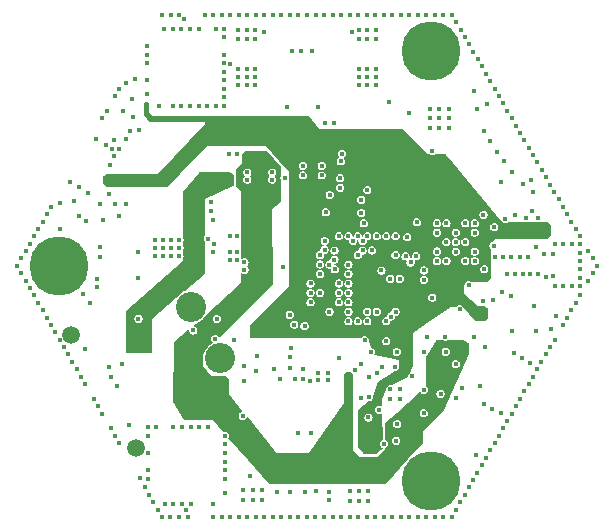
<source format=gbr>
%TF.GenerationSoftware,KiCad,Pcbnew,9.0.3*%
%TF.CreationDate,2025-09-25T19:14:03+02:00*%
%TF.ProjectId,PCB_PAPI,5043425f-5041-4504-992e-6b696361645f,rev?*%
%TF.SameCoordinates,Original*%
%TF.FileFunction,Copper,L4,Inr*%
%TF.FilePolarity,Positive*%
%FSLAX46Y46*%
G04 Gerber Fmt 4.6, Leading zero omitted, Abs format (unit mm)*
G04 Created by KiCad (PCBNEW 9.0.3) date 2025-09-25 19:14:03*
%MOMM*%
%LPD*%
G01*
G04 APERTURE LIST*
%TA.AperFunction,ComponentPad*%
%ADD10C,0.800000*%
%TD*%
%TA.AperFunction,ComponentPad*%
%ADD11C,5.000000*%
%TD*%
%TA.AperFunction,ComponentPad*%
%ADD12C,2.550000*%
%TD*%
%TA.AperFunction,ComponentPad*%
%ADD13C,1.500000*%
%TD*%
%TA.AperFunction,ViaPad*%
%ADD14C,0.400000*%
%TD*%
%TA.AperFunction,Conductor*%
%ADD15C,0.300000*%
%TD*%
G04 APERTURE END LIST*
D10*
%TO.N,GND*%
%TO.C,H3*%
X137625000Y-101186533D03*
X138174175Y-99860708D03*
X138174175Y-102512358D03*
X139500000Y-99311533D03*
D11*
X139500000Y-101186533D03*
D10*
X139500000Y-103061533D03*
X140825825Y-99860708D03*
X140825825Y-102512358D03*
X141375000Y-101186533D03*
%TD*%
%TO.N,GND*%
%TO.C,H3*%
X106125000Y-83000000D03*
X106674175Y-81674175D03*
X106674175Y-84325825D03*
X108000000Y-81125000D03*
D11*
X108000000Y-83000000D03*
D10*
X108000000Y-84875000D03*
X109325825Y-81674175D03*
X109325825Y-84325825D03*
X109875000Y-83000000D03*
%TD*%
%TO.N,GND*%
%TO.C,H3*%
X137625000Y-64813467D03*
X138174175Y-63487642D03*
X138174175Y-66139292D03*
X139500000Y-62938467D03*
D11*
X139500000Y-64813467D03*
D10*
X139500000Y-66688467D03*
X140825825Y-63487642D03*
X140825825Y-66139292D03*
X141375000Y-64813467D03*
%TD*%
D12*
%TO.N,/BAT+*%
%TO.C,J3*%
X119173647Y-86476918D03*
%TO.N,GND*%
X121673647Y-90807046D03*
D13*
X114513393Y-98405122D03*
X109013393Y-88878842D03*
%TD*%
D14*
%TO.N,GND*%
X116359000Y-103644729D03*
X115998000Y-103019459D03*
X115637000Y-102394189D03*
X115276000Y-101768918D03*
X113110000Y-98017296D03*
X112749000Y-97392026D03*
X112388000Y-96766756D03*
X111666000Y-95516215D03*
X111305000Y-94890945D03*
X110944000Y-94265674D03*
X110222000Y-93015134D03*
X109861000Y-92389863D03*
X109500000Y-91764593D03*
X109139000Y-91139323D03*
X108778000Y-90514052D03*
X108417000Y-89888782D03*
X108056000Y-89263512D03*
X107695000Y-88638241D03*
X107334000Y-88012971D03*
X106973000Y-87387701D03*
X106612000Y-86762430D03*
X106251000Y-86137160D03*
X105890000Y-85511890D03*
X105529000Y-84886619D03*
X105168000Y-84261349D03*
X104807000Y-83636079D03*
X104446000Y-83010808D03*
X113120000Y-68002704D03*
X112759000Y-68627974D03*
X112037000Y-69878515D03*
X111676000Y-70503785D03*
X107344000Y-78007029D03*
X106983000Y-78632299D03*
X106622000Y-79257570D03*
X106261000Y-79882840D03*
X105900000Y-80508110D03*
X105539000Y-81133381D03*
X105178000Y-81758651D03*
X104817000Y-82383921D03*
X116720000Y-104270000D03*
X117450000Y-61750808D03*
X118172000Y-61750808D03*
X120338000Y-61750808D03*
X121060000Y-61750808D03*
X121782000Y-61750808D03*
X122504000Y-61750808D03*
X123226000Y-61750808D03*
X123948000Y-61750808D03*
X124670000Y-61750808D03*
X125392000Y-61750808D03*
X126114000Y-61750808D03*
X126836000Y-61750808D03*
X127558000Y-61750808D03*
X128280000Y-61750808D03*
X129002000Y-61750808D03*
X129724000Y-61750808D03*
X130446000Y-61750808D03*
X131168000Y-61750808D03*
X131890000Y-61750808D03*
X132612000Y-61750808D03*
X133334000Y-61750808D03*
X134056000Y-61750808D03*
X134778000Y-61750808D03*
X135500000Y-61750808D03*
X136222000Y-61750808D03*
X136944000Y-61750808D03*
X137666000Y-61750808D03*
X138388000Y-61750808D03*
X139110000Y-61750808D03*
X139832000Y-61750808D03*
X140554000Y-61750808D03*
X141276000Y-61750808D03*
X141637000Y-62376079D03*
X141998000Y-63001349D03*
X142359000Y-63626619D03*
X142720000Y-64251890D03*
X143081000Y-64877160D03*
X143442000Y-65502430D03*
X143803000Y-66127701D03*
X144164000Y-66752971D03*
X144525000Y-67378241D03*
X144886000Y-68003512D03*
X145247000Y-68628782D03*
X145608000Y-69254052D03*
X145969000Y-69879323D03*
X146330000Y-70504593D03*
X146691000Y-71129863D03*
X147052000Y-71755134D03*
X147413000Y-72380404D03*
X147774000Y-73005674D03*
X148135000Y-73630945D03*
X148496000Y-74256215D03*
X148857000Y-74881485D03*
X149218000Y-75506756D03*
X149579000Y-76132026D03*
X149940000Y-76757296D03*
X150301000Y-77382567D03*
X150662000Y-78007837D03*
X151023000Y-78633107D03*
X151384000Y-79258378D03*
X151745000Y-79883648D03*
X152106000Y-80508918D03*
X152828000Y-81759459D03*
X153189000Y-82384729D03*
X153550000Y-83010000D03*
X153183000Y-83636079D03*
X152822000Y-84261349D03*
X152100000Y-85511890D03*
X151739000Y-86137160D03*
X151378000Y-86762430D03*
X151017000Y-87387701D03*
X150656000Y-88012971D03*
X149960000Y-89280000D03*
X149573000Y-89888782D03*
X149212000Y-90514052D03*
X148851000Y-91139323D03*
X148490000Y-91764593D03*
X148129000Y-92389863D03*
X147768000Y-93015134D03*
X147407000Y-93640404D03*
X147046000Y-94265674D03*
X146685000Y-94890945D03*
X146324000Y-95516215D03*
X145963000Y-96141485D03*
X145602000Y-96766756D03*
X145241000Y-97392026D03*
X144880000Y-98017296D03*
X144519000Y-98642567D03*
X144158000Y-99267837D03*
X143797000Y-99893107D03*
X143436000Y-100518378D03*
X143075000Y-101143648D03*
X142714000Y-101768918D03*
X142353000Y-102394189D03*
X141992000Y-103019459D03*
X141631000Y-103644729D03*
X141270000Y-104270000D03*
X116730000Y-61750000D03*
X140546000Y-104270000D03*
X139824000Y-104270000D03*
X139102000Y-104270000D03*
X138380000Y-104270000D03*
X137658000Y-104270000D03*
X136936000Y-104270000D03*
X136214000Y-104270000D03*
X135492000Y-104270000D03*
X134770000Y-104270000D03*
X134048000Y-104270000D03*
X133326000Y-104270000D03*
X132604000Y-104270000D03*
X131882000Y-104270000D03*
X131160000Y-104270000D03*
X130438000Y-104270000D03*
X129716000Y-104270000D03*
X128994000Y-104270000D03*
X128272000Y-104270000D03*
X127550000Y-104270000D03*
X126828000Y-104270000D03*
X126106000Y-104270000D03*
X125384000Y-104270000D03*
X124662000Y-104270000D03*
X123940000Y-104270000D03*
X123218000Y-104270000D03*
X122496000Y-104270000D03*
X121774000Y-104270000D03*
X121052000Y-104270000D03*
X118886000Y-104270000D03*
X118164000Y-104270000D03*
X117442000Y-104270000D03*
X112680000Y-72380000D03*
X126170000Y-91747982D03*
X127920000Y-87980000D03*
X114740000Y-71470000D03*
X148410000Y-88510000D03*
X146360000Y-88500000D03*
X140210000Y-71300000D03*
X139410000Y-71300000D03*
X141010000Y-70500000D03*
X140210000Y-70500000D03*
X139410000Y-70500000D03*
X141010000Y-69700000D03*
X140210000Y-69700000D03*
X139410000Y-69700000D03*
X141010000Y-71300000D03*
X143940000Y-78690000D03*
X112230000Y-91610000D03*
X113330000Y-91320000D03*
X135925000Y-69127276D03*
X137625000Y-70100000D03*
X130591205Y-78467982D03*
X121080000Y-81870000D03*
X121100000Y-81200000D03*
X127010000Y-83140000D03*
X121070000Y-79120000D03*
X120860000Y-78330000D03*
X120890000Y-77570000D03*
X130490000Y-81650000D03*
X111490000Y-81420000D03*
%TO.N,/BLUE*%
X114730000Y-87480000D03*
%TO.N,/GREEN*%
X114730000Y-84015000D03*
%TO.N,/RED*%
X114730000Y-81825000D03*
%TO.N,GND*%
X108130000Y-79860000D03*
X110030000Y-85400000D03*
X110630000Y-86120000D03*
X111230000Y-84820000D03*
X111250000Y-84100000D03*
X111490000Y-82260000D03*
%TO.N,/STM32/ADC_VBAT*%
X120600000Y-80700000D03*
X130103705Y-82097982D03*
%TO.N,GND*%
X111720000Y-79110000D03*
X133050000Y-91860000D03*
X117690000Y-103205000D03*
X133410000Y-67005000D03*
X133593705Y-77407982D03*
X123630000Y-92770000D03*
X128690000Y-91740000D03*
X133410000Y-63775000D03*
X123190000Y-63075000D03*
X145400000Y-75875000D03*
X151400000Y-81200000D03*
X133600000Y-91290000D03*
X140003705Y-82597982D03*
X124190000Y-100810000D03*
X150113813Y-87228304D03*
X147300000Y-83700000D03*
X140003705Y-79397982D03*
X140725000Y-89000000D03*
X125200000Y-102000000D03*
X124590000Y-67005000D03*
X132828705Y-63247982D03*
X116965000Y-103205000D03*
X152100000Y-81900000D03*
X120590000Y-96680000D03*
X120540000Y-69470000D03*
X130920000Y-77000000D03*
X124400000Y-102800000D03*
X134103705Y-87697982D03*
X118415000Y-96680000D03*
X137900000Y-92375000D03*
X130903705Y-86897982D03*
X123190000Y-67705000D03*
X117640000Y-62945000D03*
X145775000Y-79050000D03*
X140003705Y-81797982D03*
X123950000Y-75100000D03*
X133700000Y-80900000D03*
X141603705Y-80197982D03*
X140803705Y-80997982D03*
X121265000Y-62945000D03*
X134110000Y-63775000D03*
X130500000Y-70900000D03*
X117640000Y-69470000D03*
X129300000Y-97150000D03*
X148130737Y-76761826D03*
X116915000Y-62945000D03*
X127530000Y-90690000D03*
X128653705Y-75347982D03*
X149800000Y-82000000D03*
X124590000Y-63775000D03*
X143913705Y-86002982D03*
X128250000Y-97150000D03*
X145900000Y-83700000D03*
X143203705Y-80197982D03*
X121990000Y-66570000D03*
X114300000Y-70400000D03*
X133400000Y-102900000D03*
X152100000Y-84000000D03*
X140803705Y-79397982D03*
X138225000Y-82200000D03*
X136053705Y-94247982D03*
X121990000Y-68020000D03*
X148553705Y-78967982D03*
X119090000Y-69470000D03*
X123630000Y-91530000D03*
X133588705Y-78527982D03*
X140003705Y-80197982D03*
X121990000Y-63670000D03*
X115465000Y-67300000D03*
X123890000Y-63775000D03*
X134500000Y-81700000D03*
X131950000Y-73530000D03*
X133410000Y-67705000D03*
X142403705Y-79397982D03*
X126050000Y-75100000D03*
X138900000Y-90300000D03*
X150700000Y-84700000D03*
X134810000Y-63075000D03*
X143203705Y-79397982D03*
X142700000Y-84650000D03*
X133800000Y-79400000D03*
X136853705Y-93447982D03*
X131325000Y-81700000D03*
X129280000Y-92740000D03*
X135703705Y-89400000D03*
X136550000Y-97810000D03*
X119815000Y-69470000D03*
X152100000Y-82600000D03*
X123100000Y-73500000D03*
X136600000Y-90300000D03*
X144763705Y-85920000D03*
X134810000Y-67705000D03*
X137490000Y-80580000D03*
X150700000Y-81200000D03*
X133410000Y-63075000D03*
X128653705Y-74547982D03*
X123053705Y-80450000D03*
X110228769Y-90072037D03*
X113953769Y-96523927D03*
X146600000Y-83700000D03*
X115515000Y-97405000D03*
X115515000Y-98855000D03*
X121040000Y-103210000D03*
X122040000Y-98855000D03*
X109730083Y-76342228D03*
X136853705Y-94247982D03*
X143100000Y-89050000D03*
X152100000Y-84700000D03*
X133883705Y-89297982D03*
X117690000Y-96680000D03*
X115465000Y-64395000D03*
X150000000Y-81200000D03*
X118415000Y-103205000D03*
X124660000Y-91910000D03*
X124400000Y-102000000D03*
X128800000Y-88100000D03*
X145400000Y-95500000D03*
X148600000Y-83700000D03*
X112250000Y-76950000D03*
X123890000Y-67705000D03*
X136053705Y-93447982D03*
X123700000Y-83350000D03*
X144000000Y-94700000D03*
X144000000Y-83300000D03*
X112703702Y-77793589D03*
X119815000Y-62945000D03*
X123890000Y-67005000D03*
X138300000Y-79325000D03*
X147900000Y-91200000D03*
X121990000Y-65120000D03*
X123190000Y-66305000D03*
X110500000Y-76800000D03*
X127300000Y-69600000D03*
X134110000Y-63075000D03*
X124590000Y-66305000D03*
X145600000Y-82300000D03*
X143180737Y-68188174D03*
X124750000Y-90620000D03*
X123950000Y-75700000D03*
X127570000Y-91620000D03*
X122040000Y-98130000D03*
X135510000Y-98080000D03*
X124590000Y-67705000D03*
X115515000Y-96680000D03*
X143203705Y-81797982D03*
X116440000Y-69480000D03*
X132600000Y-102900000D03*
X144107965Y-89880739D03*
X144253641Y-69272037D03*
X133400000Y-102100000D03*
X144693705Y-95088895D03*
X134100000Y-76600000D03*
X130253705Y-75347982D03*
X114222373Y-68913175D03*
X124590000Y-63075000D03*
X134810000Y-67005000D03*
X144900000Y-82300000D03*
X122040000Y-101030000D03*
X123560000Y-95710000D03*
X122050000Y-102230000D03*
X143650000Y-93200000D03*
X126050000Y-75700000D03*
X150000000Y-84700000D03*
X127103705Y-75547982D03*
X134400000Y-90300000D03*
X123053705Y-81850000D03*
X147978641Y-75723927D03*
X113700000Y-77775000D03*
X134250000Y-94100000D03*
X136630000Y-96400000D03*
X149247216Y-83923608D03*
X131300000Y-70900000D03*
X122453705Y-82550000D03*
X146500000Y-90400000D03*
X123600000Y-102800000D03*
X137350000Y-82200000D03*
X148400000Y-81400000D03*
X140803705Y-82597982D03*
X132600000Y-102100000D03*
X149100000Y-82000000D03*
X132503705Y-85297982D03*
X138900000Y-83400000D03*
X132503705Y-84497982D03*
X141923705Y-86682982D03*
X123600000Y-102000000D03*
X115465000Y-65845000D03*
X147700000Y-82300000D03*
X134200000Y-102100000D03*
X143313813Y-99006250D03*
X134110000Y-67005000D03*
X123053705Y-82550000D03*
X119160000Y-103210000D03*
X139175000Y-89000000D03*
X123190000Y-67005000D03*
X121225000Y-89200000D03*
X139616205Y-73272982D03*
X141600000Y-91325000D03*
X109272373Y-77486826D03*
X118365000Y-69470000D03*
X146250000Y-85525000D03*
X134110000Y-66305000D03*
X143400000Y-69700000D03*
X123700000Y-82700000D03*
X148200000Y-86400000D03*
X151400000Y-84700000D03*
X119090000Y-62945000D03*
X108900000Y-75900000D03*
X129900000Y-69600000D03*
X144850000Y-79725000D03*
X141603705Y-80997982D03*
X125200000Y-102800000D03*
X122453705Y-80450000D03*
X132503705Y-83697982D03*
X152100000Y-83300000D03*
X134200000Y-95840000D03*
X134900000Y-92075000D03*
X142403705Y-80997982D03*
X133410000Y-66305000D03*
X146300000Y-82300000D03*
X114420000Y-67180000D03*
X134110000Y-67705000D03*
X134200000Y-102900000D03*
X116240000Y-96680000D03*
X115460000Y-68470000D03*
X121990000Y-68745000D03*
X138900000Y-93500000D03*
X147503705Y-78967982D03*
X143203705Y-82597982D03*
X149800000Y-83900000D03*
X122400000Y-73500000D03*
X139600000Y-85700000D03*
X148025000Y-78400000D03*
X147900000Y-83700000D03*
X147168705Y-90802069D03*
X152100000Y-81200000D03*
X125378705Y-63247982D03*
X138900000Y-84200000D03*
X115465000Y-65120000D03*
X121990000Y-67295000D03*
X138880000Y-95480000D03*
X121990000Y-65845000D03*
X119140000Y-96680000D03*
X135120000Y-95190000D03*
X123890000Y-66305000D03*
X111440000Y-77750000D03*
X122040000Y-100305000D03*
X134810000Y-66305000D03*
X122453705Y-81850000D03*
X113100000Y-78810000D03*
X119375000Y-88475000D03*
X121990000Y-69470000D03*
X121990000Y-62945000D03*
X140750000Y-90275000D03*
X121370000Y-87500000D03*
X127543705Y-87147982D03*
X130253705Y-74547982D03*
X146600000Y-78700000D03*
X147000000Y-82300000D03*
X121265000Y-69470000D03*
X147300000Y-76100000D03*
X119865000Y-96680000D03*
X123190000Y-63775000D03*
X122040000Y-99580000D03*
X137775000Y-82725000D03*
X131740000Y-90800000D03*
X123890000Y-63075000D03*
X135703705Y-87697982D03*
X118365000Y-62945000D03*
X134810000Y-63775000D03*
X142403705Y-82597982D03*
X141603705Y-81797982D03*
X140310000Y-93850000D03*
X113455083Y-69890338D03*
X115515000Y-101030000D03*
X115515000Y-100305000D03*
%TO.N,+3.3V*%
X130103705Y-86897982D03*
X140453705Y-86597982D03*
X133303705Y-83697982D03*
X124700000Y-88300000D03*
X130828905Y-102808905D03*
X141025000Y-85725000D03*
X134903705Y-87697982D03*
X125300000Y-88300000D03*
X128503705Y-76397982D03*
X142100000Y-75600000D03*
X134600000Y-98600000D03*
X145603705Y-79877982D03*
X129453705Y-76397982D03*
X115410000Y-69360000D03*
X134843705Y-89297982D03*
X148000000Y-79900000D03*
X112500000Y-75900000D03*
X144103705Y-80747982D03*
X143353705Y-83497982D03*
X136503705Y-87697982D03*
X136663705Y-89297982D03*
X144223705Y-83997982D03*
X128200000Y-86400000D03*
X143900000Y-86900000D03*
X112000000Y-75600000D03*
X143100000Y-86900000D03*
X133303705Y-84497982D03*
X134000000Y-98600000D03*
X128980000Y-76097984D03*
X138353705Y-80767982D03*
X128980000Y-76760000D03*
X131703705Y-86897982D03*
X141750000Y-76050000D03*
X141453705Y-84477982D03*
X142350000Y-76100000D03*
X133730000Y-84850000D03*
X133303705Y-85297982D03*
X149350000Y-79900000D03*
%TO.N,Net-(C7-Pad1)*%
X132503705Y-82897982D03*
%TO.N,Net-(C10-Pad1)*%
X133303705Y-82097982D03*
%TO.N,VBAT+*%
X116093705Y-82205982D03*
X118193705Y-81505982D03*
X117493705Y-82205982D03*
X116093705Y-81505982D03*
X116793705Y-81505982D03*
X118193705Y-80805982D03*
X117493705Y-81505982D03*
X117493705Y-80805982D03*
X118193705Y-82205982D03*
X116793705Y-80805982D03*
X116093705Y-80805982D03*
X116793705Y-82205982D03*
%TO.N,+5V*%
X121800000Y-76100000D03*
X114054955Y-89999184D03*
X121100000Y-76100000D03*
X121800000Y-75400000D03*
X115400000Y-89200000D03*
X121100000Y-75400000D03*
X122500000Y-76100000D03*
X122500000Y-75400000D03*
%TO.N,4.5V*%
X137950000Y-95800000D03*
X125400000Y-74200000D03*
X124700000Y-73500000D03*
X124000000Y-74200000D03*
X137950000Y-95250000D03*
X141500000Y-89700000D03*
X142100000Y-90000000D03*
X125400000Y-73500000D03*
X124000000Y-73500000D03*
X122075000Y-92940000D03*
X121590000Y-92580000D03*
X124700000Y-74200000D03*
X132500000Y-92300000D03*
%TO.N,/ESP32/CHIP_PU*%
X144800000Y-81300000D03*
%TO.N,Net-(S1-COM_1)*%
X131703705Y-84497982D03*
X127620000Y-90000787D03*
%TO.N,/NRST*%
X132503705Y-87697982D03*
X129400000Y-64800000D03*
X131850000Y-74150000D03*
%TO.N,/GPIO_MOT1*%
X145100000Y-73350000D03*
X136503705Y-82097982D03*
%TO.N,/TX_MOT1*%
X134903705Y-80497982D03*
X144500000Y-72450000D03*
%TO.N,/RX_MOT1*%
X134103705Y-80497982D03*
X144000000Y-71600000D03*
%TO.N,/RX_MOT2*%
X134903705Y-86897982D03*
X129800000Y-102100000D03*
%TO.N,/TX_MOT2*%
X134103705Y-86897982D03*
X128800000Y-102150000D03*
%TO.N,/GPIO_MOT2*%
X136503705Y-86897982D03*
X130850000Y-102150000D03*
%TO.N,/GPIO_MOT3*%
X113100000Y-73100000D03*
X131703705Y-80497982D03*
%TO.N,/TX_MOT3*%
X114050000Y-71550000D03*
X133303705Y-80497982D03*
%TO.N,/RX_MOT3*%
X113650000Y-72250000D03*
X132503705Y-80497982D03*
%TO.N,/ACCEL_MOSI*%
X128650000Y-92600000D03*
X132503705Y-86097982D03*
%TO.N,Net-(IC5-INT2)*%
X129943705Y-92707982D03*
%TO.N,/ACCEL_MISO*%
X131703705Y-86097982D03*
X128000000Y-92600000D03*
%TO.N,Net-(IC5-INT1)*%
X130773705Y-92707982D03*
%TO.N,/SAI_FS*%
X131350000Y-83300000D03*
X136445361Y-91554639D03*
%TO.N,/SAI_SD*%
X134250000Y-92400000D03*
X133700000Y-81700000D03*
%TO.N,/SAI_CLK*%
X131322705Y-82477295D03*
X135350000Y-91550000D03*
%TO.N,/GND_CONTROLLED*%
X149691910Y-88380706D03*
%TO.N,/BTN_A*%
X122800000Y-89300000D03*
%TO.N,/GND_CONTROl_GPIO*%
X145500000Y-85200000D03*
X135303707Y-83397980D03*
%TO.N,/ACCEL_CLK*%
X126750000Y-92626338D03*
X129303705Y-86097982D03*
%TO.N,/ACCEL_INT2*%
X129943705Y-92067982D03*
X132503705Y-86897982D03*
%TO.N,/ACCEL_INT1*%
X130773705Y-92067982D03*
X133303705Y-87697982D03*
%TO.N,/AMPLI_SD_MODE*%
X133573705Y-94237982D03*
X136100000Y-87300000D03*
%TO.N,/SWDIO*%
X127700000Y-64800000D03*
X131800000Y-75600000D03*
%TO.N,/SWCLK*%
X128500000Y-64800000D03*
X131800000Y-76400000D03*
%TO.N,/RX_LIDAR*%
X112900000Y-93200000D03*
X131703705Y-85297982D03*
%TO.N,/SDA_TOF1*%
X145700000Y-74150000D03*
X135703705Y-80497982D03*
%TO.N,/SDA_TOF3*%
X112650000Y-73750000D03*
X132900000Y-80901687D03*
%TO.N,/SCL_TOF1*%
X146350000Y-75050000D03*
X136503705Y-80497982D03*
%TO.N,/SDA_TOF2*%
X126500000Y-102150000D03*
X129303705Y-85297982D03*
%TO.N,/LIDAR_PWM*%
X112400000Y-92450000D03*
X129303705Y-84497982D03*
%TO.N,/SCL_TOF2*%
X127550000Y-102150000D03*
X130103705Y-85297982D03*
%TO.N,/SCL_TOF3*%
X112300000Y-74450000D03*
X130500000Y-80900000D03*
%TO.N,/TX_SUP*%
X142107965Y-93344841D03*
X136850000Y-84100000D03*
%TO.N,/RX_SUP*%
X136050000Y-84100000D03*
X141607965Y-94210866D03*
%TO.N,/ACCESOIRES/RED1*%
X122050000Y-97400000D03*
X110303701Y-79196299D03*
%TO.N,/RED*%
X130903705Y-82897982D03*
%TO.N,/ACCESOIRES/RED1*%
X122490000Y-65930000D03*
X112478784Y-73138784D03*
%TO.N,/ACCESOIRES/GREEN1*%
X114890000Y-100987837D03*
X109660000Y-78810000D03*
X111953840Y-72813840D03*
X118600000Y-62110000D03*
%TO.N,/GREEN*%
X130103705Y-82897982D03*
%TO.N,/ACCESOIRES/BLEU1*%
X108070000Y-77700000D03*
%TO.N,/BLUE*%
X130103705Y-83697982D03*
%TO.N,/ACCESOIRES/BLEU1*%
X111138835Y-72288835D03*
X118790000Y-103670000D03*
X113650000Y-67530000D03*
%TD*%
D15*
%TO.N,+3.3V*%
X112200000Y-75600000D02*
X112500000Y-75900000D01*
X112000000Y-75600000D02*
X112200000Y-75600000D01*
X133730000Y-84850000D02*
X133655723Y-84850000D01*
X134000000Y-98600000D02*
X134600000Y-98600000D01*
X131702018Y-86897982D02*
X131700000Y-86900000D01*
X133303705Y-85297982D02*
X133303705Y-85276295D01*
X141800000Y-76100000D02*
X141750000Y-76050000D01*
X140950000Y-77500000D02*
X140975000Y-77475000D01*
X131703705Y-86897982D02*
X131702018Y-86897982D01*
X147977982Y-79877982D02*
X148000000Y-79900000D01*
%TD*%
%TA.AperFunction,Conductor*%
%TO.N,+5V*%
G36*
X122544089Y-75113045D02*
G01*
X122784291Y-75335455D01*
X122799964Y-75369525D01*
X122800000Y-75371408D01*
X122800000Y-76243682D01*
X122785648Y-76278330D01*
X122770848Y-76288482D01*
X120345904Y-77362826D01*
X120348927Y-80435046D01*
X120334609Y-80469708D01*
X120319534Y-80484783D01*
X120319531Y-80484787D01*
X120319531Y-80484788D01*
X120309785Y-80501668D01*
X120273385Y-80564713D01*
X120249500Y-80653853D01*
X120249500Y-80746146D01*
X120273385Y-80835286D01*
X120273386Y-80835289D01*
X120284185Y-80853992D01*
X120319531Y-80915212D01*
X120319534Y-80915215D01*
X120335096Y-80930777D01*
X120349448Y-80965377D01*
X120352111Y-83670500D01*
X120337793Y-83705162D01*
X120334955Y-83707790D01*
X118658074Y-85141644D01*
X118641376Y-85151002D01*
X118626453Y-85155852D01*
X118626448Y-85155853D01*
X118626445Y-85155855D01*
X118626441Y-85155856D01*
X118626436Y-85155859D01*
X118426522Y-85257721D01*
X118244994Y-85389608D01*
X118086337Y-85548265D01*
X117954450Y-85729792D01*
X117954443Y-85729804D01*
X117946675Y-85745049D01*
X117934861Y-85760044D01*
X115900000Y-87499999D01*
X115900000Y-90351000D01*
X115885648Y-90385648D01*
X115851000Y-90400000D01*
X113749000Y-90400000D01*
X113714352Y-90385648D01*
X113700000Y-90351000D01*
X113700000Y-87433853D01*
X114379500Y-87433853D01*
X114379500Y-87526146D01*
X114403385Y-87615286D01*
X114403386Y-87615289D01*
X114414933Y-87635288D01*
X114449531Y-87695212D01*
X114514788Y-87760469D01*
X114594712Y-87806614D01*
X114616998Y-87812585D01*
X114683853Y-87830500D01*
X114683856Y-87830500D01*
X114776146Y-87830500D01*
X114820716Y-87818557D01*
X114865288Y-87806614D01*
X114945212Y-87760469D01*
X115010469Y-87695212D01*
X115056614Y-87615288D01*
X115075141Y-87546144D01*
X115080500Y-87526146D01*
X115080500Y-87433853D01*
X115056614Y-87344713D01*
X115056613Y-87344710D01*
X115010472Y-87264794D01*
X115010469Y-87264788D01*
X114945212Y-87199531D01*
X114939842Y-87196430D01*
X114865289Y-87153386D01*
X114865286Y-87153385D01*
X114776147Y-87129500D01*
X114776144Y-87129500D01*
X114683856Y-87129500D01*
X114683853Y-87129500D01*
X114594713Y-87153385D01*
X114594710Y-87153386D01*
X114514794Y-87199527D01*
X114514784Y-87199534D01*
X114449534Y-87264784D01*
X114449527Y-87264794D01*
X114403386Y-87344710D01*
X114403385Y-87344713D01*
X114379500Y-87433853D01*
X113700000Y-87433853D01*
X113700000Y-86852846D01*
X113714352Y-86818198D01*
X113716520Y-86816157D01*
X118460000Y-82620003D01*
X118460000Y-82455664D01*
X118472981Y-82424323D01*
X118472220Y-82423739D01*
X118474163Y-82421204D01*
X118474174Y-82421194D01*
X118520319Y-82341270D01*
X118532262Y-82296698D01*
X118544205Y-82252128D01*
X118544205Y-82159835D01*
X118520319Y-82070695D01*
X118520318Y-82070692D01*
X118474177Y-81990776D01*
X118474174Y-81990770D01*
X118474167Y-81990763D01*
X118472220Y-81988225D01*
X118472981Y-81987640D01*
X118460000Y-81956300D01*
X118460000Y-81755664D01*
X118472981Y-81724323D01*
X118472220Y-81723739D01*
X118474163Y-81721204D01*
X118474174Y-81721194D01*
X118520319Y-81641270D01*
X118534182Y-81589531D01*
X118544205Y-81552128D01*
X118544205Y-81459835D01*
X118520319Y-81370695D01*
X118520318Y-81370692D01*
X118474177Y-81290776D01*
X118474174Y-81290770D01*
X118474167Y-81290763D01*
X118472220Y-81288225D01*
X118472981Y-81287640D01*
X118460000Y-81256300D01*
X118460000Y-81055664D01*
X118472981Y-81024323D01*
X118472220Y-81023739D01*
X118474163Y-81021204D01*
X118474174Y-81021194D01*
X118520319Y-80941270D01*
X118532262Y-80896698D01*
X118544205Y-80852128D01*
X118544205Y-80759835D01*
X118520319Y-80670695D01*
X118520318Y-80670692D01*
X118474177Y-80590776D01*
X118474174Y-80590770D01*
X118474167Y-80590763D01*
X118472220Y-80588225D01*
X118472981Y-80587640D01*
X118460000Y-80556300D01*
X118460000Y-76791934D01*
X118471075Y-76760906D01*
X119815295Y-75117970D01*
X119848343Y-75100243D01*
X119853219Y-75100000D01*
X122510799Y-75100000D01*
X122544089Y-75113045D01*
G37*
%TD.AperFunction*%
%TD*%
%TA.AperFunction,Conductor*%
%TO.N,+3.3V*%
G36*
X115503067Y-69169800D02*
G01*
X115590705Y-69235529D01*
X115609813Y-69267800D01*
X115610301Y-69274117D01*
X115619744Y-70029581D01*
X115620000Y-70050000D01*
X115950000Y-70360000D01*
X129126713Y-70330052D01*
X129161391Y-70344325D01*
X129164746Y-70348023D01*
X130050000Y-71430000D01*
X137075241Y-71415636D01*
X137109917Y-71429917D01*
X139260000Y-73580000D01*
X139433847Y-73580000D01*
X139458346Y-73586564D01*
X139480917Y-73599596D01*
X139503203Y-73605567D01*
X139570058Y-73623482D01*
X139570061Y-73623482D01*
X139662351Y-73623482D01*
X139706921Y-73611539D01*
X139751493Y-73599596D01*
X139774063Y-73586564D01*
X139798563Y-73580000D01*
X140727131Y-73580000D01*
X140761779Y-73594352D01*
X140764687Y-73597526D01*
X140943128Y-73810472D01*
X145448587Y-79187116D01*
X145453465Y-79194087D01*
X145483028Y-79245288D01*
X145494531Y-79265212D01*
X145559788Y-79330469D01*
X145596800Y-79351838D01*
X145636050Y-79374500D01*
X145639712Y-79376614D01*
X145661998Y-79382585D01*
X145728853Y-79400500D01*
X145728856Y-79400500D01*
X145821146Y-79400500D01*
X145865716Y-79388557D01*
X145910288Y-79376614D01*
X145990212Y-79330469D01*
X146026329Y-79294352D01*
X146060977Y-79280000D01*
X147330007Y-79280000D01*
X147354506Y-79286564D01*
X147368417Y-79294596D01*
X147390703Y-79300567D01*
X147457558Y-79318482D01*
X147457561Y-79318482D01*
X147549851Y-79318482D01*
X147594421Y-79306539D01*
X147638993Y-79294596D01*
X147652903Y-79286564D01*
X147677403Y-79280000D01*
X148380007Y-79280000D01*
X148404506Y-79286564D01*
X148418417Y-79294596D01*
X148440703Y-79300567D01*
X148507558Y-79318482D01*
X148507561Y-79318482D01*
X148599851Y-79318482D01*
X148644421Y-79306539D01*
X148688993Y-79294596D01*
X148702903Y-79286564D01*
X148727403Y-79280000D01*
X149356449Y-79280000D01*
X149391097Y-79294352D01*
X149394712Y-79298390D01*
X149689263Y-79666579D01*
X149700000Y-79697188D01*
X149700000Y-80407697D01*
X149685648Y-80442345D01*
X149683182Y-80444647D01*
X149403835Y-80687950D01*
X149371653Y-80700000D01*
X144927274Y-80700000D01*
X144724505Y-80947826D01*
X144699264Y-80964127D01*
X144664713Y-80973385D01*
X144664709Y-80973386D01*
X144584794Y-81019527D01*
X144584784Y-81019534D01*
X144519534Y-81084784D01*
X144519527Y-81084794D01*
X144473386Y-81164710D01*
X144473385Y-81164713D01*
X144449500Y-81253853D01*
X144449500Y-81346146D01*
X144473385Y-81435286D01*
X144473386Y-81435289D01*
X144516430Y-81509842D01*
X144519531Y-81515212D01*
X144519534Y-81515215D01*
X144585648Y-81581329D01*
X144600000Y-81615977D01*
X144600000Y-82105486D01*
X144593435Y-82129986D01*
X144573386Y-82164709D01*
X144573385Y-82164713D01*
X144549500Y-82253853D01*
X144549500Y-82346147D01*
X144573384Y-82435284D01*
X144573385Y-82435286D01*
X144573386Y-82435288D01*
X144593435Y-82470014D01*
X144600000Y-82494513D01*
X144600000Y-83979704D01*
X144585648Y-84014352D01*
X144214352Y-84385648D01*
X144179704Y-84400000D01*
X142965977Y-84400000D01*
X142931329Y-84385648D01*
X142915215Y-84369534D01*
X142915212Y-84369531D01*
X142880518Y-84349500D01*
X142835289Y-84323386D01*
X142835286Y-84323385D01*
X142746147Y-84299500D01*
X142746144Y-84299500D01*
X142653856Y-84299500D01*
X142653853Y-84299500D01*
X142564713Y-84323385D01*
X142564710Y-84323386D01*
X142484794Y-84369527D01*
X142484784Y-84369534D01*
X142419534Y-84434784D01*
X142419527Y-84434794D01*
X142373386Y-84514710D01*
X142373385Y-84514713D01*
X142349500Y-84603853D01*
X142349500Y-84630204D01*
X142335148Y-84664852D01*
X142300000Y-84699999D01*
X142300000Y-84700000D01*
X142300000Y-85418182D01*
X143500000Y-86400000D01*
X144082811Y-86400000D01*
X144113421Y-86410737D01*
X144281610Y-86545288D01*
X144299700Y-86578140D01*
X144300000Y-86583551D01*
X144300000Y-87420264D01*
X144286321Y-87454226D01*
X144227678Y-87515215D01*
X144096313Y-87651835D01*
X144064460Y-87684962D01*
X144030100Y-87699991D01*
X144029139Y-87700000D01*
X143321556Y-87700000D01*
X143286908Y-87685648D01*
X143285435Y-87684111D01*
X143257270Y-87653386D01*
X142261147Y-86566706D01*
X142252201Y-86550394D01*
X142251550Y-86550665D01*
X142250320Y-86547696D01*
X142250196Y-86547482D01*
X142204174Y-86467770D01*
X142138917Y-86402513D01*
X142133547Y-86399412D01*
X142058994Y-86356368D01*
X142058991Y-86356367D01*
X141969852Y-86332482D01*
X141969849Y-86332482D01*
X141877561Y-86332482D01*
X141877558Y-86332482D01*
X141788418Y-86356367D01*
X141788415Y-86356368D01*
X141708499Y-86402509D01*
X141708489Y-86402516D01*
X141643237Y-86467769D01*
X141643234Y-86467772D01*
X141638772Y-86475501D01*
X141609019Y-86498331D01*
X141596338Y-86500000D01*
X141200000Y-86500000D01*
X139444446Y-87700000D01*
X139444334Y-87700077D01*
X139444326Y-87700083D01*
X138000001Y-88699999D01*
X138000000Y-88700001D01*
X138000000Y-91429540D01*
X137995380Y-91450311D01*
X137703767Y-92073386D01*
X137686800Y-92091885D01*
X137687332Y-92092579D01*
X137684784Y-92094533D01*
X137619535Y-92159783D01*
X137619527Y-92159794D01*
X137573386Y-92239710D01*
X137573385Y-92239713D01*
X137549500Y-92328853D01*
X137549500Y-92350351D01*
X137535148Y-92384999D01*
X137523622Y-92393553D01*
X136189261Y-93107718D01*
X136153456Y-93111846D01*
X136099851Y-93097482D01*
X136099849Y-93097482D01*
X136007561Y-93097482D01*
X136007558Y-93097482D01*
X135918418Y-93121367D01*
X135918415Y-93121368D01*
X135838499Y-93167509D01*
X135838489Y-93167516D01*
X135773239Y-93232766D01*
X135773232Y-93232776D01*
X135727091Y-93312692D01*
X135727090Y-93312695D01*
X135703205Y-93401835D01*
X135703205Y-93494125D01*
X135712052Y-93527147D01*
X135709171Y-93560449D01*
X135379999Y-94270002D01*
X135382713Y-94851856D01*
X135368523Y-94886571D01*
X135333943Y-94901084D01*
X135309214Y-94894520D01*
X135255290Y-94863386D01*
X135255286Y-94863385D01*
X135166147Y-94839500D01*
X135166144Y-94839500D01*
X135073856Y-94839500D01*
X135073853Y-94839500D01*
X134984713Y-94863385D01*
X134984710Y-94863386D01*
X134904794Y-94909527D01*
X134904784Y-94909534D01*
X134839534Y-94974784D01*
X134839527Y-94974794D01*
X134793386Y-95054710D01*
X134793385Y-95054713D01*
X134769500Y-95143853D01*
X134769500Y-95236146D01*
X134793385Y-95325286D01*
X134793386Y-95325289D01*
X134836430Y-95399842D01*
X134839531Y-95405212D01*
X134904788Y-95470469D01*
X134984712Y-95516614D01*
X135006998Y-95522585D01*
X135073853Y-95540500D01*
X135073856Y-95540500D01*
X135166146Y-95540500D01*
X135220744Y-95525870D01*
X135255288Y-95516614D01*
X135312358Y-95483663D01*
X135349538Y-95478768D01*
X135379292Y-95501598D01*
X135385856Y-95525870D01*
X135396054Y-97712543D01*
X135381864Y-97747258D01*
X135371556Y-97755207D01*
X135294791Y-97799529D01*
X135294784Y-97799534D01*
X135229534Y-97864784D01*
X135229527Y-97864794D01*
X135183386Y-97944710D01*
X135183385Y-97944713D01*
X135159500Y-98033853D01*
X135159500Y-98126146D01*
X135183385Y-98215286D01*
X135183386Y-98215289D01*
X135193328Y-98232508D01*
X135229531Y-98295212D01*
X135294788Y-98360469D01*
X135298029Y-98362340D01*
X135374990Y-98406775D01*
X135378951Y-98411938D01*
X135384977Y-98414401D01*
X135389968Y-98426295D01*
X135397820Y-98436528D01*
X135399489Y-98448982D01*
X135399769Y-98509144D01*
X135385579Y-98543859D01*
X135383881Y-98545492D01*
X135284233Y-98636837D01*
X135278767Y-98641173D01*
X134912502Y-98891456D01*
X134884857Y-98900000D01*
X133801228Y-98900000D01*
X133766580Y-98885648D01*
X133765481Y-98884513D01*
X133446113Y-98543859D01*
X133361946Y-98454082D01*
X133348694Y-98420704D01*
X133348670Y-98411938D01*
X133341536Y-95793853D01*
X133849500Y-95793853D01*
X133849500Y-95886146D01*
X133873385Y-95975286D01*
X133873386Y-95975289D01*
X133909843Y-96038433D01*
X133919531Y-96055212D01*
X133984788Y-96120469D01*
X134064712Y-96166614D01*
X134084466Y-96171907D01*
X134153853Y-96190500D01*
X134153856Y-96190500D01*
X134246146Y-96190500D01*
X134309861Y-96173427D01*
X134335288Y-96166614D01*
X134415212Y-96120469D01*
X134480469Y-96055212D01*
X134526614Y-95975288D01*
X134538557Y-95930716D01*
X134550500Y-95886146D01*
X134550500Y-95793853D01*
X134526614Y-95704713D01*
X134526613Y-95704710D01*
X134480472Y-95624794D01*
X134480469Y-95624788D01*
X134415212Y-95559531D01*
X134409842Y-95556430D01*
X134335289Y-95513386D01*
X134335286Y-95513385D01*
X134246147Y-95489500D01*
X134246144Y-95489500D01*
X134153856Y-95489500D01*
X134153853Y-95489500D01*
X134064713Y-95513385D01*
X134064710Y-95513386D01*
X133984794Y-95559527D01*
X133984784Y-95559534D01*
X133919534Y-95624784D01*
X133919527Y-95624794D01*
X133873386Y-95704710D01*
X133873385Y-95704713D01*
X133849500Y-95793853D01*
X133341536Y-95793853D01*
X133340061Y-95252521D01*
X133354318Y-95217834D01*
X133357044Y-95215295D01*
X133850000Y-94790000D01*
X134195308Y-94463876D01*
X134228953Y-94450500D01*
X134296146Y-94450500D01*
X134340716Y-94438557D01*
X134385288Y-94426614D01*
X134465212Y-94380469D01*
X134530469Y-94315212D01*
X134576614Y-94235288D01*
X134596075Y-94162660D01*
X134600500Y-94146146D01*
X134600500Y-94053858D01*
X134600500Y-94053856D01*
X134600243Y-94052897D01*
X134600275Y-94052153D01*
X134600081Y-94050675D01*
X134600342Y-94050640D01*
X134601534Y-94023446D01*
X135034343Y-92835526D01*
X135053905Y-92811072D01*
X136452819Y-91912906D01*
X136479292Y-91905139D01*
X136491507Y-91905139D01*
X136546254Y-91890469D01*
X136580649Y-91881253D01*
X136660573Y-91835108D01*
X136725830Y-91769851D01*
X136749452Y-91728936D01*
X136765406Y-91712210D01*
X136800000Y-91690000D01*
X136800000Y-91000000D01*
X136344559Y-90896237D01*
X134744263Y-90531641D01*
X134713669Y-90509951D01*
X134707372Y-90472980D01*
X134712713Y-90459364D01*
X134726614Y-90435288D01*
X134749199Y-90351000D01*
X134750500Y-90346146D01*
X134750500Y-90253853D01*
X136249500Y-90253853D01*
X136249500Y-90346146D01*
X136273385Y-90435286D01*
X136273386Y-90435289D01*
X136296577Y-90475455D01*
X136319531Y-90515212D01*
X136384788Y-90580469D01*
X136464712Y-90626614D01*
X136486998Y-90632585D01*
X136553853Y-90650500D01*
X136553856Y-90650500D01*
X136646146Y-90650500D01*
X136690716Y-90638557D01*
X136735288Y-90626614D01*
X136815212Y-90580469D01*
X136880469Y-90515212D01*
X136926614Y-90435288D01*
X136949199Y-90351000D01*
X136950500Y-90346146D01*
X136950500Y-90253853D01*
X136926614Y-90164713D01*
X136926613Y-90164710D01*
X136900528Y-90119531D01*
X136880469Y-90084788D01*
X136815212Y-90019531D01*
X136809143Y-90016027D01*
X136735289Y-89973386D01*
X136735286Y-89973385D01*
X136646147Y-89949500D01*
X136646144Y-89949500D01*
X136553856Y-89949500D01*
X136553853Y-89949500D01*
X136464713Y-89973385D01*
X136464710Y-89973386D01*
X136384794Y-90019527D01*
X136384784Y-90019534D01*
X136319534Y-90084784D01*
X136319527Y-90084794D01*
X136273386Y-90164710D01*
X136273385Y-90164713D01*
X136249500Y-90253853D01*
X134750500Y-90253853D01*
X134726614Y-90164713D01*
X134726613Y-90164710D01*
X134700528Y-90119531D01*
X134680469Y-90084788D01*
X134615212Y-90019531D01*
X134609143Y-90016027D01*
X134535289Y-89973386D01*
X134462737Y-89953945D01*
X134432984Y-89931114D01*
X134429925Y-89924813D01*
X134225595Y-89413987D01*
X134223652Y-89383516D01*
X134223693Y-89383354D01*
X134231598Y-89353853D01*
X135353205Y-89353853D01*
X135353205Y-89446146D01*
X135377090Y-89535286D01*
X135377091Y-89535289D01*
X135403177Y-89580469D01*
X135423236Y-89615212D01*
X135488493Y-89680469D01*
X135568417Y-89726614D01*
X135590703Y-89732585D01*
X135657558Y-89750500D01*
X135657561Y-89750500D01*
X135749851Y-89750500D01*
X135794421Y-89738557D01*
X135838993Y-89726614D01*
X135918917Y-89680469D01*
X135984174Y-89615212D01*
X136030319Y-89535288D01*
X136050093Y-89461490D01*
X136054205Y-89446146D01*
X136054205Y-89353853D01*
X136030319Y-89264713D01*
X136030318Y-89264710D01*
X136006049Y-89222676D01*
X135984174Y-89184788D01*
X135918917Y-89119531D01*
X135884365Y-89099582D01*
X135838994Y-89073386D01*
X135838991Y-89073385D01*
X135749852Y-89049500D01*
X135749849Y-89049500D01*
X135657561Y-89049500D01*
X135657558Y-89049500D01*
X135568418Y-89073385D01*
X135568415Y-89073386D01*
X135488499Y-89119527D01*
X135488489Y-89119534D01*
X135423239Y-89184784D01*
X135423232Y-89184794D01*
X135377091Y-89264710D01*
X135377090Y-89264713D01*
X135353205Y-89353853D01*
X134231598Y-89353853D01*
X134234205Y-89344126D01*
X134234205Y-89251838D01*
X134234205Y-89251835D01*
X134211677Y-89167762D01*
X134210319Y-89162694D01*
X134164174Y-89082770D01*
X134098917Y-89017513D01*
X134067772Y-88999531D01*
X134018994Y-88971368D01*
X134018991Y-88971367D01*
X133929852Y-88947482D01*
X133929849Y-88947482D01*
X133837561Y-88947482D01*
X133837558Y-88947482D01*
X133748418Y-88971367D01*
X133748415Y-88971368D01*
X133668499Y-89017509D01*
X133668489Y-89017516D01*
X133600965Y-89085041D01*
X133599673Y-89083749D01*
X133572235Y-89099582D01*
X133565851Y-89100000D01*
X124249000Y-89100000D01*
X124214352Y-89085648D01*
X124200000Y-89051000D01*
X124200000Y-88020296D01*
X124214352Y-87985648D01*
X124266147Y-87933853D01*
X127569500Y-87933853D01*
X127569500Y-88026146D01*
X127593385Y-88115286D01*
X127593386Y-88115289D01*
X127632703Y-88183386D01*
X127639531Y-88195212D01*
X127704788Y-88260469D01*
X127784712Y-88306614D01*
X127795681Y-88309553D01*
X127873853Y-88330500D01*
X127873856Y-88330500D01*
X127966146Y-88330500D01*
X128010716Y-88318557D01*
X128055288Y-88306614D01*
X128135212Y-88260469D01*
X128200469Y-88195212D01*
X128246614Y-88115288D01*
X128256260Y-88079288D01*
X128263076Y-88053853D01*
X128449500Y-88053853D01*
X128449500Y-88146146D01*
X128473385Y-88235286D01*
X128473386Y-88235289D01*
X128487926Y-88260472D01*
X128519531Y-88315212D01*
X128584788Y-88380469D01*
X128664712Y-88426614D01*
X128686998Y-88432585D01*
X128753853Y-88450500D01*
X128753856Y-88450500D01*
X128846146Y-88450500D01*
X128890716Y-88438557D01*
X128935288Y-88426614D01*
X129015212Y-88380469D01*
X129080469Y-88315212D01*
X129126614Y-88235288D01*
X129143201Y-88173386D01*
X129150500Y-88146146D01*
X129150500Y-88053853D01*
X129126614Y-87964713D01*
X129126613Y-87964710D01*
X129096871Y-87913197D01*
X129080469Y-87884788D01*
X129015212Y-87819531D01*
X128977887Y-87797981D01*
X128935289Y-87773386D01*
X128935286Y-87773385D01*
X128846147Y-87749500D01*
X128846144Y-87749500D01*
X128753856Y-87749500D01*
X128753853Y-87749500D01*
X128664713Y-87773385D01*
X128664710Y-87773386D01*
X128584794Y-87819527D01*
X128584784Y-87819534D01*
X128519534Y-87884784D01*
X128519527Y-87884794D01*
X128473386Y-87964710D01*
X128473385Y-87964713D01*
X128449500Y-88053853D01*
X128263076Y-88053853D01*
X128267334Y-88037962D01*
X128267334Y-88037961D01*
X128270500Y-88026145D01*
X128270500Y-87933853D01*
X128246614Y-87844713D01*
X128246613Y-87844710D01*
X128205433Y-87773386D01*
X128200469Y-87764788D01*
X128135212Y-87699531D01*
X128135208Y-87699529D01*
X128135206Y-87699527D01*
X128120542Y-87691061D01*
X128055289Y-87653386D01*
X128055286Y-87653385D01*
X128049501Y-87651835D01*
X132153205Y-87651835D01*
X132153205Y-87744128D01*
X132177090Y-87833268D01*
X132177091Y-87833271D01*
X132196749Y-87867318D01*
X132223236Y-87913194D01*
X132288493Y-87978451D01*
X132348436Y-88013059D01*
X132357380Y-88018224D01*
X132368417Y-88024596D01*
X132374202Y-88026146D01*
X132457558Y-88048482D01*
X132457561Y-88048482D01*
X132549851Y-88048482D01*
X132594421Y-88036539D01*
X132638993Y-88024596D01*
X132718917Y-87978451D01*
X132784174Y-87913194D01*
X132830319Y-87833270D01*
X132848670Y-87764784D01*
X132854205Y-87744128D01*
X132854205Y-87651835D01*
X132953205Y-87651835D01*
X132953205Y-87744128D01*
X132977090Y-87833268D01*
X132977091Y-87833271D01*
X132996749Y-87867318D01*
X133023236Y-87913194D01*
X133088493Y-87978451D01*
X133148436Y-88013059D01*
X133157380Y-88018224D01*
X133168417Y-88024596D01*
X133174202Y-88026146D01*
X133257558Y-88048482D01*
X133257561Y-88048482D01*
X133349851Y-88048482D01*
X133394421Y-88036539D01*
X133438993Y-88024596D01*
X133518917Y-87978451D01*
X133584174Y-87913194D01*
X133630319Y-87833270D01*
X133648670Y-87764784D01*
X133654205Y-87744128D01*
X133654205Y-87651835D01*
X133753205Y-87651835D01*
X133753205Y-87744128D01*
X133777090Y-87833268D01*
X133777091Y-87833271D01*
X133796749Y-87867318D01*
X133823236Y-87913194D01*
X133888493Y-87978451D01*
X133948436Y-88013059D01*
X133957380Y-88018224D01*
X133968417Y-88024596D01*
X133974202Y-88026146D01*
X134057558Y-88048482D01*
X134057561Y-88048482D01*
X134149851Y-88048482D01*
X134194421Y-88036539D01*
X134238993Y-88024596D01*
X134318917Y-87978451D01*
X134384174Y-87913194D01*
X134430319Y-87833270D01*
X134448670Y-87764784D01*
X134454205Y-87744128D01*
X134454205Y-87651835D01*
X135353205Y-87651835D01*
X135353205Y-87744128D01*
X135377090Y-87833268D01*
X135377091Y-87833271D01*
X135396749Y-87867318D01*
X135423236Y-87913194D01*
X135488493Y-87978451D01*
X135548436Y-88013059D01*
X135557380Y-88018224D01*
X135568417Y-88024596D01*
X135574202Y-88026146D01*
X135657558Y-88048482D01*
X135657561Y-88048482D01*
X135749851Y-88048482D01*
X135794421Y-88036539D01*
X135838993Y-88024596D01*
X135918917Y-87978451D01*
X135984174Y-87913194D01*
X136030319Y-87833270D01*
X136048670Y-87764784D01*
X136054205Y-87744128D01*
X136054205Y-87699500D01*
X136068557Y-87664852D01*
X136103205Y-87650500D01*
X136146146Y-87650500D01*
X136190716Y-87638557D01*
X136235288Y-87626614D01*
X136315212Y-87580469D01*
X136380469Y-87515212D01*
X136426614Y-87435288D01*
X136445931Y-87363197D01*
X136450500Y-87346146D01*
X136450500Y-87297482D01*
X136464852Y-87262834D01*
X136499500Y-87248482D01*
X136549851Y-87248482D01*
X136594421Y-87236539D01*
X136638993Y-87224596D01*
X136718917Y-87178451D01*
X136784174Y-87113194D01*
X136830319Y-87033270D01*
X136849027Y-86963451D01*
X136854205Y-86944128D01*
X136854205Y-86851835D01*
X136830319Y-86762695D01*
X136830318Y-86762692D01*
X136795817Y-86702936D01*
X136784174Y-86682770D01*
X136718917Y-86617513D01*
X136713547Y-86614412D01*
X136638994Y-86571368D01*
X136638991Y-86571367D01*
X136549852Y-86547482D01*
X136549849Y-86547482D01*
X136457561Y-86547482D01*
X136457558Y-86547482D01*
X136368418Y-86571367D01*
X136368415Y-86571368D01*
X136288499Y-86617509D01*
X136288489Y-86617516D01*
X136223239Y-86682766D01*
X136223232Y-86682776D01*
X136177091Y-86762692D01*
X136177090Y-86762695D01*
X136153205Y-86851835D01*
X136153205Y-86900500D01*
X136138853Y-86935148D01*
X136104205Y-86949500D01*
X136053853Y-86949500D01*
X135964713Y-86973385D01*
X135964710Y-86973386D01*
X135884794Y-87019527D01*
X135884784Y-87019534D01*
X135819534Y-87084784D01*
X135819527Y-87084794D01*
X135773386Y-87164710D01*
X135773385Y-87164713D01*
X135749500Y-87253853D01*
X135749500Y-87298482D01*
X135735148Y-87333130D01*
X135700500Y-87347482D01*
X135657558Y-87347482D01*
X135568418Y-87371367D01*
X135568415Y-87371368D01*
X135488499Y-87417509D01*
X135488489Y-87417516D01*
X135423239Y-87482766D01*
X135423232Y-87482776D01*
X135377091Y-87562692D01*
X135377090Y-87562695D01*
X135353205Y-87651835D01*
X134454205Y-87651835D01*
X134435081Y-87580465D01*
X134430319Y-87562694D01*
X134384174Y-87482770D01*
X134318917Y-87417513D01*
X134298230Y-87405569D01*
X134238994Y-87371368D01*
X134238991Y-87371367D01*
X134149852Y-87347482D01*
X134149849Y-87347482D01*
X134057561Y-87347482D01*
X134057558Y-87347482D01*
X133968418Y-87371367D01*
X133968415Y-87371368D01*
X133888499Y-87417509D01*
X133888489Y-87417516D01*
X133823239Y-87482766D01*
X133823232Y-87482776D01*
X133777091Y-87562692D01*
X133777090Y-87562695D01*
X133753205Y-87651835D01*
X133654205Y-87651835D01*
X133635081Y-87580465D01*
X133630319Y-87562694D01*
X133584174Y-87482770D01*
X133518917Y-87417513D01*
X133498230Y-87405569D01*
X133438994Y-87371368D01*
X133438991Y-87371367D01*
X133349852Y-87347482D01*
X133349849Y-87347482D01*
X133257561Y-87347482D01*
X133257558Y-87347482D01*
X133168418Y-87371367D01*
X133168415Y-87371368D01*
X133088499Y-87417509D01*
X133088489Y-87417516D01*
X133023239Y-87482766D01*
X133023232Y-87482776D01*
X132977091Y-87562692D01*
X132977090Y-87562695D01*
X132953205Y-87651835D01*
X132854205Y-87651835D01*
X132835081Y-87580465D01*
X132830319Y-87562694D01*
X132784174Y-87482770D01*
X132718917Y-87417513D01*
X132698230Y-87405569D01*
X132638994Y-87371368D01*
X132638991Y-87371367D01*
X132549852Y-87347482D01*
X132549849Y-87347482D01*
X132457561Y-87347482D01*
X132457558Y-87347482D01*
X132368418Y-87371367D01*
X132368415Y-87371368D01*
X132288499Y-87417509D01*
X132288489Y-87417516D01*
X132223239Y-87482766D01*
X132223232Y-87482776D01*
X132177091Y-87562692D01*
X132177090Y-87562695D01*
X132153205Y-87651835D01*
X128049501Y-87651835D01*
X127966147Y-87629500D01*
X127966144Y-87629500D01*
X127873856Y-87629500D01*
X127873853Y-87629500D01*
X127784713Y-87653385D01*
X127784710Y-87653386D01*
X127704794Y-87699527D01*
X127704784Y-87699534D01*
X127639534Y-87764784D01*
X127639527Y-87764794D01*
X127593386Y-87844710D01*
X127593385Y-87844713D01*
X127569500Y-87933853D01*
X124266147Y-87933853D01*
X125098165Y-87101835D01*
X127193205Y-87101835D01*
X127193205Y-87194128D01*
X127217090Y-87283268D01*
X127217091Y-87283271D01*
X127254166Y-87347484D01*
X127263236Y-87363194D01*
X127328493Y-87428451D01*
X127408417Y-87474596D01*
X127430703Y-87480567D01*
X127497558Y-87498482D01*
X127497561Y-87498482D01*
X127589851Y-87498482D01*
X127634421Y-87486539D01*
X127678993Y-87474596D01*
X127758917Y-87428451D01*
X127824174Y-87363194D01*
X127870319Y-87283270D01*
X127886189Y-87224043D01*
X127894205Y-87194128D01*
X127894205Y-87101835D01*
X127875832Y-87033268D01*
X127870319Y-87012694D01*
X127824174Y-86932770D01*
X127758917Y-86867513D01*
X127753547Y-86864412D01*
X127731763Y-86851835D01*
X130553205Y-86851835D01*
X130553205Y-86944128D01*
X130577090Y-87033268D01*
X130577091Y-87033271D01*
X130577213Y-87033482D01*
X130623236Y-87113194D01*
X130688493Y-87178451D01*
X130768417Y-87224596D01*
X130790703Y-87230567D01*
X130857558Y-87248482D01*
X130857561Y-87248482D01*
X130949851Y-87248482D01*
X130994421Y-87236539D01*
X131038993Y-87224596D01*
X131118917Y-87178451D01*
X131184174Y-87113194D01*
X131230319Y-87033270D01*
X131249027Y-86963451D01*
X131254205Y-86944128D01*
X131254205Y-86851835D01*
X132153205Y-86851835D01*
X132153205Y-86944128D01*
X132177090Y-87033268D01*
X132177091Y-87033271D01*
X132177213Y-87033482D01*
X132223236Y-87113194D01*
X132288493Y-87178451D01*
X132368417Y-87224596D01*
X132390703Y-87230567D01*
X132457558Y-87248482D01*
X132457561Y-87248482D01*
X132549851Y-87248482D01*
X132594421Y-87236539D01*
X132638993Y-87224596D01*
X132718917Y-87178451D01*
X132784174Y-87113194D01*
X132830319Y-87033270D01*
X132849027Y-86963451D01*
X132854205Y-86944128D01*
X132854205Y-86851835D01*
X133753205Y-86851835D01*
X133753205Y-86944128D01*
X133777090Y-87033268D01*
X133777091Y-87033271D01*
X133777213Y-87033482D01*
X133823236Y-87113194D01*
X133888493Y-87178451D01*
X133968417Y-87224596D01*
X133990703Y-87230567D01*
X134057558Y-87248482D01*
X134057561Y-87248482D01*
X134149851Y-87248482D01*
X134194421Y-87236539D01*
X134238993Y-87224596D01*
X134318917Y-87178451D01*
X134384174Y-87113194D01*
X134430319Y-87033270D01*
X134449027Y-86963451D01*
X134454205Y-86944128D01*
X134454205Y-86851835D01*
X134553205Y-86851835D01*
X134553205Y-86944128D01*
X134577090Y-87033268D01*
X134577091Y-87033271D01*
X134577213Y-87033482D01*
X134623236Y-87113194D01*
X134688493Y-87178451D01*
X134768417Y-87224596D01*
X134790703Y-87230567D01*
X134857558Y-87248482D01*
X134857561Y-87248482D01*
X134949851Y-87248482D01*
X134994421Y-87236539D01*
X135038993Y-87224596D01*
X135118917Y-87178451D01*
X135184174Y-87113194D01*
X135230319Y-87033270D01*
X135249027Y-86963451D01*
X135254205Y-86944128D01*
X135254205Y-86851835D01*
X135230319Y-86762695D01*
X135230318Y-86762692D01*
X135195817Y-86702936D01*
X135184174Y-86682770D01*
X135118917Y-86617513D01*
X135113547Y-86614412D01*
X135038994Y-86571368D01*
X135038991Y-86571367D01*
X134949852Y-86547482D01*
X134949849Y-86547482D01*
X134857561Y-86547482D01*
X134857558Y-86547482D01*
X134768418Y-86571367D01*
X134768415Y-86571368D01*
X134688499Y-86617509D01*
X134688489Y-86617516D01*
X134623239Y-86682766D01*
X134623232Y-86682776D01*
X134577091Y-86762692D01*
X134577090Y-86762695D01*
X134553205Y-86851835D01*
X134454205Y-86851835D01*
X134430319Y-86762695D01*
X134430318Y-86762692D01*
X134395817Y-86702936D01*
X134384174Y-86682770D01*
X134318917Y-86617513D01*
X134313547Y-86614412D01*
X134238994Y-86571368D01*
X134238991Y-86571367D01*
X134149852Y-86547482D01*
X134149849Y-86547482D01*
X134057561Y-86547482D01*
X134057558Y-86547482D01*
X133968418Y-86571367D01*
X133968415Y-86571368D01*
X133888499Y-86617509D01*
X133888489Y-86617516D01*
X133823239Y-86682766D01*
X133823232Y-86682776D01*
X133777091Y-86762692D01*
X133777090Y-86762695D01*
X133753205Y-86851835D01*
X132854205Y-86851835D01*
X132830319Y-86762695D01*
X132830318Y-86762692D01*
X132795817Y-86702936D01*
X132784174Y-86682770D01*
X132718917Y-86617513D01*
X132713547Y-86614412D01*
X132638994Y-86571368D01*
X132638991Y-86571367D01*
X132549852Y-86547482D01*
X132549849Y-86547482D01*
X132457561Y-86547482D01*
X132457558Y-86547482D01*
X132368418Y-86571367D01*
X132368415Y-86571368D01*
X132288499Y-86617509D01*
X132288489Y-86617516D01*
X132223239Y-86682766D01*
X132223232Y-86682776D01*
X132177091Y-86762692D01*
X132177090Y-86762695D01*
X132153205Y-86851835D01*
X131254205Y-86851835D01*
X131230319Y-86762695D01*
X131230318Y-86762692D01*
X131195817Y-86702936D01*
X131184174Y-86682770D01*
X131118917Y-86617513D01*
X131113547Y-86614412D01*
X131038994Y-86571368D01*
X131038991Y-86571367D01*
X130949852Y-86547482D01*
X130949849Y-86547482D01*
X130857561Y-86547482D01*
X130857558Y-86547482D01*
X130768418Y-86571367D01*
X130768415Y-86571368D01*
X130688499Y-86617509D01*
X130688489Y-86617516D01*
X130623239Y-86682766D01*
X130623232Y-86682776D01*
X130577091Y-86762692D01*
X130577090Y-86762695D01*
X130553205Y-86851835D01*
X127731763Y-86851835D01*
X127678994Y-86821368D01*
X127678991Y-86821367D01*
X127589852Y-86797482D01*
X127589849Y-86797482D01*
X127497561Y-86797482D01*
X127497558Y-86797482D01*
X127408418Y-86821367D01*
X127408415Y-86821368D01*
X127328499Y-86867509D01*
X127328489Y-86867516D01*
X127263239Y-86932766D01*
X127263232Y-86932776D01*
X127217091Y-87012692D01*
X127217090Y-87012695D01*
X127193205Y-87101835D01*
X125098165Y-87101835D01*
X126148165Y-86051835D01*
X128953205Y-86051835D01*
X128953205Y-86144128D01*
X128977090Y-86233268D01*
X128977091Y-86233271D01*
X129020135Y-86307824D01*
X129023236Y-86313194D01*
X129088493Y-86378451D01*
X129168417Y-86424596D01*
X129190703Y-86430567D01*
X129257558Y-86448482D01*
X129257561Y-86448482D01*
X129349851Y-86448482D01*
X129394421Y-86436539D01*
X129438993Y-86424596D01*
X129518917Y-86378451D01*
X129584174Y-86313194D01*
X129630319Y-86233270D01*
X129643310Y-86184788D01*
X129654205Y-86144128D01*
X129654205Y-86051835D01*
X131353205Y-86051835D01*
X131353205Y-86144128D01*
X131377090Y-86233268D01*
X131377091Y-86233271D01*
X131420135Y-86307824D01*
X131423236Y-86313194D01*
X131488493Y-86378451D01*
X131568417Y-86424596D01*
X131590703Y-86430567D01*
X131657558Y-86448482D01*
X131657561Y-86448482D01*
X131749851Y-86448482D01*
X131794421Y-86436539D01*
X131838993Y-86424596D01*
X131918917Y-86378451D01*
X131984174Y-86313194D01*
X132030319Y-86233270D01*
X132043310Y-86184788D01*
X132054205Y-86144128D01*
X132054205Y-86051835D01*
X132153205Y-86051835D01*
X132153205Y-86144128D01*
X132177090Y-86233268D01*
X132177091Y-86233271D01*
X132220135Y-86307824D01*
X132223236Y-86313194D01*
X132288493Y-86378451D01*
X132368417Y-86424596D01*
X132390703Y-86430567D01*
X132457558Y-86448482D01*
X132457561Y-86448482D01*
X132549851Y-86448482D01*
X132594421Y-86436539D01*
X132638993Y-86424596D01*
X132718917Y-86378451D01*
X132784174Y-86313194D01*
X132830319Y-86233270D01*
X132843310Y-86184788D01*
X132854205Y-86144128D01*
X132854205Y-86051835D01*
X132830319Y-85962695D01*
X132830318Y-85962692D01*
X132802905Y-85915212D01*
X132784174Y-85882770D01*
X132718917Y-85817513D01*
X132667402Y-85787770D01*
X132638994Y-85771368D01*
X132638991Y-85771367D01*
X132549852Y-85747482D01*
X132549849Y-85747482D01*
X132457561Y-85747482D01*
X132457558Y-85747482D01*
X132368418Y-85771367D01*
X132368415Y-85771368D01*
X132288499Y-85817509D01*
X132288489Y-85817516D01*
X132223239Y-85882766D01*
X132223232Y-85882776D01*
X132177091Y-85962692D01*
X132177090Y-85962695D01*
X132153205Y-86051835D01*
X132054205Y-86051835D01*
X132030319Y-85962695D01*
X132030318Y-85962692D01*
X132002905Y-85915212D01*
X131984174Y-85882770D01*
X131918917Y-85817513D01*
X131867402Y-85787770D01*
X131838994Y-85771368D01*
X131838991Y-85771367D01*
X131749852Y-85747482D01*
X131749849Y-85747482D01*
X131657561Y-85747482D01*
X131657558Y-85747482D01*
X131568418Y-85771367D01*
X131568415Y-85771368D01*
X131488499Y-85817509D01*
X131488489Y-85817516D01*
X131423239Y-85882766D01*
X131423232Y-85882776D01*
X131377091Y-85962692D01*
X131377090Y-85962695D01*
X131353205Y-86051835D01*
X129654205Y-86051835D01*
X129630319Y-85962695D01*
X129630318Y-85962692D01*
X129602905Y-85915212D01*
X129584174Y-85882770D01*
X129518917Y-85817513D01*
X129467402Y-85787770D01*
X129438994Y-85771368D01*
X129438991Y-85771367D01*
X129349852Y-85747482D01*
X129349849Y-85747482D01*
X129257561Y-85747482D01*
X129257558Y-85747482D01*
X129168418Y-85771367D01*
X129168415Y-85771368D01*
X129088499Y-85817509D01*
X129088489Y-85817516D01*
X129023239Y-85882766D01*
X129023232Y-85882776D01*
X128977091Y-85962692D01*
X128977090Y-85962695D01*
X128953205Y-86051835D01*
X126148165Y-86051835D01*
X126546147Y-85653853D01*
X139249500Y-85653853D01*
X139249500Y-85746146D01*
X139273385Y-85835286D01*
X139273386Y-85835289D01*
X139296603Y-85875500D01*
X139319531Y-85915212D01*
X139384788Y-85980469D01*
X139464712Y-86026614D01*
X139486998Y-86032585D01*
X139553853Y-86050500D01*
X139553856Y-86050500D01*
X139646146Y-86050500D01*
X139690716Y-86038557D01*
X139735288Y-86026614D01*
X139815212Y-85980469D01*
X139880469Y-85915212D01*
X139926614Y-85835288D01*
X139943742Y-85771367D01*
X139950500Y-85746146D01*
X139950500Y-85653853D01*
X139926614Y-85564713D01*
X139926613Y-85564710D01*
X139896871Y-85513197D01*
X139880469Y-85484788D01*
X139815212Y-85419531D01*
X139807731Y-85415212D01*
X139735289Y-85373386D01*
X139735286Y-85373385D01*
X139646147Y-85349500D01*
X139646144Y-85349500D01*
X139553856Y-85349500D01*
X139553853Y-85349500D01*
X139464713Y-85373385D01*
X139464710Y-85373386D01*
X139384794Y-85419527D01*
X139384784Y-85419534D01*
X139319534Y-85484784D01*
X139319527Y-85484794D01*
X139273386Y-85564710D01*
X139273385Y-85564713D01*
X139249500Y-85653853D01*
X126546147Y-85653853D01*
X126948165Y-85251835D01*
X128953205Y-85251835D01*
X128953205Y-85344128D01*
X128977090Y-85433268D01*
X128977091Y-85433271D01*
X129004342Y-85480469D01*
X129023236Y-85513194D01*
X129088493Y-85578451D01*
X129168417Y-85624596D01*
X129190703Y-85630567D01*
X129257558Y-85648482D01*
X129257561Y-85648482D01*
X129349851Y-85648482D01*
X129394421Y-85636539D01*
X129438993Y-85624596D01*
X129518917Y-85578451D01*
X129584174Y-85513194D01*
X129630319Y-85433270D01*
X129646365Y-85373385D01*
X129654205Y-85344128D01*
X129654205Y-85251835D01*
X129753205Y-85251835D01*
X129753205Y-85344128D01*
X129777090Y-85433268D01*
X129777091Y-85433271D01*
X129804342Y-85480469D01*
X129823236Y-85513194D01*
X129888493Y-85578451D01*
X129968417Y-85624596D01*
X129990703Y-85630567D01*
X130057558Y-85648482D01*
X130057561Y-85648482D01*
X130149851Y-85648482D01*
X130194421Y-85636539D01*
X130238993Y-85624596D01*
X130318917Y-85578451D01*
X130384174Y-85513194D01*
X130430319Y-85433270D01*
X130446365Y-85373385D01*
X130454205Y-85344128D01*
X130454205Y-85251835D01*
X131353205Y-85251835D01*
X131353205Y-85344128D01*
X131377090Y-85433268D01*
X131377091Y-85433271D01*
X131404342Y-85480469D01*
X131423236Y-85513194D01*
X131488493Y-85578451D01*
X131568417Y-85624596D01*
X131590703Y-85630567D01*
X131657558Y-85648482D01*
X131657561Y-85648482D01*
X131749851Y-85648482D01*
X131794421Y-85636539D01*
X131838993Y-85624596D01*
X131918917Y-85578451D01*
X131984174Y-85513194D01*
X132030319Y-85433270D01*
X132046365Y-85373385D01*
X132054205Y-85344128D01*
X132054205Y-85251835D01*
X132153205Y-85251835D01*
X132153205Y-85344128D01*
X132177090Y-85433268D01*
X132177091Y-85433271D01*
X132204342Y-85480469D01*
X132223236Y-85513194D01*
X132288493Y-85578451D01*
X132368417Y-85624596D01*
X132390703Y-85630567D01*
X132457558Y-85648482D01*
X132457561Y-85648482D01*
X132549851Y-85648482D01*
X132594421Y-85636539D01*
X132638993Y-85624596D01*
X132718917Y-85578451D01*
X132784174Y-85513194D01*
X132830319Y-85433270D01*
X132846365Y-85373385D01*
X132854205Y-85344128D01*
X132854205Y-85251835D01*
X132830319Y-85162695D01*
X132830318Y-85162692D01*
X132784177Y-85082776D01*
X132784174Y-85082770D01*
X132718917Y-85017513D01*
X132662237Y-84984788D01*
X132638994Y-84971368D01*
X132638991Y-84971367D01*
X132549852Y-84947482D01*
X132549849Y-84947482D01*
X132457561Y-84947482D01*
X132457558Y-84947482D01*
X132368418Y-84971367D01*
X132368415Y-84971368D01*
X132288499Y-85017509D01*
X132288489Y-85017516D01*
X132223239Y-85082766D01*
X132223232Y-85082776D01*
X132177091Y-85162692D01*
X132177090Y-85162695D01*
X132153205Y-85251835D01*
X132054205Y-85251835D01*
X132030319Y-85162695D01*
X132030318Y-85162692D01*
X131984177Y-85082776D01*
X131984174Y-85082770D01*
X131918917Y-85017513D01*
X131862237Y-84984788D01*
X131838994Y-84971368D01*
X131838991Y-84971367D01*
X131749852Y-84947482D01*
X131749849Y-84947482D01*
X131657561Y-84947482D01*
X131657558Y-84947482D01*
X131568418Y-84971367D01*
X131568415Y-84971368D01*
X131488499Y-85017509D01*
X131488489Y-85017516D01*
X131423239Y-85082766D01*
X131423232Y-85082776D01*
X131377091Y-85162692D01*
X131377090Y-85162695D01*
X131353205Y-85251835D01*
X130454205Y-85251835D01*
X130430319Y-85162695D01*
X130430318Y-85162692D01*
X130384177Y-85082776D01*
X130384174Y-85082770D01*
X130318917Y-85017513D01*
X130262237Y-84984788D01*
X130238994Y-84971368D01*
X130238991Y-84971367D01*
X130149852Y-84947482D01*
X130149849Y-84947482D01*
X130057561Y-84947482D01*
X130057558Y-84947482D01*
X129968418Y-84971367D01*
X129968415Y-84971368D01*
X129888499Y-85017509D01*
X129888489Y-85017516D01*
X129823239Y-85082766D01*
X129823232Y-85082776D01*
X129777091Y-85162692D01*
X129777090Y-85162695D01*
X129753205Y-85251835D01*
X129654205Y-85251835D01*
X129630319Y-85162695D01*
X129630318Y-85162692D01*
X129584177Y-85082776D01*
X129584174Y-85082770D01*
X129518917Y-85017513D01*
X129462237Y-84984788D01*
X129438994Y-84971368D01*
X129438991Y-84971367D01*
X129349852Y-84947482D01*
X129349849Y-84947482D01*
X129257561Y-84947482D01*
X129257558Y-84947482D01*
X129168418Y-84971367D01*
X129168415Y-84971368D01*
X129088499Y-85017509D01*
X129088489Y-85017516D01*
X129023239Y-85082766D01*
X129023232Y-85082776D01*
X128977091Y-85162692D01*
X128977090Y-85162695D01*
X128953205Y-85251835D01*
X126948165Y-85251835D01*
X126986022Y-85213978D01*
X127228633Y-84971367D01*
X127500000Y-84700000D01*
X127500000Y-84451835D01*
X128953205Y-84451835D01*
X128953205Y-84544128D01*
X128977090Y-84633268D01*
X128977091Y-84633271D01*
X128995325Y-84664852D01*
X129023236Y-84713194D01*
X129088493Y-84778451D01*
X129168417Y-84824596D01*
X129190703Y-84830567D01*
X129257558Y-84848482D01*
X129257561Y-84848482D01*
X129349851Y-84848482D01*
X129399090Y-84835288D01*
X129438993Y-84824596D01*
X129518917Y-84778451D01*
X129584174Y-84713194D01*
X129630319Y-84633270D01*
X129648689Y-84564712D01*
X129654205Y-84544128D01*
X129654205Y-84451835D01*
X131353205Y-84451835D01*
X131353205Y-84544128D01*
X131377090Y-84633268D01*
X131377091Y-84633271D01*
X131395325Y-84664852D01*
X131423236Y-84713194D01*
X131488493Y-84778451D01*
X131568417Y-84824596D01*
X131590703Y-84830567D01*
X131657558Y-84848482D01*
X131657561Y-84848482D01*
X131749851Y-84848482D01*
X131799090Y-84835288D01*
X131838993Y-84824596D01*
X131918917Y-84778451D01*
X131984174Y-84713194D01*
X132030319Y-84633270D01*
X132048689Y-84564712D01*
X132054205Y-84544128D01*
X132054205Y-84451835D01*
X132153205Y-84451835D01*
X132153205Y-84544128D01*
X132177090Y-84633268D01*
X132177091Y-84633271D01*
X132195325Y-84664852D01*
X132223236Y-84713194D01*
X132288493Y-84778451D01*
X132368417Y-84824596D01*
X132390703Y-84830567D01*
X132457558Y-84848482D01*
X132457561Y-84848482D01*
X132549851Y-84848482D01*
X132599090Y-84835288D01*
X132638993Y-84824596D01*
X132718917Y-84778451D01*
X132784174Y-84713194D01*
X132830319Y-84633270D01*
X132848689Y-84564712D01*
X132854205Y-84544128D01*
X132854205Y-84451835D01*
X132830319Y-84362695D01*
X132830318Y-84362692D01*
X132807624Y-84323386D01*
X132784174Y-84282770D01*
X132718917Y-84217513D01*
X132695646Y-84204077D01*
X132638994Y-84171368D01*
X132638991Y-84171367D01*
X132549852Y-84147482D01*
X132549849Y-84147482D01*
X132457561Y-84147482D01*
X132457558Y-84147482D01*
X132368418Y-84171367D01*
X132368415Y-84171368D01*
X132288499Y-84217509D01*
X132288489Y-84217516D01*
X132223239Y-84282766D01*
X132223232Y-84282776D01*
X132177091Y-84362692D01*
X132177090Y-84362695D01*
X132153205Y-84451835D01*
X132054205Y-84451835D01*
X132030319Y-84362695D01*
X132030318Y-84362692D01*
X132007624Y-84323386D01*
X131984174Y-84282770D01*
X131918917Y-84217513D01*
X131895646Y-84204077D01*
X131838994Y-84171368D01*
X131838991Y-84171367D01*
X131749852Y-84147482D01*
X131749849Y-84147482D01*
X131657561Y-84147482D01*
X131657558Y-84147482D01*
X131568418Y-84171367D01*
X131568415Y-84171368D01*
X131488499Y-84217509D01*
X131488489Y-84217516D01*
X131423239Y-84282766D01*
X131423232Y-84282776D01*
X131377091Y-84362692D01*
X131377090Y-84362695D01*
X131353205Y-84451835D01*
X129654205Y-84451835D01*
X129630319Y-84362695D01*
X129630318Y-84362692D01*
X129607624Y-84323386D01*
X129584174Y-84282770D01*
X129518917Y-84217513D01*
X129495646Y-84204077D01*
X129438994Y-84171368D01*
X129438991Y-84171367D01*
X129349852Y-84147482D01*
X129349849Y-84147482D01*
X129257561Y-84147482D01*
X129257558Y-84147482D01*
X129168418Y-84171367D01*
X129168415Y-84171368D01*
X129088499Y-84217509D01*
X129088489Y-84217516D01*
X129023239Y-84282766D01*
X129023232Y-84282776D01*
X128977091Y-84362692D01*
X128977090Y-84362695D01*
X128953205Y-84451835D01*
X127500000Y-84451835D01*
X127500000Y-84053853D01*
X135699500Y-84053853D01*
X135699500Y-84146146D01*
X135723385Y-84235286D01*
X135723386Y-84235289D01*
X135766430Y-84309842D01*
X135769531Y-84315212D01*
X135834788Y-84380469D01*
X135914712Y-84426614D01*
X135932372Y-84431346D01*
X136003853Y-84450500D01*
X136003856Y-84450500D01*
X136096146Y-84450500D01*
X136140716Y-84438557D01*
X136185288Y-84426614D01*
X136265212Y-84380469D01*
X136330469Y-84315212D01*
X136376614Y-84235288D01*
X136398434Y-84153856D01*
X136400500Y-84146146D01*
X136400500Y-84053853D01*
X136499500Y-84053853D01*
X136499500Y-84146146D01*
X136523385Y-84235286D01*
X136523386Y-84235289D01*
X136566430Y-84309842D01*
X136569531Y-84315212D01*
X136634788Y-84380469D01*
X136714712Y-84426614D01*
X136732372Y-84431346D01*
X136803853Y-84450500D01*
X136803856Y-84450500D01*
X136896146Y-84450500D01*
X136940716Y-84438557D01*
X136985288Y-84426614D01*
X137065212Y-84380469D01*
X137130469Y-84315212D01*
X137176614Y-84235288D01*
X137198434Y-84153856D01*
X137198435Y-84153853D01*
X138549500Y-84153853D01*
X138549500Y-84246146D01*
X138573385Y-84335286D01*
X138573386Y-84335289D01*
X138593158Y-84369534D01*
X138619531Y-84415212D01*
X138684788Y-84480469D01*
X138764712Y-84526614D01*
X138786998Y-84532585D01*
X138853853Y-84550500D01*
X138853856Y-84550500D01*
X138946146Y-84550500D01*
X138990716Y-84538557D01*
X139035288Y-84526614D01*
X139115212Y-84480469D01*
X139180469Y-84415212D01*
X139226614Y-84335288D01*
X139249333Y-84250500D01*
X139250500Y-84246146D01*
X139250500Y-84153853D01*
X139226614Y-84064713D01*
X139226613Y-84064710D01*
X139204618Y-84026614D01*
X139180469Y-83984788D01*
X139115212Y-83919531D01*
X139058991Y-83887071D01*
X139035289Y-83873386D01*
X139035286Y-83873385D01*
X138946147Y-83849500D01*
X138946144Y-83849500D01*
X138853856Y-83849500D01*
X138853853Y-83849500D01*
X138764713Y-83873385D01*
X138764710Y-83873386D01*
X138684794Y-83919527D01*
X138684784Y-83919534D01*
X138619534Y-83984784D01*
X138619527Y-83984794D01*
X138573386Y-84064710D01*
X138573385Y-84064713D01*
X138549500Y-84153853D01*
X137198435Y-84153853D01*
X137200499Y-84146149D01*
X137200500Y-84146144D01*
X137200500Y-84053853D01*
X137176614Y-83964713D01*
X137176613Y-83964710D01*
X137150526Y-83919527D01*
X137130469Y-83884788D01*
X137065212Y-83819531D01*
X137031017Y-83799788D01*
X136985289Y-83773386D01*
X136985286Y-83773385D01*
X136896147Y-83749500D01*
X136896144Y-83749500D01*
X136803856Y-83749500D01*
X136803853Y-83749500D01*
X136714713Y-83773385D01*
X136714710Y-83773386D01*
X136634794Y-83819527D01*
X136634784Y-83819534D01*
X136569534Y-83884784D01*
X136569527Y-83884794D01*
X136523386Y-83964710D01*
X136523385Y-83964713D01*
X136499500Y-84053853D01*
X136400500Y-84053853D01*
X136376614Y-83964713D01*
X136376613Y-83964710D01*
X136350526Y-83919527D01*
X136330469Y-83884788D01*
X136265212Y-83819531D01*
X136231017Y-83799788D01*
X136185289Y-83773386D01*
X136185286Y-83773385D01*
X136096147Y-83749500D01*
X136096144Y-83749500D01*
X136003856Y-83749500D01*
X136003853Y-83749500D01*
X135914713Y-83773385D01*
X135914710Y-83773386D01*
X135834794Y-83819527D01*
X135834784Y-83819534D01*
X135769534Y-83884784D01*
X135769527Y-83884794D01*
X135723386Y-83964710D01*
X135723385Y-83964713D01*
X135699500Y-84053853D01*
X127500000Y-84053853D01*
X127500000Y-83651835D01*
X129753205Y-83651835D01*
X129753205Y-83744128D01*
X129777090Y-83833268D01*
X129777091Y-83833271D01*
X129820135Y-83907824D01*
X129823236Y-83913194D01*
X129888493Y-83978451D01*
X129968417Y-84024596D01*
X129990703Y-84030567D01*
X130057558Y-84048482D01*
X130057561Y-84048482D01*
X130149851Y-84048482D01*
X130199090Y-84035288D01*
X130238993Y-84024596D01*
X130318917Y-83978451D01*
X130384174Y-83913194D01*
X130430319Y-83833270D01*
X130448738Y-83764530D01*
X130454205Y-83744128D01*
X130454205Y-83651835D01*
X132153205Y-83651835D01*
X132153205Y-83744128D01*
X132177090Y-83833268D01*
X132177091Y-83833271D01*
X132220135Y-83907824D01*
X132223236Y-83913194D01*
X132288493Y-83978451D01*
X132368417Y-84024596D01*
X132390703Y-84030567D01*
X132457558Y-84048482D01*
X132457561Y-84048482D01*
X132549851Y-84048482D01*
X132599090Y-84035288D01*
X132638993Y-84024596D01*
X132718917Y-83978451D01*
X132784174Y-83913194D01*
X132830319Y-83833270D01*
X132848738Y-83764530D01*
X132854205Y-83744128D01*
X132854205Y-83651835D01*
X132833109Y-83573108D01*
X132830319Y-83562694D01*
X132784174Y-83482770D01*
X132718917Y-83417513D01*
X132673097Y-83391058D01*
X132673097Y-83391057D01*
X132638995Y-83371368D01*
X132638991Y-83371367D01*
X132566090Y-83351833D01*
X134953207Y-83351833D01*
X134953207Y-83444126D01*
X134977092Y-83533266D01*
X134977093Y-83533269D01*
X135004347Y-83580472D01*
X135023238Y-83613192D01*
X135088495Y-83678449D01*
X135168419Y-83724594D01*
X135175958Y-83726614D01*
X135257560Y-83748480D01*
X135257563Y-83748480D01*
X135349853Y-83748480D01*
X135394427Y-83736536D01*
X135438995Y-83724594D01*
X135518919Y-83678449D01*
X135584176Y-83613192D01*
X135630321Y-83533268D01*
X135643853Y-83482766D01*
X135654207Y-83444126D01*
X135654207Y-83353853D01*
X138549500Y-83353853D01*
X138549500Y-83446146D01*
X138573385Y-83535286D01*
X138573386Y-83535289D01*
X138590374Y-83564712D01*
X138619531Y-83615212D01*
X138684788Y-83680469D01*
X138733158Y-83708396D01*
X138761211Y-83724593D01*
X138764712Y-83726614D01*
X138786998Y-83732585D01*
X138853853Y-83750500D01*
X138853856Y-83750500D01*
X138946146Y-83750500D01*
X139005741Y-83734531D01*
X139035288Y-83726614D01*
X139115212Y-83680469D01*
X139180469Y-83615212D01*
X139226614Y-83535288D01*
X139245015Y-83466614D01*
X139250500Y-83446146D01*
X139250500Y-83353853D01*
X139250499Y-83353852D01*
X139226615Y-83264714D01*
X139226613Y-83264710D01*
X139220345Y-83253853D01*
X143649500Y-83253853D01*
X143649500Y-83346146D01*
X143673385Y-83435286D01*
X143673386Y-83435289D01*
X143691472Y-83466614D01*
X143719531Y-83515212D01*
X143784788Y-83580469D01*
X143864712Y-83626614D01*
X143886998Y-83632585D01*
X143953853Y-83650500D01*
X143953856Y-83650500D01*
X144046146Y-83650500D01*
X144090716Y-83638557D01*
X144135288Y-83626614D01*
X144215212Y-83580469D01*
X144280469Y-83515212D01*
X144326614Y-83435288D01*
X144343742Y-83371367D01*
X144350500Y-83346146D01*
X144350500Y-83253853D01*
X144326614Y-83164713D01*
X144326613Y-83164710D01*
X144299362Y-83117511D01*
X144280469Y-83084788D01*
X144215212Y-83019531D01*
X144190862Y-83005472D01*
X144135289Y-82973386D01*
X144135286Y-82973385D01*
X144046147Y-82949500D01*
X144046144Y-82949500D01*
X143953856Y-82949500D01*
X143953853Y-82949500D01*
X143864713Y-82973385D01*
X143864710Y-82973386D01*
X143784794Y-83019527D01*
X143784784Y-83019534D01*
X143719534Y-83084784D01*
X143719527Y-83084794D01*
X143673386Y-83164710D01*
X143673385Y-83164713D01*
X143649500Y-83253853D01*
X139220345Y-83253853D01*
X139208728Y-83233733D01*
X139180469Y-83184788D01*
X139115212Y-83119531D01*
X139104224Y-83113187D01*
X139035289Y-83073386D01*
X139035286Y-83073385D01*
X138946147Y-83049500D01*
X138946144Y-83049500D01*
X138853856Y-83049500D01*
X138853853Y-83049500D01*
X138764713Y-83073385D01*
X138764710Y-83073386D01*
X138684794Y-83119527D01*
X138684784Y-83119534D01*
X138619534Y-83184784D01*
X138619527Y-83184794D01*
X138573386Y-83264710D01*
X138573385Y-83264713D01*
X138549500Y-83353853D01*
X135654207Y-83353853D01*
X135654207Y-83351833D01*
X135630863Y-83264714D01*
X135630321Y-83262692D01*
X135625219Y-83253856D01*
X135586125Y-83186144D01*
X135584176Y-83182768D01*
X135518919Y-83117511D01*
X135511430Y-83113187D01*
X135438996Y-83071366D01*
X135438993Y-83071365D01*
X135349854Y-83047480D01*
X135349851Y-83047480D01*
X135257563Y-83047480D01*
X135257560Y-83047480D01*
X135168420Y-83071365D01*
X135168417Y-83071366D01*
X135088501Y-83117507D01*
X135088491Y-83117514D01*
X135023241Y-83182764D01*
X135023234Y-83182774D01*
X134977093Y-83262690D01*
X134977092Y-83262693D01*
X134953207Y-83351833D01*
X132566090Y-83351833D01*
X132549852Y-83347482D01*
X132549849Y-83347482D01*
X132457561Y-83347482D01*
X132457558Y-83347482D01*
X132368418Y-83371367D01*
X132368415Y-83371368D01*
X132288499Y-83417509D01*
X132288489Y-83417516D01*
X132223239Y-83482766D01*
X132223232Y-83482776D01*
X132177091Y-83562692D01*
X132177090Y-83562695D01*
X132153205Y-83651835D01*
X130454205Y-83651835D01*
X130433109Y-83573108D01*
X130430319Y-83562694D01*
X130384174Y-83482770D01*
X130318917Y-83417513D01*
X130313547Y-83414412D01*
X130238994Y-83371368D01*
X130238991Y-83371367D01*
X130149852Y-83347482D01*
X130149849Y-83347482D01*
X130057561Y-83347482D01*
X130057558Y-83347482D01*
X129968418Y-83371367D01*
X129968415Y-83371368D01*
X129888499Y-83417509D01*
X129888489Y-83417516D01*
X129823239Y-83482766D01*
X129823232Y-83482776D01*
X129777091Y-83562692D01*
X129777090Y-83562695D01*
X129753205Y-83651835D01*
X127500000Y-83651835D01*
X127500000Y-82851835D01*
X129753205Y-82851835D01*
X129753205Y-82944128D01*
X129777090Y-83033268D01*
X129777091Y-83033271D01*
X129799086Y-83071366D01*
X129823236Y-83113194D01*
X129888493Y-83178451D01*
X129968417Y-83224596D01*
X129990703Y-83230567D01*
X130057558Y-83248482D01*
X130057561Y-83248482D01*
X130149851Y-83248482D01*
X130204893Y-83233733D01*
X130238993Y-83224596D01*
X130318917Y-83178451D01*
X130384174Y-83113194D01*
X130430319Y-83033270D01*
X130447117Y-82970579D01*
X130454205Y-82944128D01*
X130454205Y-82851835D01*
X130553205Y-82851835D01*
X130553205Y-82944128D01*
X130577090Y-83033268D01*
X130577091Y-83033271D01*
X130599086Y-83071366D01*
X130623236Y-83113194D01*
X130688493Y-83178451D01*
X130768417Y-83224596D01*
X130790703Y-83230567D01*
X130857558Y-83248482D01*
X130950500Y-83248482D01*
X130985148Y-83262834D01*
X130999500Y-83297482D01*
X130999500Y-83346146D01*
X131023385Y-83435286D01*
X131023386Y-83435289D01*
X131041472Y-83466614D01*
X131069531Y-83515212D01*
X131134788Y-83580469D01*
X131214712Y-83626614D01*
X131236998Y-83632585D01*
X131303853Y-83650500D01*
X131303856Y-83650500D01*
X131396146Y-83650500D01*
X131440716Y-83638557D01*
X131485288Y-83626614D01*
X131565212Y-83580469D01*
X131630469Y-83515212D01*
X131676614Y-83435288D01*
X131693742Y-83371367D01*
X131700500Y-83346146D01*
X131700500Y-83253853D01*
X131676614Y-83164713D01*
X131676613Y-83164710D01*
X131649362Y-83117511D01*
X131630469Y-83084788D01*
X131565212Y-83019531D01*
X131540862Y-83005472D01*
X131485289Y-82973386D01*
X131485286Y-82973385D01*
X131396147Y-82949500D01*
X131396144Y-82949500D01*
X131303856Y-82949500D01*
X131303205Y-82949500D01*
X131268557Y-82935148D01*
X131254205Y-82900500D01*
X131254205Y-82876795D01*
X131264544Y-82851835D01*
X132153205Y-82851835D01*
X132153205Y-82944128D01*
X132177090Y-83033268D01*
X132177091Y-83033271D01*
X132199086Y-83071366D01*
X132223236Y-83113194D01*
X132288493Y-83178451D01*
X132368417Y-83224596D01*
X132390703Y-83230567D01*
X132457558Y-83248482D01*
X132457561Y-83248482D01*
X132549851Y-83248482D01*
X132604893Y-83233733D01*
X132638993Y-83224596D01*
X132718917Y-83178451D01*
X132784174Y-83113194D01*
X132830319Y-83033270D01*
X132847117Y-82970579D01*
X132854205Y-82944128D01*
X132854205Y-82851835D01*
X132832583Y-82771144D01*
X132830319Y-82762694D01*
X132784174Y-82682770D01*
X132718917Y-82617513D01*
X132687718Y-82599500D01*
X132638994Y-82571368D01*
X132638991Y-82571367D01*
X132549852Y-82547482D01*
X132549849Y-82547482D01*
X132457561Y-82547482D01*
X132457558Y-82547482D01*
X132368418Y-82571367D01*
X132368415Y-82571368D01*
X132288499Y-82617509D01*
X132288489Y-82617516D01*
X132223239Y-82682766D01*
X132223232Y-82682776D01*
X132177091Y-82762692D01*
X132177090Y-82762695D01*
X132153205Y-82851835D01*
X131264544Y-82851835D01*
X131268557Y-82842147D01*
X131303205Y-82827795D01*
X131368851Y-82827795D01*
X131457993Y-82803909D01*
X131537917Y-82757764D01*
X131603174Y-82692507D01*
X131649319Y-82612583D01*
X131665596Y-82551838D01*
X131673205Y-82523441D01*
X131673205Y-82431148D01*
X131654180Y-82360148D01*
X131649319Y-82342007D01*
X131648893Y-82341270D01*
X131613789Y-82280469D01*
X131603174Y-82262083D01*
X131537917Y-82196826D01*
X131532547Y-82193725D01*
X131457994Y-82150681D01*
X131404267Y-82136284D01*
X131374514Y-82113453D01*
X131369620Y-82076271D01*
X131388371Y-82051835D01*
X132953205Y-82051835D01*
X132953205Y-82144128D01*
X132977090Y-82233268D01*
X132977091Y-82233271D01*
X132999087Y-82271368D01*
X133023236Y-82313194D01*
X133088493Y-82378451D01*
X133117655Y-82395288D01*
X133164230Y-82422179D01*
X133168417Y-82424596D01*
X133190703Y-82430567D01*
X133257558Y-82448482D01*
X133257561Y-82448482D01*
X133349851Y-82448482D01*
X133399105Y-82435284D01*
X133438993Y-82424596D01*
X133518917Y-82378451D01*
X133584174Y-82313194D01*
X133630319Y-82233270D01*
X133645500Y-82176614D01*
X133654205Y-82144128D01*
X133654205Y-82099500D01*
X133668557Y-82064852D01*
X133699982Y-82051835D01*
X136153205Y-82051835D01*
X136153205Y-82144128D01*
X136177090Y-82233268D01*
X136177091Y-82233271D01*
X136199087Y-82271368D01*
X136223236Y-82313194D01*
X136288493Y-82378451D01*
X136317655Y-82395288D01*
X136364230Y-82422179D01*
X136368417Y-82424596D01*
X136390703Y-82430567D01*
X136457558Y-82448482D01*
X136457561Y-82448482D01*
X136549851Y-82448482D01*
X136599105Y-82435284D01*
X136638993Y-82424596D01*
X136718917Y-82378451D01*
X136784174Y-82313194D01*
X136830319Y-82233270D01*
X136845500Y-82176614D01*
X136851599Y-82153853D01*
X136999500Y-82153853D01*
X136999500Y-82246146D01*
X137023385Y-82335286D01*
X137023386Y-82335289D01*
X137048308Y-82378454D01*
X137069531Y-82415212D01*
X137134788Y-82480469D01*
X137214712Y-82526614D01*
X137236998Y-82532585D01*
X137303853Y-82550500D01*
X137395035Y-82550500D01*
X137429683Y-82564852D01*
X137444035Y-82599500D01*
X137442365Y-82612182D01*
X137424500Y-82678853D01*
X137424500Y-82771146D01*
X137448385Y-82860286D01*
X137448386Y-82860289D01*
X137458874Y-82878454D01*
X137494531Y-82940212D01*
X137559788Y-83005469D01*
X137607940Y-83033270D01*
X137636050Y-83049500D01*
X137639712Y-83051614D01*
X137661998Y-83057585D01*
X137728853Y-83075500D01*
X137728856Y-83075500D01*
X137821146Y-83075500D01*
X137865716Y-83063557D01*
X137910288Y-83051614D01*
X137990212Y-83005469D01*
X138055469Y-82940212D01*
X138101614Y-82860288D01*
X138120582Y-82789500D01*
X138125500Y-82771146D01*
X138125500Y-82678853D01*
X138106286Y-82607147D01*
X138111181Y-82569965D01*
X138134809Y-82551835D01*
X139653205Y-82551835D01*
X139653205Y-82644128D01*
X139677090Y-82733268D01*
X139677091Y-82733271D01*
X139695533Y-82765212D01*
X139723236Y-82813194D01*
X139788493Y-82878451D01*
X139868417Y-82924596D01*
X139890703Y-82930567D01*
X139957558Y-82948482D01*
X139957561Y-82948482D01*
X140049851Y-82948482D01*
X140099612Y-82935148D01*
X140138993Y-82924596D01*
X140218917Y-82878451D01*
X140284174Y-82813194D01*
X140330319Y-82733270D01*
X140343850Y-82682770D01*
X140354205Y-82644128D01*
X140354205Y-82551835D01*
X140453205Y-82551835D01*
X140453205Y-82644128D01*
X140477090Y-82733268D01*
X140477091Y-82733271D01*
X140495533Y-82765212D01*
X140523236Y-82813194D01*
X140588493Y-82878451D01*
X140668417Y-82924596D01*
X140690703Y-82930567D01*
X140757558Y-82948482D01*
X140757561Y-82948482D01*
X140849851Y-82948482D01*
X140899612Y-82935148D01*
X140938993Y-82924596D01*
X141018917Y-82878451D01*
X141084174Y-82813194D01*
X141130319Y-82733270D01*
X141143850Y-82682770D01*
X141154205Y-82644128D01*
X141154205Y-82551835D01*
X142053205Y-82551835D01*
X142053205Y-82644128D01*
X142077090Y-82733268D01*
X142077091Y-82733271D01*
X142095533Y-82765212D01*
X142123236Y-82813194D01*
X142188493Y-82878451D01*
X142268417Y-82924596D01*
X142290703Y-82930567D01*
X142357558Y-82948482D01*
X142357561Y-82948482D01*
X142449851Y-82948482D01*
X142499612Y-82935148D01*
X142538993Y-82924596D01*
X142618917Y-82878451D01*
X142684174Y-82813194D01*
X142730319Y-82733270D01*
X142743850Y-82682770D01*
X142754205Y-82644128D01*
X142754205Y-82551835D01*
X142853205Y-82551835D01*
X142853205Y-82644128D01*
X142877090Y-82733268D01*
X142877091Y-82733271D01*
X142895533Y-82765212D01*
X142923236Y-82813194D01*
X142988493Y-82878451D01*
X143068417Y-82924596D01*
X143090703Y-82930567D01*
X143157558Y-82948482D01*
X143157561Y-82948482D01*
X143249851Y-82948482D01*
X143299612Y-82935148D01*
X143338993Y-82924596D01*
X143418917Y-82878451D01*
X143484174Y-82813194D01*
X143530319Y-82733270D01*
X143543850Y-82682770D01*
X143554205Y-82644128D01*
X143554205Y-82551835D01*
X143530319Y-82462695D01*
X143530318Y-82462692D01*
X143514495Y-82435286D01*
X143484174Y-82382770D01*
X143418917Y-82317513D01*
X143399226Y-82306144D01*
X143338994Y-82271368D01*
X143338991Y-82271367D01*
X143249852Y-82247482D01*
X143249849Y-82247482D01*
X143157561Y-82247482D01*
X143157558Y-82247482D01*
X143068418Y-82271367D01*
X143068415Y-82271368D01*
X142988499Y-82317509D01*
X142988489Y-82317516D01*
X142923239Y-82382766D01*
X142923232Y-82382776D01*
X142877091Y-82462692D01*
X142877090Y-82462695D01*
X142853205Y-82551835D01*
X142754205Y-82551835D01*
X142730319Y-82462695D01*
X142730318Y-82462692D01*
X142714495Y-82435286D01*
X142684174Y-82382770D01*
X142618917Y-82317513D01*
X142599226Y-82306144D01*
X142538994Y-82271368D01*
X142538991Y-82271367D01*
X142449852Y-82247482D01*
X142449849Y-82247482D01*
X142357561Y-82247482D01*
X142357558Y-82247482D01*
X142268418Y-82271367D01*
X142268415Y-82271368D01*
X142188499Y-82317509D01*
X142188489Y-82317516D01*
X142123239Y-82382766D01*
X142123232Y-82382776D01*
X142077091Y-82462692D01*
X142077090Y-82462695D01*
X142053205Y-82551835D01*
X141154205Y-82551835D01*
X141130319Y-82462695D01*
X141130318Y-82462692D01*
X141114495Y-82435286D01*
X141084174Y-82382770D01*
X141018917Y-82317513D01*
X140999226Y-82306144D01*
X140938994Y-82271368D01*
X140938991Y-82271367D01*
X140849852Y-82247482D01*
X140849849Y-82247482D01*
X140757561Y-82247482D01*
X140757558Y-82247482D01*
X140668418Y-82271367D01*
X140668415Y-82271368D01*
X140588499Y-82317509D01*
X140588489Y-82317516D01*
X140523239Y-82382766D01*
X140523232Y-82382776D01*
X140477091Y-82462692D01*
X140477090Y-82462695D01*
X140453205Y-82551835D01*
X140354205Y-82551835D01*
X140330319Y-82462695D01*
X140330318Y-82462692D01*
X140314495Y-82435286D01*
X140284174Y-82382770D01*
X140218917Y-82317513D01*
X140199226Y-82306144D01*
X140138994Y-82271368D01*
X140138991Y-82271367D01*
X140049852Y-82247482D01*
X140049849Y-82247482D01*
X139957561Y-82247482D01*
X139957558Y-82247482D01*
X139868418Y-82271367D01*
X139868415Y-82271368D01*
X139788499Y-82317509D01*
X139788489Y-82317516D01*
X139723239Y-82382766D01*
X139723232Y-82382776D01*
X139677091Y-82462692D01*
X139677090Y-82462695D01*
X139653205Y-82551835D01*
X138134809Y-82551835D01*
X138140934Y-82547135D01*
X138166298Y-82547135D01*
X138178856Y-82550500D01*
X138178857Y-82550500D01*
X138271146Y-82550500D01*
X138315716Y-82538557D01*
X138360288Y-82526614D01*
X138440212Y-82480469D01*
X138505469Y-82415212D01*
X138551614Y-82335288D01*
X138568742Y-82271367D01*
X138575500Y-82246146D01*
X138575500Y-82153853D01*
X138551748Y-82065212D01*
X138551614Y-82064712D01*
X138541109Y-82046518D01*
X138529617Y-82026613D01*
X138505469Y-81984788D01*
X138440212Y-81919531D01*
X138422838Y-81909500D01*
X138360289Y-81873386D01*
X138360286Y-81873385D01*
X138271147Y-81849500D01*
X138271144Y-81849500D01*
X138178856Y-81849500D01*
X138178853Y-81849500D01*
X138089713Y-81873385D01*
X138089710Y-81873386D01*
X138009794Y-81919527D01*
X138009784Y-81919534D01*
X137944534Y-81984784D01*
X137944527Y-81984794D01*
X137898386Y-82064710D01*
X137898385Y-82064713D01*
X137874500Y-82153853D01*
X137874500Y-82246147D01*
X137893713Y-82317852D01*
X137888818Y-82355034D01*
X137859065Y-82377864D01*
X137833700Y-82377864D01*
X137821146Y-82374500D01*
X137821144Y-82374500D01*
X137729965Y-82374500D01*
X137695317Y-82360148D01*
X137680965Y-82325500D01*
X137682635Y-82312818D01*
X137700500Y-82246146D01*
X137700500Y-82153853D01*
X137676748Y-82065212D01*
X137676614Y-82064712D01*
X137666109Y-82046518D01*
X137654617Y-82026613D01*
X137630469Y-81984788D01*
X137565212Y-81919531D01*
X137547838Y-81909500D01*
X137485289Y-81873386D01*
X137485286Y-81873385D01*
X137396147Y-81849500D01*
X137396144Y-81849500D01*
X137303856Y-81849500D01*
X137303853Y-81849500D01*
X137214713Y-81873385D01*
X137214710Y-81873386D01*
X137134794Y-81919527D01*
X137134784Y-81919534D01*
X137069534Y-81984784D01*
X137069527Y-81984794D01*
X137023386Y-82064710D01*
X137023385Y-82064713D01*
X136999500Y-82153853D01*
X136851599Y-82153853D01*
X136854205Y-82144128D01*
X136854205Y-82051835D01*
X136834049Y-81976614D01*
X136830319Y-81962694D01*
X136784174Y-81882770D01*
X136718917Y-81817513D01*
X136718913Y-81817511D01*
X136718911Y-81817509D01*
X136673102Y-81791061D01*
X136638994Y-81771368D01*
X136638991Y-81771367D01*
X136566097Y-81751835D01*
X139653205Y-81751835D01*
X139653205Y-81844128D01*
X139677090Y-81933268D01*
X139677091Y-81933271D01*
X139706833Y-81984784D01*
X139723236Y-82013194D01*
X139788493Y-82078451D01*
X139868417Y-82124596D01*
X139876624Y-82126795D01*
X139957558Y-82148482D01*
X139957561Y-82148482D01*
X140049851Y-82148482D01*
X140099090Y-82135288D01*
X140138993Y-82124596D01*
X140218917Y-82078451D01*
X140284174Y-82013194D01*
X140330319Y-81933270D01*
X140343850Y-81882770D01*
X140354205Y-81844128D01*
X140354205Y-81751835D01*
X141253205Y-81751835D01*
X141253205Y-81844128D01*
X141277090Y-81933268D01*
X141277091Y-81933271D01*
X141306833Y-81984784D01*
X141323236Y-82013194D01*
X141388493Y-82078451D01*
X141468417Y-82124596D01*
X141476624Y-82126795D01*
X141557558Y-82148482D01*
X141557561Y-82148482D01*
X141649851Y-82148482D01*
X141699090Y-82135288D01*
X141738993Y-82124596D01*
X141818917Y-82078451D01*
X141884174Y-82013194D01*
X141930319Y-81933270D01*
X141943850Y-81882770D01*
X141954205Y-81844128D01*
X141954205Y-81751835D01*
X142853205Y-81751835D01*
X142853205Y-81844128D01*
X142877090Y-81933268D01*
X142877091Y-81933271D01*
X142906833Y-81984784D01*
X142923236Y-82013194D01*
X142988493Y-82078451D01*
X143068417Y-82124596D01*
X143076624Y-82126795D01*
X143157558Y-82148482D01*
X143157561Y-82148482D01*
X143249851Y-82148482D01*
X143299090Y-82135288D01*
X143338993Y-82124596D01*
X143418917Y-82078451D01*
X143484174Y-82013194D01*
X143530319Y-81933270D01*
X143543850Y-81882770D01*
X143554205Y-81844128D01*
X143554205Y-81751835D01*
X143530319Y-81662695D01*
X143530318Y-81662692D01*
X143496348Y-81603856D01*
X143484174Y-81582770D01*
X143418917Y-81517513D01*
X143385789Y-81498386D01*
X143338994Y-81471368D01*
X143338991Y-81471367D01*
X143249852Y-81447482D01*
X143249849Y-81447482D01*
X143157561Y-81447482D01*
X143157558Y-81447482D01*
X143068418Y-81471367D01*
X143068415Y-81471368D01*
X142988499Y-81517509D01*
X142988489Y-81517516D01*
X142923239Y-81582766D01*
X142923232Y-81582776D01*
X142877091Y-81662692D01*
X142877090Y-81662695D01*
X142853205Y-81751835D01*
X141954205Y-81751835D01*
X141930319Y-81662695D01*
X141930318Y-81662692D01*
X141896348Y-81603856D01*
X141884174Y-81582770D01*
X141818917Y-81517513D01*
X141785789Y-81498386D01*
X141738994Y-81471368D01*
X141738991Y-81471367D01*
X141649852Y-81447482D01*
X141649849Y-81447482D01*
X141557561Y-81447482D01*
X141557558Y-81447482D01*
X141468418Y-81471367D01*
X141468415Y-81471368D01*
X141388499Y-81517509D01*
X141388489Y-81517516D01*
X141323239Y-81582766D01*
X141323232Y-81582776D01*
X141277091Y-81662692D01*
X141277090Y-81662695D01*
X141253205Y-81751835D01*
X140354205Y-81751835D01*
X140330319Y-81662695D01*
X140330318Y-81662692D01*
X140296348Y-81603856D01*
X140284174Y-81582770D01*
X140218917Y-81517513D01*
X140185789Y-81498386D01*
X140138994Y-81471368D01*
X140138991Y-81471367D01*
X140049852Y-81447482D01*
X140049849Y-81447482D01*
X139957561Y-81447482D01*
X139957558Y-81447482D01*
X139868418Y-81471367D01*
X139868415Y-81471368D01*
X139788499Y-81517509D01*
X139788489Y-81517516D01*
X139723239Y-81582766D01*
X139723232Y-81582776D01*
X139677091Y-81662692D01*
X139677090Y-81662695D01*
X139653205Y-81751835D01*
X136566097Y-81751835D01*
X136549852Y-81747482D01*
X136549849Y-81747482D01*
X136457561Y-81747482D01*
X136457558Y-81747482D01*
X136368418Y-81771367D01*
X136368415Y-81771368D01*
X136288499Y-81817509D01*
X136288489Y-81817516D01*
X136223239Y-81882766D01*
X136223232Y-81882776D01*
X136177091Y-81962692D01*
X136177090Y-81962695D01*
X136153205Y-82051835D01*
X133699982Y-82051835D01*
X133703205Y-82050500D01*
X133746146Y-82050500D01*
X133790716Y-82038557D01*
X133835288Y-82026614D01*
X133915212Y-81980469D01*
X133980469Y-81915212D01*
X134026614Y-81835288D01*
X134043974Y-81770500D01*
X134050500Y-81746146D01*
X134050500Y-81653853D01*
X134149500Y-81653853D01*
X134149500Y-81746146D01*
X134173385Y-81835286D01*
X134173386Y-81835289D01*
X134195382Y-81873386D01*
X134219531Y-81915212D01*
X134284788Y-81980469D01*
X134341456Y-82013187D01*
X134364708Y-82026612D01*
X134364712Y-82026614D01*
X134382510Y-82031383D01*
X134453853Y-82050500D01*
X134453856Y-82050500D01*
X134546146Y-82050500D01*
X134590716Y-82038557D01*
X134635288Y-82026614D01*
X134635292Y-82026612D01*
X134658526Y-82013197D01*
X134715212Y-81980469D01*
X134780469Y-81915212D01*
X134826614Y-81835288D01*
X134843974Y-81770500D01*
X134850500Y-81746146D01*
X134850500Y-81653853D01*
X134831453Y-81582770D01*
X134826614Y-81564712D01*
X134780469Y-81484788D01*
X134715212Y-81419531D01*
X134707731Y-81415212D01*
X134635289Y-81373386D01*
X134635286Y-81373385D01*
X134546147Y-81349500D01*
X134546144Y-81349500D01*
X134453856Y-81349500D01*
X134453853Y-81349500D01*
X134364713Y-81373385D01*
X134364710Y-81373386D01*
X134284794Y-81419527D01*
X134284784Y-81419534D01*
X134219534Y-81484784D01*
X134219527Y-81484794D01*
X134173386Y-81564710D01*
X134173385Y-81564713D01*
X134149500Y-81653853D01*
X134050500Y-81653853D01*
X134031453Y-81582770D01*
X134026614Y-81564712D01*
X133980469Y-81484788D01*
X133915212Y-81419531D01*
X133907731Y-81415212D01*
X133835289Y-81373386D01*
X133835286Y-81373385D01*
X133746147Y-81349500D01*
X133746144Y-81349500D01*
X133653856Y-81349500D01*
X133653853Y-81349500D01*
X133564713Y-81373385D01*
X133564710Y-81373386D01*
X133484794Y-81419527D01*
X133484784Y-81419534D01*
X133419534Y-81484784D01*
X133419527Y-81484794D01*
X133373386Y-81564710D01*
X133373385Y-81564713D01*
X133349500Y-81653853D01*
X133349500Y-81698482D01*
X133335148Y-81733130D01*
X133300500Y-81747482D01*
X133257558Y-81747482D01*
X133168418Y-81771367D01*
X133168415Y-81771368D01*
X133088499Y-81817509D01*
X133088489Y-81817516D01*
X133023239Y-81882766D01*
X133023232Y-81882776D01*
X132977091Y-81962692D01*
X132977090Y-81962695D01*
X132953205Y-82051835D01*
X131388371Y-82051835D01*
X131392451Y-82046518D01*
X131404257Y-82041627D01*
X131460288Y-82026614D01*
X131540212Y-81980469D01*
X131605469Y-81915212D01*
X131651614Y-81835288D01*
X131668974Y-81770500D01*
X131675500Y-81746146D01*
X131675500Y-81653853D01*
X131656453Y-81582770D01*
X131651614Y-81564712D01*
X131605469Y-81484788D01*
X131540212Y-81419531D01*
X131532731Y-81415212D01*
X131460289Y-81373386D01*
X131460286Y-81373385D01*
X131371147Y-81349500D01*
X131371144Y-81349500D01*
X131278856Y-81349500D01*
X131278853Y-81349500D01*
X131189713Y-81373385D01*
X131189710Y-81373386D01*
X131109794Y-81419527D01*
X131109784Y-81419534D01*
X131044534Y-81484784D01*
X131044527Y-81484794D01*
X130998386Y-81564710D01*
X130998385Y-81564713D01*
X130974500Y-81653853D01*
X130974500Y-81746146D01*
X130998385Y-81835286D01*
X130998386Y-81835289D01*
X131020382Y-81873386D01*
X131044531Y-81915212D01*
X131109788Y-81980469D01*
X131166456Y-82013187D01*
X131189708Y-82026612D01*
X131189712Y-82026614D01*
X131216475Y-82033785D01*
X131243437Y-82041010D01*
X131273189Y-82063840D01*
X131278084Y-82101023D01*
X131255254Y-82130775D01*
X131243437Y-82135670D01*
X131187416Y-82150681D01*
X131187415Y-82150681D01*
X131107499Y-82196822D01*
X131107489Y-82196829D01*
X131042239Y-82262079D01*
X131042232Y-82262089D01*
X130996091Y-82342005D01*
X130996090Y-82342008D01*
X130972205Y-82431148D01*
X130972205Y-82498482D01*
X130957853Y-82533130D01*
X130923205Y-82547482D01*
X130857558Y-82547482D01*
X130768418Y-82571367D01*
X130768415Y-82571368D01*
X130688499Y-82617509D01*
X130688489Y-82617516D01*
X130623239Y-82682766D01*
X130623232Y-82682776D01*
X130577091Y-82762692D01*
X130577090Y-82762695D01*
X130553205Y-82851835D01*
X130454205Y-82851835D01*
X130432583Y-82771144D01*
X130430319Y-82762694D01*
X130384174Y-82682770D01*
X130318917Y-82617513D01*
X130287718Y-82599500D01*
X130238994Y-82571368D01*
X130238991Y-82571367D01*
X130149852Y-82547482D01*
X130149849Y-82547482D01*
X130057561Y-82547482D01*
X130057558Y-82547482D01*
X129968418Y-82571367D01*
X129968415Y-82571368D01*
X129888499Y-82617509D01*
X129888489Y-82617516D01*
X129823239Y-82682766D01*
X129823232Y-82682776D01*
X129777091Y-82762692D01*
X129777090Y-82762695D01*
X129753205Y-82851835D01*
X127500000Y-82851835D01*
X127500000Y-82051835D01*
X129753205Y-82051835D01*
X129753205Y-82144128D01*
X129777090Y-82233268D01*
X129777091Y-82233271D01*
X129799087Y-82271368D01*
X129823236Y-82313194D01*
X129888493Y-82378451D01*
X129917655Y-82395288D01*
X129964230Y-82422179D01*
X129968417Y-82424596D01*
X129990703Y-82430567D01*
X130057558Y-82448482D01*
X130057561Y-82448482D01*
X130149851Y-82448482D01*
X130199105Y-82435284D01*
X130238993Y-82424596D01*
X130318917Y-82378451D01*
X130384174Y-82313194D01*
X130430319Y-82233270D01*
X130445500Y-82176614D01*
X130454205Y-82144128D01*
X130454205Y-82049500D01*
X130468557Y-82014852D01*
X130503205Y-82000500D01*
X130536146Y-82000500D01*
X130592916Y-81985288D01*
X130625288Y-81976614D01*
X130705212Y-81930469D01*
X130770469Y-81865212D01*
X130816614Y-81785288D01*
X130833788Y-81721194D01*
X130840500Y-81696146D01*
X130840500Y-81603853D01*
X130817365Y-81517516D01*
X130816614Y-81514712D01*
X130770469Y-81434788D01*
X130705212Y-81369531D01*
X130664709Y-81346146D01*
X130625289Y-81323386D01*
X130622323Y-81322158D01*
X130622816Y-81320965D01*
X130596587Y-81300828D01*
X130591702Y-81263644D01*
X130614540Y-81233897D01*
X130626343Y-81229010D01*
X130635288Y-81226614D01*
X130715212Y-81180469D01*
X130780469Y-81115212D01*
X130826614Y-81035288D01*
X130843201Y-80973385D01*
X130850500Y-80946146D01*
X130850500Y-80853853D01*
X130831453Y-80782770D01*
X130826614Y-80764712D01*
X130780469Y-80684788D01*
X130715212Y-80619531D01*
X130709842Y-80616430D01*
X130635289Y-80573386D01*
X130635286Y-80573385D01*
X130546147Y-80549500D01*
X130546144Y-80549500D01*
X130453856Y-80549500D01*
X130453853Y-80549500D01*
X130364713Y-80573385D01*
X130364710Y-80573386D01*
X130284794Y-80619527D01*
X130284784Y-80619534D01*
X130219534Y-80684784D01*
X130219527Y-80684794D01*
X130173386Y-80764710D01*
X130173385Y-80764713D01*
X130149500Y-80853853D01*
X130149500Y-80946146D01*
X130173385Y-81035286D01*
X130173386Y-81035289D01*
X130216430Y-81109842D01*
X130219531Y-81115212D01*
X130284788Y-81180469D01*
X130292269Y-81184788D01*
X130364710Y-81226613D01*
X130367677Y-81227842D01*
X130367181Y-81229038D01*
X130393404Y-81249157D01*
X130398301Y-81286339D01*
X130375473Y-81316094D01*
X130363653Y-81320990D01*
X130354711Y-81323386D01*
X130354710Y-81323386D01*
X130274794Y-81369527D01*
X130274784Y-81369534D01*
X130209534Y-81434784D01*
X130209527Y-81434794D01*
X130163386Y-81514710D01*
X130163385Y-81514713D01*
X130139500Y-81603853D01*
X130139500Y-81698482D01*
X130125148Y-81733130D01*
X130090500Y-81747482D01*
X130057558Y-81747482D01*
X129968418Y-81771367D01*
X129968415Y-81771368D01*
X129888499Y-81817509D01*
X129888489Y-81817516D01*
X129823239Y-81882766D01*
X129823232Y-81882776D01*
X129777091Y-81962692D01*
X129777090Y-81962695D01*
X129753205Y-82051835D01*
X127500000Y-82051835D01*
X127500000Y-80451835D01*
X131353205Y-80451835D01*
X131353205Y-80544128D01*
X131377090Y-80633268D01*
X131377091Y-80633271D01*
X131399087Y-80671368D01*
X131423236Y-80713194D01*
X131488493Y-80778451D01*
X131568417Y-80824596D01*
X131590703Y-80830567D01*
X131657558Y-80848482D01*
X131657561Y-80848482D01*
X131749851Y-80848482D01*
X131799090Y-80835288D01*
X131838993Y-80824596D01*
X131918917Y-80778451D01*
X131984174Y-80713194D01*
X132030319Y-80633270D01*
X132051621Y-80553771D01*
X132054205Y-80544128D01*
X132054205Y-80451835D01*
X132153205Y-80451835D01*
X132153205Y-80544128D01*
X132177090Y-80633268D01*
X132177091Y-80633271D01*
X132199087Y-80671368D01*
X132223236Y-80713194D01*
X132288493Y-80778451D01*
X132368417Y-80824596D01*
X132390703Y-80830567D01*
X132457558Y-80848482D01*
X132500500Y-80848482D01*
X132535148Y-80862834D01*
X132549500Y-80897482D01*
X132549500Y-80947833D01*
X132573385Y-81036973D01*
X132573386Y-81036976D01*
X132616430Y-81111529D01*
X132619531Y-81116899D01*
X132684788Y-81182156D01*
X132764712Y-81228301D01*
X132767351Y-81229008D01*
X132853853Y-81252187D01*
X132853856Y-81252187D01*
X132946146Y-81252187D01*
X132990716Y-81240244D01*
X133035288Y-81228301D01*
X133115212Y-81182156D01*
X133180469Y-81116899D01*
X133226614Y-81036975D01*
X133238557Y-80992403D01*
X133250500Y-80947833D01*
X133250500Y-80897482D01*
X133264852Y-80862834D01*
X133299500Y-80848482D01*
X133300500Y-80848482D01*
X133335148Y-80862834D01*
X133349500Y-80897482D01*
X133349500Y-80946146D01*
X133373385Y-81035286D01*
X133373386Y-81035289D01*
X133416430Y-81109842D01*
X133419531Y-81115212D01*
X133484788Y-81180469D01*
X133564712Y-81226614D01*
X133573647Y-81229008D01*
X133653853Y-81250500D01*
X133653856Y-81250500D01*
X133746146Y-81250500D01*
X133808107Y-81233897D01*
X133835288Y-81226614D01*
X133915212Y-81180469D01*
X133980469Y-81115212D01*
X134026614Y-81035288D01*
X134043201Y-80973385D01*
X134048976Y-80951835D01*
X140453205Y-80951835D01*
X140453205Y-81044128D01*
X140477090Y-81133268D01*
X140477091Y-81133271D01*
X140506835Y-81184788D01*
X140523236Y-81213194D01*
X140588493Y-81278451D01*
X140668417Y-81324596D01*
X140690703Y-81330567D01*
X140757558Y-81348482D01*
X140757561Y-81348482D01*
X140849851Y-81348482D01*
X140899090Y-81335288D01*
X140938993Y-81324596D01*
X141018917Y-81278451D01*
X141084174Y-81213194D01*
X141130319Y-81133270D01*
X141148689Y-81064712D01*
X141154205Y-81044128D01*
X141154205Y-80951835D01*
X141253205Y-80951835D01*
X141253205Y-81044128D01*
X141277090Y-81133268D01*
X141277091Y-81133271D01*
X141306835Y-81184788D01*
X141323236Y-81213194D01*
X141388493Y-81278451D01*
X141468417Y-81324596D01*
X141490703Y-81330567D01*
X141557558Y-81348482D01*
X141557561Y-81348482D01*
X141649851Y-81348482D01*
X141699090Y-81335288D01*
X141738993Y-81324596D01*
X141818917Y-81278451D01*
X141884174Y-81213194D01*
X141930319Y-81133270D01*
X141948689Y-81064712D01*
X141954205Y-81044128D01*
X141954205Y-80951835D01*
X142053205Y-80951835D01*
X142053205Y-81044128D01*
X142077090Y-81133268D01*
X142077091Y-81133271D01*
X142106835Y-81184788D01*
X142123236Y-81213194D01*
X142188493Y-81278451D01*
X142268417Y-81324596D01*
X142290703Y-81330567D01*
X142357558Y-81348482D01*
X142357561Y-81348482D01*
X142449851Y-81348482D01*
X142499090Y-81335288D01*
X142538993Y-81324596D01*
X142618917Y-81278451D01*
X142684174Y-81213194D01*
X142730319Y-81133270D01*
X142748689Y-81064712D01*
X142754205Y-81044128D01*
X142754205Y-80951835D01*
X142733184Y-80873386D01*
X142730319Y-80862694D01*
X142729034Y-80860469D01*
X142708322Y-80824595D01*
X142684174Y-80782770D01*
X142618917Y-80717513D01*
X142588584Y-80700000D01*
X142538994Y-80671368D01*
X142538991Y-80671367D01*
X142449852Y-80647482D01*
X142449849Y-80647482D01*
X142357561Y-80647482D01*
X142357558Y-80647482D01*
X142268418Y-80671367D01*
X142268415Y-80671368D01*
X142188499Y-80717509D01*
X142188489Y-80717516D01*
X142123239Y-80782766D01*
X142123232Y-80782776D01*
X142077091Y-80862692D01*
X142077090Y-80862695D01*
X142053205Y-80951835D01*
X141954205Y-80951835D01*
X141933184Y-80873386D01*
X141930319Y-80862694D01*
X141929034Y-80860469D01*
X141908322Y-80824595D01*
X141884174Y-80782770D01*
X141818917Y-80717513D01*
X141788584Y-80700000D01*
X141738994Y-80671368D01*
X141738991Y-80671367D01*
X141649852Y-80647482D01*
X141649849Y-80647482D01*
X141557561Y-80647482D01*
X141557558Y-80647482D01*
X141468418Y-80671367D01*
X141468415Y-80671368D01*
X141388499Y-80717509D01*
X141388489Y-80717516D01*
X141323239Y-80782766D01*
X141323232Y-80782776D01*
X141277091Y-80862692D01*
X141277090Y-80862695D01*
X141253205Y-80951835D01*
X141154205Y-80951835D01*
X141133184Y-80873386D01*
X141130319Y-80862694D01*
X141129034Y-80860469D01*
X141108322Y-80824595D01*
X141084174Y-80782770D01*
X141018917Y-80717513D01*
X140988584Y-80700000D01*
X140938994Y-80671368D01*
X140938991Y-80671367D01*
X140849852Y-80647482D01*
X140849849Y-80647482D01*
X140757561Y-80647482D01*
X140757558Y-80647482D01*
X140668418Y-80671367D01*
X140668415Y-80671368D01*
X140588499Y-80717509D01*
X140588489Y-80717516D01*
X140523239Y-80782766D01*
X140523232Y-80782776D01*
X140477091Y-80862692D01*
X140477090Y-80862695D01*
X140453205Y-80951835D01*
X134048976Y-80951835D01*
X134050500Y-80946146D01*
X134050500Y-80897482D01*
X134064852Y-80862834D01*
X134099500Y-80848482D01*
X134149851Y-80848482D01*
X134199090Y-80835288D01*
X134238993Y-80824596D01*
X134318917Y-80778451D01*
X134384174Y-80713194D01*
X134430319Y-80633270D01*
X134451621Y-80553771D01*
X134454205Y-80544128D01*
X134454205Y-80451835D01*
X134553205Y-80451835D01*
X134553205Y-80544128D01*
X134577090Y-80633268D01*
X134577091Y-80633271D01*
X134599087Y-80671368D01*
X134623236Y-80713194D01*
X134688493Y-80778451D01*
X134768417Y-80824596D01*
X134790703Y-80830567D01*
X134857558Y-80848482D01*
X134857561Y-80848482D01*
X134949851Y-80848482D01*
X134999090Y-80835288D01*
X135038993Y-80824596D01*
X135118917Y-80778451D01*
X135184174Y-80713194D01*
X135230319Y-80633270D01*
X135251621Y-80553771D01*
X135254205Y-80544128D01*
X135254205Y-80451835D01*
X135353205Y-80451835D01*
X135353205Y-80544128D01*
X135377090Y-80633268D01*
X135377091Y-80633271D01*
X135399087Y-80671368D01*
X135423236Y-80713194D01*
X135488493Y-80778451D01*
X135568417Y-80824596D01*
X135590703Y-80830567D01*
X135657558Y-80848482D01*
X135657561Y-80848482D01*
X135749851Y-80848482D01*
X135799090Y-80835288D01*
X135838993Y-80824596D01*
X135918917Y-80778451D01*
X135984174Y-80713194D01*
X136030319Y-80633270D01*
X136051621Y-80553771D01*
X136054205Y-80544128D01*
X136054205Y-80451835D01*
X136153205Y-80451835D01*
X136153205Y-80544128D01*
X136177090Y-80633268D01*
X136177091Y-80633271D01*
X136199087Y-80671368D01*
X136223236Y-80713194D01*
X136288493Y-80778451D01*
X136368417Y-80824596D01*
X136390703Y-80830567D01*
X136457558Y-80848482D01*
X136457561Y-80848482D01*
X136549851Y-80848482D01*
X136599090Y-80835288D01*
X136638993Y-80824596D01*
X136718917Y-80778451D01*
X136784174Y-80713194D01*
X136830319Y-80633270D01*
X136851621Y-80553771D01*
X136854205Y-80544128D01*
X136854205Y-80533853D01*
X137139500Y-80533853D01*
X137139500Y-80626146D01*
X137163385Y-80715286D01*
X137163386Y-80715289D01*
X137202345Y-80782766D01*
X137209531Y-80795212D01*
X137274788Y-80860469D01*
X137354712Y-80906614D01*
X137376998Y-80912585D01*
X137443853Y-80930500D01*
X137443856Y-80930500D01*
X137536146Y-80930500D01*
X137580716Y-80918557D01*
X137625288Y-80906614D01*
X137705212Y-80860469D01*
X137770469Y-80795212D01*
X137816614Y-80715288D01*
X137834783Y-80647482D01*
X137840500Y-80626146D01*
X137840500Y-80533853D01*
X137818523Y-80451838D01*
X137816614Y-80444712D01*
X137816576Y-80444647D01*
X137770472Y-80364794D01*
X137770469Y-80364788D01*
X137705212Y-80299531D01*
X137651667Y-80268616D01*
X137625289Y-80253386D01*
X137625286Y-80253385D01*
X137536147Y-80229500D01*
X137536144Y-80229500D01*
X137443856Y-80229500D01*
X137443853Y-80229500D01*
X137354713Y-80253385D01*
X137354710Y-80253386D01*
X137274794Y-80299527D01*
X137274784Y-80299534D01*
X137209534Y-80364784D01*
X137209527Y-80364794D01*
X137163386Y-80444710D01*
X137163385Y-80444713D01*
X137139500Y-80533853D01*
X136854205Y-80533853D01*
X136854205Y-80451835D01*
X136833184Y-80373386D01*
X136830319Y-80362694D01*
X136784174Y-80282770D01*
X136718917Y-80217513D01*
X136718913Y-80217511D01*
X136718911Y-80217509D01*
X136673102Y-80191061D01*
X136638994Y-80171368D01*
X136638991Y-80171367D01*
X136566097Y-80151835D01*
X139653205Y-80151835D01*
X139653205Y-80244128D01*
X139677090Y-80333268D01*
X139677091Y-80333271D01*
X139700252Y-80373386D01*
X139723236Y-80413194D01*
X139788493Y-80478451D01*
X139868417Y-80524596D01*
X139890703Y-80530567D01*
X139957558Y-80548482D01*
X139957561Y-80548482D01*
X140049851Y-80548482D01*
X140104445Y-80533853D01*
X140138993Y-80524596D01*
X140218917Y-80478451D01*
X140284174Y-80413194D01*
X140330319Y-80333270D01*
X140343850Y-80282770D01*
X140354205Y-80244128D01*
X140354205Y-80151835D01*
X141253205Y-80151835D01*
X141253205Y-80244128D01*
X141277090Y-80333268D01*
X141277091Y-80333271D01*
X141300252Y-80373386D01*
X141323236Y-80413194D01*
X141388493Y-80478451D01*
X141468417Y-80524596D01*
X141490703Y-80530567D01*
X141557558Y-80548482D01*
X141557561Y-80548482D01*
X141649851Y-80548482D01*
X141704445Y-80533853D01*
X141738993Y-80524596D01*
X141818917Y-80478451D01*
X141884174Y-80413194D01*
X141930319Y-80333270D01*
X141943850Y-80282770D01*
X141954205Y-80244128D01*
X141954205Y-80151835D01*
X142853205Y-80151835D01*
X142853205Y-80244128D01*
X142877090Y-80333268D01*
X142877091Y-80333271D01*
X142900252Y-80373386D01*
X142923236Y-80413194D01*
X142988493Y-80478451D01*
X143068417Y-80524596D01*
X143090703Y-80530567D01*
X143157558Y-80548482D01*
X143157561Y-80548482D01*
X143249851Y-80548482D01*
X143304445Y-80533853D01*
X143338993Y-80524596D01*
X143418917Y-80478451D01*
X143484174Y-80413194D01*
X143530319Y-80333270D01*
X143543850Y-80282770D01*
X143554205Y-80244128D01*
X143554205Y-80151835D01*
X143530319Y-80062695D01*
X143530318Y-80062692D01*
X143497281Y-80005472D01*
X143484174Y-79982770D01*
X143418917Y-79917513D01*
X143413547Y-79914412D01*
X143338994Y-79871368D01*
X143338991Y-79871367D01*
X143249852Y-79847482D01*
X143249849Y-79847482D01*
X143157561Y-79847482D01*
X143157558Y-79847482D01*
X143068418Y-79871367D01*
X143068415Y-79871368D01*
X142988499Y-79917509D01*
X142988489Y-79917516D01*
X142923239Y-79982766D01*
X142923232Y-79982776D01*
X142877091Y-80062692D01*
X142877090Y-80062695D01*
X142853205Y-80151835D01*
X141954205Y-80151835D01*
X141930319Y-80062695D01*
X141930318Y-80062692D01*
X141897281Y-80005472D01*
X141884174Y-79982770D01*
X141818917Y-79917513D01*
X141813547Y-79914412D01*
X141738994Y-79871368D01*
X141738991Y-79871367D01*
X141649852Y-79847482D01*
X141649849Y-79847482D01*
X141557561Y-79847482D01*
X141557558Y-79847482D01*
X141468418Y-79871367D01*
X141468415Y-79871368D01*
X141388499Y-79917509D01*
X141388489Y-79917516D01*
X141323239Y-79982766D01*
X141323232Y-79982776D01*
X141277091Y-80062692D01*
X141277090Y-80062695D01*
X141253205Y-80151835D01*
X140354205Y-80151835D01*
X140330319Y-80062695D01*
X140330318Y-80062692D01*
X140297281Y-80005472D01*
X140284174Y-79982770D01*
X140218917Y-79917513D01*
X140213547Y-79914412D01*
X140138994Y-79871368D01*
X140138991Y-79871367D01*
X140049852Y-79847482D01*
X140049849Y-79847482D01*
X139957561Y-79847482D01*
X139957558Y-79847482D01*
X139868418Y-79871367D01*
X139868415Y-79871368D01*
X139788499Y-79917509D01*
X139788489Y-79917516D01*
X139723239Y-79982766D01*
X139723232Y-79982776D01*
X139677091Y-80062692D01*
X139677090Y-80062695D01*
X139653205Y-80151835D01*
X136566097Y-80151835D01*
X136549852Y-80147482D01*
X136549849Y-80147482D01*
X136457561Y-80147482D01*
X136457558Y-80147482D01*
X136368418Y-80171367D01*
X136368415Y-80171368D01*
X136288499Y-80217509D01*
X136288489Y-80217516D01*
X136223239Y-80282766D01*
X136223232Y-80282776D01*
X136177091Y-80362692D01*
X136177090Y-80362695D01*
X136153205Y-80451835D01*
X136054205Y-80451835D01*
X136033184Y-80373386D01*
X136030319Y-80362694D01*
X135984174Y-80282770D01*
X135918917Y-80217513D01*
X135873102Y-80191061D01*
X135838994Y-80171368D01*
X135838991Y-80171367D01*
X135749852Y-80147482D01*
X135749849Y-80147482D01*
X135657561Y-80147482D01*
X135657558Y-80147482D01*
X135568418Y-80171367D01*
X135568415Y-80171368D01*
X135488499Y-80217509D01*
X135488489Y-80217516D01*
X135423239Y-80282766D01*
X135423232Y-80282776D01*
X135377091Y-80362692D01*
X135377090Y-80362695D01*
X135353205Y-80451835D01*
X135254205Y-80451835D01*
X135233184Y-80373386D01*
X135230319Y-80362694D01*
X135184174Y-80282770D01*
X135118917Y-80217513D01*
X135073102Y-80191061D01*
X135038994Y-80171368D01*
X135038991Y-80171367D01*
X134949852Y-80147482D01*
X134949849Y-80147482D01*
X134857561Y-80147482D01*
X134857558Y-80147482D01*
X134768418Y-80171367D01*
X134768415Y-80171368D01*
X134688499Y-80217509D01*
X134688489Y-80217516D01*
X134623239Y-80282766D01*
X134623232Y-80282776D01*
X134577091Y-80362692D01*
X134577090Y-80362695D01*
X134553205Y-80451835D01*
X134454205Y-80451835D01*
X134433184Y-80373386D01*
X134430319Y-80362694D01*
X134384174Y-80282770D01*
X134318917Y-80217513D01*
X134273102Y-80191061D01*
X134238994Y-80171368D01*
X134238991Y-80171367D01*
X134149852Y-80147482D01*
X134149849Y-80147482D01*
X134057561Y-80147482D01*
X134057558Y-80147482D01*
X133968418Y-80171367D01*
X133968415Y-80171368D01*
X133888499Y-80217509D01*
X133888489Y-80217516D01*
X133823239Y-80282766D01*
X133823232Y-80282776D01*
X133777091Y-80362692D01*
X133777090Y-80362695D01*
X133753205Y-80451835D01*
X133753205Y-80500500D01*
X133738853Y-80535148D01*
X133704205Y-80549500D01*
X133703205Y-80549500D01*
X133668557Y-80535148D01*
X133654205Y-80500500D01*
X133654205Y-80451835D01*
X133633184Y-80373386D01*
X133630319Y-80362694D01*
X133584174Y-80282770D01*
X133518917Y-80217513D01*
X133473102Y-80191061D01*
X133438994Y-80171368D01*
X133438991Y-80171367D01*
X133349852Y-80147482D01*
X133349849Y-80147482D01*
X133257561Y-80147482D01*
X133257558Y-80147482D01*
X133168418Y-80171367D01*
X133168415Y-80171368D01*
X133088499Y-80217509D01*
X133088489Y-80217516D01*
X133023239Y-80282766D01*
X133023232Y-80282776D01*
X132977091Y-80362692D01*
X132977090Y-80362695D01*
X132953205Y-80451835D01*
X132953205Y-80502187D01*
X132938853Y-80536835D01*
X132904205Y-80551187D01*
X132903205Y-80551187D01*
X132868557Y-80536835D01*
X132854205Y-80502187D01*
X132854205Y-80451835D01*
X132833184Y-80373386D01*
X132830319Y-80362694D01*
X132784174Y-80282770D01*
X132718917Y-80217513D01*
X132673102Y-80191061D01*
X132638994Y-80171368D01*
X132638991Y-80171367D01*
X132549852Y-80147482D01*
X132549849Y-80147482D01*
X132457561Y-80147482D01*
X132457558Y-80147482D01*
X132368418Y-80171367D01*
X132368415Y-80171368D01*
X132288499Y-80217509D01*
X132288489Y-80217516D01*
X132223239Y-80282766D01*
X132223232Y-80282776D01*
X132177091Y-80362692D01*
X132177090Y-80362695D01*
X132153205Y-80451835D01*
X132054205Y-80451835D01*
X132033184Y-80373386D01*
X132030319Y-80362694D01*
X131984174Y-80282770D01*
X131918917Y-80217513D01*
X131873102Y-80191061D01*
X131838994Y-80171368D01*
X131838991Y-80171367D01*
X131749852Y-80147482D01*
X131749849Y-80147482D01*
X131657561Y-80147482D01*
X131657558Y-80147482D01*
X131568418Y-80171367D01*
X131568415Y-80171368D01*
X131488499Y-80217509D01*
X131488489Y-80217516D01*
X131423239Y-80282766D01*
X131423232Y-80282776D01*
X131377091Y-80362692D01*
X131377090Y-80362695D01*
X131353205Y-80451835D01*
X127500000Y-80451835D01*
X127500000Y-79353853D01*
X133449500Y-79353853D01*
X133449500Y-79446146D01*
X133473385Y-79535286D01*
X133473386Y-79535289D01*
X133516430Y-79609842D01*
X133519531Y-79615212D01*
X133584788Y-79680469D01*
X133664712Y-79726614D01*
X133686998Y-79732585D01*
X133753853Y-79750500D01*
X133753856Y-79750500D01*
X133846146Y-79750500D01*
X133890716Y-79738557D01*
X133935288Y-79726614D01*
X134015212Y-79680469D01*
X134080469Y-79615212D01*
X134126614Y-79535288D01*
X134143974Y-79470500D01*
X134150500Y-79446146D01*
X134150500Y-79353853D01*
X134150499Y-79353852D01*
X134132942Y-79288326D01*
X134130403Y-79278853D01*
X137949500Y-79278853D01*
X137949500Y-79371146D01*
X137973385Y-79460286D01*
X137973386Y-79460289D01*
X137973508Y-79460500D01*
X138019531Y-79540212D01*
X138084788Y-79605469D01*
X138164712Y-79651614D01*
X138186998Y-79657585D01*
X138253853Y-79675500D01*
X138253856Y-79675500D01*
X138346146Y-79675500D01*
X138390716Y-79663557D01*
X138435288Y-79651614D01*
X138515212Y-79605469D01*
X138580469Y-79540212D01*
X138626614Y-79460288D01*
X138642634Y-79400500D01*
X138650500Y-79371146D01*
X138650500Y-79351835D01*
X139653205Y-79351835D01*
X139653205Y-79444128D01*
X139677090Y-79533268D01*
X139677091Y-79533271D01*
X139709677Y-79589710D01*
X139723236Y-79613194D01*
X139788493Y-79678451D01*
X139868417Y-79724596D01*
X139890703Y-79730567D01*
X139957558Y-79748482D01*
X139957561Y-79748482D01*
X140049851Y-79748482D01*
X140094421Y-79736539D01*
X140138993Y-79724596D01*
X140218917Y-79678451D01*
X140284174Y-79613194D01*
X140330319Y-79533270D01*
X140349874Y-79460289D01*
X140354205Y-79444128D01*
X140354205Y-79351835D01*
X140453205Y-79351835D01*
X140453205Y-79444128D01*
X140477090Y-79533268D01*
X140477091Y-79533271D01*
X140509677Y-79589710D01*
X140523236Y-79613194D01*
X140588493Y-79678451D01*
X140668417Y-79724596D01*
X140690703Y-79730567D01*
X140757558Y-79748482D01*
X140757561Y-79748482D01*
X140849851Y-79748482D01*
X140894421Y-79736539D01*
X140938993Y-79724596D01*
X141018917Y-79678451D01*
X141084174Y-79613194D01*
X141130319Y-79533270D01*
X141149874Y-79460289D01*
X141154205Y-79444128D01*
X141154205Y-79351835D01*
X142053205Y-79351835D01*
X142053205Y-79444128D01*
X142077090Y-79533268D01*
X142077091Y-79533271D01*
X142109677Y-79589710D01*
X142123236Y-79613194D01*
X142188493Y-79678451D01*
X142268417Y-79724596D01*
X142290703Y-79730567D01*
X142357558Y-79748482D01*
X142357561Y-79748482D01*
X142449851Y-79748482D01*
X142494421Y-79736539D01*
X142538993Y-79724596D01*
X142618917Y-79678451D01*
X142684174Y-79613194D01*
X142730319Y-79533270D01*
X142749874Y-79460289D01*
X142754205Y-79444128D01*
X142754205Y-79351835D01*
X142853205Y-79351835D01*
X142853205Y-79444128D01*
X142877090Y-79533268D01*
X142877091Y-79533271D01*
X142909677Y-79589710D01*
X142923236Y-79613194D01*
X142988493Y-79678451D01*
X143068417Y-79724596D01*
X143090703Y-79730567D01*
X143157558Y-79748482D01*
X143157561Y-79748482D01*
X143249851Y-79748482D01*
X143294421Y-79736539D01*
X143338993Y-79724596D01*
X143418221Y-79678853D01*
X144499500Y-79678853D01*
X144499500Y-79771146D01*
X144523385Y-79860286D01*
X144523386Y-79860289D01*
X144529783Y-79871368D01*
X144569531Y-79940212D01*
X144634788Y-80005469D01*
X144714712Y-80051614D01*
X144736998Y-80057585D01*
X144803853Y-80075500D01*
X144803856Y-80075500D01*
X144896146Y-80075500D01*
X144943944Y-80062692D01*
X144985288Y-80051614D01*
X145065212Y-80005469D01*
X145130469Y-79940212D01*
X145176614Y-79860288D01*
X145188557Y-79815716D01*
X145200500Y-79771146D01*
X145200500Y-79678853D01*
X145176614Y-79589713D01*
X145176613Y-79589710D01*
X145148036Y-79540215D01*
X145130469Y-79509788D01*
X145065212Y-79444531D01*
X145051500Y-79436614D01*
X144985289Y-79398386D01*
X144985286Y-79398385D01*
X144896147Y-79374500D01*
X144896144Y-79374500D01*
X144803856Y-79374500D01*
X144803853Y-79374500D01*
X144714713Y-79398385D01*
X144714710Y-79398386D01*
X144634794Y-79444527D01*
X144634784Y-79444534D01*
X144569534Y-79509784D01*
X144569527Y-79509794D01*
X144523386Y-79589710D01*
X144523385Y-79589713D01*
X144499500Y-79678853D01*
X143418221Y-79678853D01*
X143418917Y-79678451D01*
X143484174Y-79613194D01*
X143530319Y-79533270D01*
X143549874Y-79460289D01*
X143554205Y-79444128D01*
X143554205Y-79351835D01*
X143530994Y-79265215D01*
X143530319Y-79262694D01*
X143484174Y-79182770D01*
X143418917Y-79117513D01*
X143394248Y-79103270D01*
X143338994Y-79071368D01*
X143338991Y-79071367D01*
X143249852Y-79047482D01*
X143249849Y-79047482D01*
X143157561Y-79047482D01*
X143157558Y-79047482D01*
X143068418Y-79071367D01*
X143068415Y-79071368D01*
X142988499Y-79117509D01*
X142988489Y-79117516D01*
X142923239Y-79182766D01*
X142923232Y-79182776D01*
X142877091Y-79262692D01*
X142877090Y-79262695D01*
X142853205Y-79351835D01*
X142754205Y-79351835D01*
X142730994Y-79265215D01*
X142730319Y-79262694D01*
X142684174Y-79182770D01*
X142618917Y-79117513D01*
X142594248Y-79103270D01*
X142538994Y-79071368D01*
X142538991Y-79071367D01*
X142449852Y-79047482D01*
X142449849Y-79047482D01*
X142357561Y-79047482D01*
X142357558Y-79047482D01*
X142268418Y-79071367D01*
X142268415Y-79071368D01*
X142188499Y-79117509D01*
X142188489Y-79117516D01*
X142123239Y-79182766D01*
X142123232Y-79182776D01*
X142077091Y-79262692D01*
X142077090Y-79262695D01*
X142053205Y-79351835D01*
X141154205Y-79351835D01*
X141130994Y-79265215D01*
X141130319Y-79262694D01*
X141084174Y-79182770D01*
X141018917Y-79117513D01*
X140994248Y-79103270D01*
X140938994Y-79071368D01*
X140938991Y-79071367D01*
X140849852Y-79047482D01*
X140849849Y-79047482D01*
X140757561Y-79047482D01*
X140757558Y-79047482D01*
X140668418Y-79071367D01*
X140668415Y-79071368D01*
X140588499Y-79117509D01*
X140588489Y-79117516D01*
X140523239Y-79182766D01*
X140523232Y-79182776D01*
X140477091Y-79262692D01*
X140477090Y-79262695D01*
X140453205Y-79351835D01*
X140354205Y-79351835D01*
X140330994Y-79265215D01*
X140330319Y-79262694D01*
X140284174Y-79182770D01*
X140218917Y-79117513D01*
X140194248Y-79103270D01*
X140138994Y-79071368D01*
X140138991Y-79071367D01*
X140049852Y-79047482D01*
X140049849Y-79047482D01*
X139957561Y-79047482D01*
X139957558Y-79047482D01*
X139868418Y-79071367D01*
X139868415Y-79071368D01*
X139788499Y-79117509D01*
X139788489Y-79117516D01*
X139723239Y-79182766D01*
X139723232Y-79182776D01*
X139677091Y-79262692D01*
X139677090Y-79262695D01*
X139653205Y-79351835D01*
X138650500Y-79351835D01*
X138650500Y-79278853D01*
X138626614Y-79189713D01*
X138626613Y-79189710D01*
X138586092Y-79119527D01*
X138580469Y-79109788D01*
X138515212Y-79044531D01*
X138508230Y-79040500D01*
X138435289Y-78998386D01*
X138435286Y-78998385D01*
X138346147Y-78974500D01*
X138346144Y-78974500D01*
X138253856Y-78974500D01*
X138253853Y-78974500D01*
X138164713Y-78998385D01*
X138164710Y-78998386D01*
X138084794Y-79044527D01*
X138084784Y-79044534D01*
X138019534Y-79109784D01*
X138019527Y-79109794D01*
X137973386Y-79189710D01*
X137973385Y-79189713D01*
X137949500Y-79278853D01*
X134130403Y-79278853D01*
X134129930Y-79277090D01*
X134126614Y-79264712D01*
X134125449Y-79262695D01*
X134115077Y-79244731D01*
X134080469Y-79184788D01*
X134015212Y-79119531D01*
X133987048Y-79103270D01*
X133935289Y-79073386D01*
X133935286Y-79073385D01*
X133846147Y-79049500D01*
X133846144Y-79049500D01*
X133753856Y-79049500D01*
X133753853Y-79049500D01*
X133664713Y-79073385D01*
X133664710Y-79073386D01*
X133584794Y-79119527D01*
X133584784Y-79119534D01*
X133519534Y-79184784D01*
X133519527Y-79184794D01*
X133473386Y-79264710D01*
X133473385Y-79264713D01*
X133449500Y-79353853D01*
X127500000Y-79353853D01*
X127500000Y-78421835D01*
X130240705Y-78421835D01*
X130240705Y-78514128D01*
X130264590Y-78603268D01*
X130264591Y-78603271D01*
X130299233Y-78663270D01*
X130310736Y-78683194D01*
X130375993Y-78748451D01*
X130455917Y-78794596D01*
X130478203Y-78800567D01*
X130545058Y-78818482D01*
X130545061Y-78818482D01*
X130637351Y-78818482D01*
X130681921Y-78806539D01*
X130726493Y-78794596D01*
X130806417Y-78748451D01*
X130871674Y-78683194D01*
X130917819Y-78603270D01*
X130936035Y-78535288D01*
X130941705Y-78514128D01*
X130941705Y-78481835D01*
X133238205Y-78481835D01*
X133238205Y-78574128D01*
X133262090Y-78663268D01*
X133262091Y-78663271D01*
X133296800Y-78723386D01*
X133308236Y-78743194D01*
X133373493Y-78808451D01*
X133453417Y-78854596D01*
X133475703Y-78860567D01*
X133542558Y-78878482D01*
X133542561Y-78878482D01*
X133634851Y-78878482D01*
X133679421Y-78866539D01*
X133723993Y-78854596D01*
X133803917Y-78808451D01*
X133869174Y-78743194D01*
X133915319Y-78663270D01*
X133920522Y-78643853D01*
X143589500Y-78643853D01*
X143589500Y-78736146D01*
X143613385Y-78825286D01*
X143613386Y-78825289D01*
X143630307Y-78854596D01*
X143659531Y-78905212D01*
X143724788Y-78970469D01*
X143804712Y-79016614D01*
X143826998Y-79022585D01*
X143893853Y-79040500D01*
X143893856Y-79040500D01*
X143986146Y-79040500D01*
X144037967Y-79026614D01*
X144075288Y-79016614D01*
X144155212Y-78970469D01*
X144220469Y-78905212D01*
X144266614Y-78825288D01*
X144286045Y-78752770D01*
X144290500Y-78736146D01*
X144290500Y-78643853D01*
X144266614Y-78554713D01*
X144266613Y-78554710D01*
X144243181Y-78514126D01*
X144220469Y-78474788D01*
X144155212Y-78409531D01*
X144126047Y-78392692D01*
X144075289Y-78363386D01*
X144075286Y-78363385D01*
X143986147Y-78339500D01*
X143986144Y-78339500D01*
X143893856Y-78339500D01*
X143893853Y-78339500D01*
X143804713Y-78363385D01*
X143804710Y-78363386D01*
X143724794Y-78409527D01*
X143724784Y-78409534D01*
X143659534Y-78474784D01*
X143659527Y-78474794D01*
X143613386Y-78554710D01*
X143613385Y-78554713D01*
X143589500Y-78643853D01*
X133920522Y-78643853D01*
X133931396Y-78603270D01*
X133939205Y-78574127D01*
X133939205Y-78481835D01*
X133915319Y-78392695D01*
X133915318Y-78392692D01*
X133869177Y-78312776D01*
X133869174Y-78312770D01*
X133803917Y-78247513D01*
X133798547Y-78244412D01*
X133723994Y-78201368D01*
X133723991Y-78201367D01*
X133634852Y-78177482D01*
X133634849Y-78177482D01*
X133542561Y-78177482D01*
X133542558Y-78177482D01*
X133453418Y-78201367D01*
X133453415Y-78201368D01*
X133373499Y-78247509D01*
X133373489Y-78247516D01*
X133308239Y-78312766D01*
X133308232Y-78312776D01*
X133262091Y-78392692D01*
X133262090Y-78392695D01*
X133238205Y-78481835D01*
X130941705Y-78481835D01*
X130941705Y-78421835D01*
X130922322Y-78349500D01*
X130917819Y-78332694D01*
X130871674Y-78252770D01*
X130806417Y-78187513D01*
X130789043Y-78177482D01*
X130726494Y-78141368D01*
X130726491Y-78141367D01*
X130637352Y-78117482D01*
X130637349Y-78117482D01*
X130545061Y-78117482D01*
X130545058Y-78117482D01*
X130455918Y-78141367D01*
X130455915Y-78141368D01*
X130375999Y-78187509D01*
X130375989Y-78187516D01*
X130310739Y-78252766D01*
X130310732Y-78252776D01*
X130264591Y-78332692D01*
X130264590Y-78332695D01*
X130240705Y-78421835D01*
X127500000Y-78421835D01*
X127500000Y-77361835D01*
X133243205Y-77361835D01*
X133243205Y-77454128D01*
X133267090Y-77543268D01*
X133267091Y-77543271D01*
X133279437Y-77564654D01*
X133313236Y-77623194D01*
X133378493Y-77688451D01*
X133458417Y-77734596D01*
X133480703Y-77740567D01*
X133547558Y-77758482D01*
X133547561Y-77758482D01*
X133639851Y-77758482D01*
X133684421Y-77746539D01*
X133728993Y-77734596D01*
X133808917Y-77688451D01*
X133874174Y-77623194D01*
X133920319Y-77543270D01*
X133933379Y-77494531D01*
X133944205Y-77454128D01*
X133944205Y-77361835D01*
X133920319Y-77272695D01*
X133920318Y-77272692D01*
X133874177Y-77192776D01*
X133874174Y-77192770D01*
X133808917Y-77127513D01*
X133774767Y-77107796D01*
X133728994Y-77081368D01*
X133728991Y-77081367D01*
X133639852Y-77057482D01*
X133639849Y-77057482D01*
X133547561Y-77057482D01*
X133547558Y-77057482D01*
X133458418Y-77081367D01*
X133458415Y-77081368D01*
X133378499Y-77127509D01*
X133378489Y-77127516D01*
X133313239Y-77192766D01*
X133313232Y-77192776D01*
X133267091Y-77272692D01*
X133267090Y-77272695D01*
X133243205Y-77361835D01*
X127500000Y-77361835D01*
X127500000Y-76953853D01*
X130569500Y-76953853D01*
X130569500Y-77046146D01*
X130593385Y-77135286D01*
X130593386Y-77135289D01*
X130626574Y-77192770D01*
X130639531Y-77215212D01*
X130704788Y-77280469D01*
X130784712Y-77326614D01*
X130806998Y-77332585D01*
X130873853Y-77350500D01*
X130873856Y-77350500D01*
X130966146Y-77350500D01*
X131010716Y-77338557D01*
X131055288Y-77326614D01*
X131135212Y-77280469D01*
X131200469Y-77215212D01*
X131246614Y-77135288D01*
X131267462Y-77057482D01*
X131270500Y-77046146D01*
X131270500Y-76953853D01*
X131246614Y-76864713D01*
X131246613Y-76864710D01*
X131218036Y-76815215D01*
X131200469Y-76784788D01*
X131135212Y-76719531D01*
X131128545Y-76715682D01*
X131055289Y-76673386D01*
X131055286Y-76673385D01*
X130966147Y-76649500D01*
X130966144Y-76649500D01*
X130873856Y-76649500D01*
X130873853Y-76649500D01*
X130784713Y-76673385D01*
X130784710Y-76673386D01*
X130704794Y-76719527D01*
X130704784Y-76719534D01*
X130639534Y-76784784D01*
X130639527Y-76784794D01*
X130593386Y-76864710D01*
X130593385Y-76864713D01*
X130569500Y-76953853D01*
X127500000Y-76953853D01*
X127500000Y-76353853D01*
X131449500Y-76353853D01*
X131449500Y-76446146D01*
X131473385Y-76535286D01*
X131473386Y-76535289D01*
X131516430Y-76609842D01*
X131519531Y-76615212D01*
X131584788Y-76680469D01*
X131664712Y-76726614D01*
X131686998Y-76732585D01*
X131753853Y-76750500D01*
X131753856Y-76750500D01*
X131846146Y-76750500D01*
X131902916Y-76735288D01*
X131935288Y-76726614D01*
X132015212Y-76680469D01*
X132080469Y-76615212D01*
X132115895Y-76553853D01*
X133749500Y-76553853D01*
X133749500Y-76646146D01*
X133773385Y-76735286D01*
X133773386Y-76735289D01*
X133801963Y-76784784D01*
X133819531Y-76815212D01*
X133884788Y-76880469D01*
X133964712Y-76926614D01*
X133986998Y-76932585D01*
X134053853Y-76950500D01*
X134053856Y-76950500D01*
X134146146Y-76950500D01*
X134190716Y-76938557D01*
X134235288Y-76926614D01*
X134315212Y-76880469D01*
X134380469Y-76815212D01*
X134426614Y-76735288D01*
X134443201Y-76673385D01*
X134450500Y-76646146D01*
X134450500Y-76553853D01*
X134426614Y-76464713D01*
X134426613Y-76464710D01*
X134395791Y-76411326D01*
X134380469Y-76384788D01*
X134315212Y-76319531D01*
X134281384Y-76300000D01*
X134235289Y-76273386D01*
X134235286Y-76273385D01*
X134146147Y-76249500D01*
X134146144Y-76249500D01*
X134053856Y-76249500D01*
X134053853Y-76249500D01*
X133964713Y-76273385D01*
X133964710Y-76273386D01*
X133884794Y-76319527D01*
X133884784Y-76319534D01*
X133819534Y-76384784D01*
X133819527Y-76384794D01*
X133773386Y-76464710D01*
X133773385Y-76464713D01*
X133749500Y-76553853D01*
X132115895Y-76553853D01*
X132126614Y-76535288D01*
X132150499Y-76446147D01*
X132150500Y-76446147D01*
X132150500Y-76353853D01*
X132126614Y-76264713D01*
X132126613Y-76264710D01*
X132105324Y-76227837D01*
X132080469Y-76184788D01*
X132015212Y-76119531D01*
X132009842Y-76116430D01*
X131935289Y-76073386D01*
X131935286Y-76073385D01*
X131846147Y-76049500D01*
X131846144Y-76049500D01*
X131753856Y-76049500D01*
X131753853Y-76049500D01*
X131664713Y-76073385D01*
X131664710Y-76073386D01*
X131584794Y-76119527D01*
X131584784Y-76119534D01*
X131519534Y-76184784D01*
X131519527Y-76184794D01*
X131473386Y-76264710D01*
X131473385Y-76264713D01*
X131449500Y-76353853D01*
X127500000Y-76353853D01*
X127500000Y-75301835D01*
X128303205Y-75301835D01*
X128303205Y-75394128D01*
X128327090Y-75483268D01*
X128327091Y-75483271D01*
X128351844Y-75526143D01*
X128373236Y-75563194D01*
X128438493Y-75628451D01*
X128518417Y-75674596D01*
X128540703Y-75680567D01*
X128607558Y-75698482D01*
X128607561Y-75698482D01*
X128699851Y-75698482D01*
X128756621Y-75683270D01*
X128788993Y-75674596D01*
X128868917Y-75628451D01*
X128934174Y-75563194D01*
X128980319Y-75483270D01*
X128999230Y-75412694D01*
X129004205Y-75394128D01*
X129004205Y-75301835D01*
X129903205Y-75301835D01*
X129903205Y-75394128D01*
X129927090Y-75483268D01*
X129927091Y-75483271D01*
X129951844Y-75526143D01*
X129973236Y-75563194D01*
X130038493Y-75628451D01*
X130118417Y-75674596D01*
X130140703Y-75680567D01*
X130207558Y-75698482D01*
X130207561Y-75698482D01*
X130299851Y-75698482D01*
X130356621Y-75683270D01*
X130388993Y-75674596D01*
X130468917Y-75628451D01*
X130534174Y-75563194D01*
X130539567Y-75553853D01*
X131449500Y-75553853D01*
X131449500Y-75646146D01*
X131473385Y-75735286D01*
X131473386Y-75735289D01*
X131513873Y-75805412D01*
X131519531Y-75815212D01*
X131584788Y-75880469D01*
X131664712Y-75926614D01*
X131686998Y-75932585D01*
X131753853Y-75950500D01*
X131753856Y-75950500D01*
X131846146Y-75950500D01*
X131890716Y-75938557D01*
X131935288Y-75926614D01*
X132015212Y-75880469D01*
X132080469Y-75815212D01*
X132126614Y-75735288D01*
X132140552Y-75683270D01*
X132150500Y-75646146D01*
X132150500Y-75553853D01*
X132126614Y-75464713D01*
X132126613Y-75464710D01*
X132087700Y-75397313D01*
X132080469Y-75384788D01*
X132015212Y-75319531D01*
X132009842Y-75316430D01*
X131935289Y-75273386D01*
X131935286Y-75273385D01*
X131846147Y-75249500D01*
X131846144Y-75249500D01*
X131753856Y-75249500D01*
X131753853Y-75249500D01*
X131664713Y-75273385D01*
X131664710Y-75273386D01*
X131584794Y-75319527D01*
X131584784Y-75319534D01*
X131519534Y-75384784D01*
X131519527Y-75384794D01*
X131473386Y-75464710D01*
X131473385Y-75464713D01*
X131449500Y-75553853D01*
X130539567Y-75553853D01*
X130555566Y-75526143D01*
X130555567Y-75526142D01*
X130580318Y-75483272D01*
X130580318Y-75483271D01*
X130580319Y-75483270D01*
X130599230Y-75412694D01*
X130604205Y-75394128D01*
X130604205Y-75301835D01*
X130580319Y-75212695D01*
X130580318Y-75212692D01*
X130553837Y-75166827D01*
X130534174Y-75132770D01*
X130468917Y-75067513D01*
X130448218Y-75055562D01*
X130388994Y-75021368D01*
X130388991Y-75021367D01*
X130299852Y-74997482D01*
X130299849Y-74997482D01*
X130207561Y-74997482D01*
X130207558Y-74997482D01*
X130118418Y-75021367D01*
X130118415Y-75021368D01*
X130038499Y-75067509D01*
X130038489Y-75067516D01*
X129973239Y-75132766D01*
X129973232Y-75132776D01*
X129927091Y-75212692D01*
X129927090Y-75212695D01*
X129903205Y-75301835D01*
X129004205Y-75301835D01*
X128980319Y-75212695D01*
X128980318Y-75212692D01*
X128953837Y-75166827D01*
X128934174Y-75132770D01*
X128868917Y-75067513D01*
X128848218Y-75055562D01*
X128788994Y-75021368D01*
X128788991Y-75021367D01*
X128699852Y-74997482D01*
X128699849Y-74997482D01*
X128607561Y-74997482D01*
X128607558Y-74997482D01*
X128518418Y-75021367D01*
X128518415Y-75021368D01*
X128438499Y-75067509D01*
X128438489Y-75067516D01*
X128373239Y-75132766D01*
X128373232Y-75132776D01*
X128327091Y-75212692D01*
X128327090Y-75212695D01*
X128303205Y-75301835D01*
X127500000Y-75301835D01*
X127500000Y-75100000D01*
X126956213Y-74501835D01*
X128303205Y-74501835D01*
X128303205Y-74594128D01*
X128327090Y-74683268D01*
X128327091Y-74683271D01*
X128350252Y-74723386D01*
X128373236Y-74763194D01*
X128438493Y-74828451D01*
X128518417Y-74874596D01*
X128540703Y-74880567D01*
X128607558Y-74898482D01*
X128607561Y-74898482D01*
X128699851Y-74898482D01*
X128744421Y-74886539D01*
X128788993Y-74874596D01*
X128868917Y-74828451D01*
X128934174Y-74763194D01*
X128980319Y-74683270D01*
X129003193Y-74597904D01*
X129004205Y-74594128D01*
X129004205Y-74501835D01*
X129903205Y-74501835D01*
X129903205Y-74594128D01*
X129927090Y-74683268D01*
X129927091Y-74683271D01*
X129950252Y-74723386D01*
X129973236Y-74763194D01*
X130038493Y-74828451D01*
X130118417Y-74874596D01*
X130140703Y-74880567D01*
X130207558Y-74898482D01*
X130207561Y-74898482D01*
X130299851Y-74898482D01*
X130344421Y-74886539D01*
X130388993Y-74874596D01*
X130468917Y-74828451D01*
X130534174Y-74763194D01*
X130580319Y-74683270D01*
X130603193Y-74597904D01*
X130604205Y-74594128D01*
X130604205Y-74501835D01*
X130580319Y-74412695D01*
X130580318Y-74412692D01*
X130552905Y-74365212D01*
X130534174Y-74332770D01*
X130468917Y-74267513D01*
X130412237Y-74234788D01*
X130388994Y-74221368D01*
X130388991Y-74221367D01*
X130299852Y-74197482D01*
X130299849Y-74197482D01*
X130207561Y-74197482D01*
X130207558Y-74197482D01*
X130118418Y-74221367D01*
X130118415Y-74221368D01*
X130038499Y-74267509D01*
X130038489Y-74267516D01*
X129973239Y-74332766D01*
X129973232Y-74332776D01*
X129927091Y-74412692D01*
X129927090Y-74412695D01*
X129903205Y-74501835D01*
X129004205Y-74501835D01*
X128980319Y-74412695D01*
X128980318Y-74412692D01*
X128952905Y-74365212D01*
X128934174Y-74332770D01*
X128868917Y-74267513D01*
X128812237Y-74234788D01*
X128788994Y-74221368D01*
X128788991Y-74221367D01*
X128699852Y-74197482D01*
X128699849Y-74197482D01*
X128607561Y-74197482D01*
X128607558Y-74197482D01*
X128518418Y-74221367D01*
X128518415Y-74221368D01*
X128438499Y-74267509D01*
X128438489Y-74267516D01*
X128373239Y-74332766D01*
X128373232Y-74332776D01*
X128327091Y-74412692D01*
X128327090Y-74412695D01*
X128303205Y-74501835D01*
X126956213Y-74501835D01*
X126933285Y-74476614D01*
X126679529Y-74197482D01*
X126594412Y-74103853D01*
X131499500Y-74103853D01*
X131499500Y-74196146D01*
X131523385Y-74285286D01*
X131523386Y-74285289D01*
X131533242Y-74302359D01*
X131569531Y-74365212D01*
X131634788Y-74430469D01*
X131714712Y-74476614D01*
X131736998Y-74482585D01*
X131803853Y-74500500D01*
X131803856Y-74500500D01*
X131896146Y-74500500D01*
X131940716Y-74488557D01*
X131985288Y-74476614D01*
X132065212Y-74430469D01*
X132130469Y-74365212D01*
X132176614Y-74285288D01*
X132193742Y-74221367D01*
X132200500Y-74196146D01*
X132200500Y-74103853D01*
X132176614Y-74014713D01*
X132176613Y-74014710D01*
X132157407Y-73981445D01*
X132130469Y-73934788D01*
X132109525Y-73913844D01*
X132095173Y-73879196D01*
X132109525Y-73844548D01*
X132119670Y-73836762D01*
X132165212Y-73810469D01*
X132230469Y-73745212D01*
X132276614Y-73665288D01*
X132294771Y-73597526D01*
X132300500Y-73576146D01*
X132300500Y-73483853D01*
X132278894Y-73403220D01*
X132276614Y-73394712D01*
X132230469Y-73314788D01*
X132165212Y-73249531D01*
X132140543Y-73235288D01*
X132085289Y-73203386D01*
X132085286Y-73203385D01*
X131996147Y-73179500D01*
X131996144Y-73179500D01*
X131903856Y-73179500D01*
X131903853Y-73179500D01*
X131814713Y-73203385D01*
X131814710Y-73203386D01*
X131734794Y-73249527D01*
X131734784Y-73249534D01*
X131669534Y-73314784D01*
X131669527Y-73314794D01*
X131623386Y-73394710D01*
X131623385Y-73394713D01*
X131599500Y-73483853D01*
X131599500Y-73576146D01*
X131623385Y-73665286D01*
X131623386Y-73665289D01*
X131652210Y-73715212D01*
X131669531Y-73745212D01*
X131669534Y-73745215D01*
X131690474Y-73766155D01*
X131704826Y-73800803D01*
X131690474Y-73835451D01*
X131680327Y-73843238D01*
X131634791Y-73869529D01*
X131634784Y-73869534D01*
X131569534Y-73934784D01*
X131569527Y-73934794D01*
X131523386Y-74014710D01*
X131523385Y-74014713D01*
X131499500Y-74103853D01*
X126594412Y-74103853D01*
X125500000Y-72900000D01*
X125499999Y-72900000D01*
X120499999Y-72900000D01*
X118255328Y-75212692D01*
X117225832Y-76273386D01*
X117214436Y-76285127D01*
X117180006Y-76299995D01*
X117179275Y-76300000D01*
X112039376Y-76300000D01*
X112005863Y-76286747D01*
X111991611Y-76273386D01*
X111715487Y-76014519D01*
X111700025Y-75980352D01*
X111700000Y-75978772D01*
X111700000Y-75475628D01*
X111714352Y-75440980D01*
X111721051Y-75435381D01*
X111780456Y-75394128D01*
X111988720Y-75249500D01*
X112047396Y-75208753D01*
X112075345Y-75200000D01*
X116399998Y-75200000D01*
X116400000Y-75200000D01*
X120390000Y-70960000D01*
X120390000Y-70870000D01*
X120320000Y-70810000D01*
X120319999Y-70810000D01*
X115693000Y-70810000D01*
X115658352Y-70795648D01*
X115655305Y-70792306D01*
X115271356Y-70330000D01*
X115191119Y-70233388D01*
X115179818Y-70202595D01*
X115170254Y-69284442D01*
X115184244Y-69249649D01*
X115189376Y-69245095D01*
X115286792Y-69170161D01*
X115316667Y-69160000D01*
X115473667Y-69160000D01*
X115503067Y-69169800D01*
G37*
%TD.AperFunction*%
%TD*%
%TA.AperFunction,Conductor*%
%TO.N,4.5V*%
G36*
X125612568Y-73314352D02*
G01*
X125614626Y-73316539D01*
X126796746Y-74653244D01*
X126809040Y-74685527D01*
X126811417Y-75339930D01*
X126804853Y-75364607D01*
X126777090Y-75412694D01*
X126777090Y-75412695D01*
X126753205Y-75501835D01*
X126753205Y-75594128D01*
X126777090Y-75683268D01*
X126777091Y-75683272D01*
X126806373Y-75733988D01*
X126812938Y-75758310D01*
X126819505Y-77565219D01*
X126805279Y-77599919D01*
X126800000Y-77604525D01*
X126036005Y-78180437D01*
X126096953Y-84580020D01*
X126082932Y-84614804D01*
X126082265Y-84615470D01*
X121594640Y-89016794D01*
X121559854Y-89030809D01*
X121525347Y-89016121D01*
X121517898Y-89006315D01*
X121505469Y-88984788D01*
X121440212Y-88919531D01*
X121431865Y-88914712D01*
X121360289Y-88873386D01*
X121360286Y-88873385D01*
X121271147Y-88849500D01*
X121271144Y-88849500D01*
X121178856Y-88849500D01*
X121178853Y-88849500D01*
X121089713Y-88873385D01*
X121089710Y-88873386D01*
X121009794Y-88919527D01*
X121009784Y-88919534D01*
X120944534Y-88984784D01*
X120944527Y-88984794D01*
X120898386Y-89064710D01*
X120898385Y-89064713D01*
X120874500Y-89153853D01*
X120874500Y-89246146D01*
X120898385Y-89335286D01*
X120898386Y-89335289D01*
X120928772Y-89387917D01*
X120944531Y-89415212D01*
X120944534Y-89415215D01*
X121005127Y-89475808D01*
X121019479Y-89510456D01*
X121005127Y-89545104D01*
X120992726Y-89554115D01*
X120926520Y-89587850D01*
X120744994Y-89719736D01*
X120586337Y-89878393D01*
X120454450Y-90059921D01*
X120352584Y-90259843D01*
X120320671Y-90358058D01*
X120310692Y-90375469D01*
X120200000Y-90499998D01*
X120200000Y-90500000D01*
X120200000Y-91460006D01*
X120900000Y-92300000D01*
X122079704Y-92300000D01*
X122114352Y-92314352D01*
X122385648Y-92585648D01*
X122400000Y-92620296D01*
X122400000Y-93900001D01*
X123521954Y-95285976D01*
X123532600Y-95321936D01*
X123514699Y-95354891D01*
X123496551Y-95364136D01*
X123424713Y-95383385D01*
X123424710Y-95383386D01*
X123344794Y-95429527D01*
X123344784Y-95429534D01*
X123279534Y-95494784D01*
X123279527Y-95494794D01*
X123233386Y-95574710D01*
X123233385Y-95574713D01*
X123209500Y-95663853D01*
X123209500Y-95756146D01*
X123233385Y-95845286D01*
X123233386Y-95845289D01*
X123276430Y-95919842D01*
X123279531Y-95925212D01*
X123344788Y-95990469D01*
X123424712Y-96036614D01*
X123446998Y-96042585D01*
X123513853Y-96060500D01*
X123513856Y-96060500D01*
X123606146Y-96060500D01*
X123650716Y-96048557D01*
X123695288Y-96036614D01*
X123775212Y-95990469D01*
X123840469Y-95925212D01*
X123886614Y-95845288D01*
X123886615Y-95845286D01*
X123887638Y-95843514D01*
X123917391Y-95820684D01*
X123954573Y-95825579D01*
X123968158Y-95837184D01*
X126204671Y-98600000D01*
X126392508Y-98832039D01*
X129166312Y-98853452D01*
X132100000Y-94650862D01*
X132100000Y-92288041D01*
X132111699Y-92256266D01*
X132125556Y-92240000D01*
X132315327Y-92017225D01*
X132348721Y-92000156D01*
X132352628Y-92000000D01*
X132658444Y-92000000D01*
X132693092Y-92014352D01*
X132694565Y-92015889D01*
X132887121Y-92225950D01*
X132900000Y-92259061D01*
X132900000Y-98600000D01*
X133399999Y-99200000D01*
X133400000Y-99200000D01*
X134900000Y-99200000D01*
X135600000Y-98558333D01*
X135600000Y-98456347D01*
X135614352Y-98421699D01*
X135636316Y-98409017D01*
X135645288Y-98406614D01*
X135725212Y-98360469D01*
X135790469Y-98295212D01*
X135836614Y-98215288D01*
X135857695Y-98136613D01*
X135860500Y-98126146D01*
X135860500Y-98033853D01*
X135842585Y-97966998D01*
X135836614Y-97944712D01*
X135790469Y-97864788D01*
X135725212Y-97799531D01*
X135725211Y-97799530D01*
X135663419Y-97763853D01*
X136199500Y-97763853D01*
X136199500Y-97856146D01*
X136223385Y-97945286D01*
X136223386Y-97945289D01*
X136251921Y-97994712D01*
X136269531Y-98025212D01*
X136334788Y-98090469D01*
X136414712Y-98136614D01*
X136436998Y-98142585D01*
X136503853Y-98160500D01*
X136503856Y-98160500D01*
X136596146Y-98160500D01*
X136640716Y-98148557D01*
X136685288Y-98136614D01*
X136765212Y-98090469D01*
X136830469Y-98025212D01*
X136876614Y-97945288D01*
X136888557Y-97900716D01*
X136900500Y-97856146D01*
X136900500Y-97763853D01*
X136882585Y-97696998D01*
X136876614Y-97674712D01*
X136830469Y-97594788D01*
X136765212Y-97529531D01*
X136714930Y-97500500D01*
X136685289Y-97483386D01*
X136685286Y-97483385D01*
X136596147Y-97459500D01*
X136596144Y-97459500D01*
X136503856Y-97459500D01*
X136503853Y-97459500D01*
X136414713Y-97483385D01*
X136414710Y-97483386D01*
X136334794Y-97529527D01*
X136334784Y-97529534D01*
X136269534Y-97594784D01*
X136269527Y-97594794D01*
X136223386Y-97674710D01*
X136223385Y-97674713D01*
X136199500Y-97763853D01*
X135663419Y-97763853D01*
X135645290Y-97753386D01*
X135645284Y-97753384D01*
X135636318Y-97750982D01*
X135606565Y-97728152D01*
X135600000Y-97703652D01*
X135600000Y-96361874D01*
X135600545Y-96360557D01*
X135600072Y-96359213D01*
X135602641Y-96353853D01*
X136279500Y-96353853D01*
X136279500Y-96446146D01*
X136303385Y-96535286D01*
X136303386Y-96535289D01*
X136308827Y-96544712D01*
X136349531Y-96615212D01*
X136414788Y-96680469D01*
X136494712Y-96726614D01*
X136516998Y-96732585D01*
X136583853Y-96750500D01*
X136583856Y-96750500D01*
X136676146Y-96750500D01*
X136720716Y-96738557D01*
X136765288Y-96726614D01*
X136845212Y-96680469D01*
X136910469Y-96615212D01*
X136956614Y-96535288D01*
X136968557Y-96490716D01*
X136980500Y-96446146D01*
X136980500Y-96353853D01*
X136956614Y-96264713D01*
X136956613Y-96264710D01*
X136945077Y-96244731D01*
X136910469Y-96184788D01*
X136845212Y-96119531D01*
X136811384Y-96100000D01*
X136765289Y-96073386D01*
X136765286Y-96073385D01*
X136676147Y-96049500D01*
X136676144Y-96049500D01*
X136583856Y-96049500D01*
X136583853Y-96049500D01*
X136494713Y-96073385D01*
X136494710Y-96073386D01*
X136414794Y-96119527D01*
X136414784Y-96119534D01*
X136349534Y-96184784D01*
X136349527Y-96184794D01*
X136303386Y-96264710D01*
X136303385Y-96264713D01*
X136279500Y-96353853D01*
X135602641Y-96353853D01*
X135607647Y-96343410D01*
X135614352Y-96327226D01*
X135616285Y-96325395D01*
X135619322Y-96322670D01*
X136610367Y-95433853D01*
X138529500Y-95433853D01*
X138529500Y-95526146D01*
X138553385Y-95615286D01*
X138553386Y-95615289D01*
X138581427Y-95663856D01*
X138599531Y-95695212D01*
X138664788Y-95760469D01*
X138744712Y-95806614D01*
X138766998Y-95812585D01*
X138833853Y-95830500D01*
X138833856Y-95830500D01*
X138926146Y-95830500D01*
X138970716Y-95818557D01*
X139015288Y-95806614D01*
X139095212Y-95760469D01*
X139160469Y-95695212D01*
X139206614Y-95615288D01*
X139221554Y-95559531D01*
X139230500Y-95526146D01*
X139230500Y-95433853D01*
X139206614Y-95344713D01*
X139206613Y-95344710D01*
X139172702Y-95285976D01*
X139160469Y-95264788D01*
X139095212Y-95199531D01*
X139089842Y-95196430D01*
X139015289Y-95153386D01*
X139015286Y-95153385D01*
X138926147Y-95129500D01*
X138926144Y-95129500D01*
X138833856Y-95129500D01*
X138833853Y-95129500D01*
X138744713Y-95153385D01*
X138744710Y-95153386D01*
X138664794Y-95199527D01*
X138664784Y-95199534D01*
X138599534Y-95264784D01*
X138599527Y-95264794D01*
X138553386Y-95344710D01*
X138553385Y-95344713D01*
X138529500Y-95433853D01*
X136610367Y-95433853D01*
X138542900Y-93700665D01*
X138578275Y-93688217D01*
X138612093Y-93704429D01*
X138618047Y-93712642D01*
X138619531Y-93715212D01*
X138684788Y-93780469D01*
X138764712Y-93826614D01*
X138786998Y-93832585D01*
X138853853Y-93850500D01*
X138853856Y-93850500D01*
X138946146Y-93850500D01*
X138990716Y-93838557D01*
X139035288Y-93826614D01*
X139074710Y-93803853D01*
X139959500Y-93803853D01*
X139959500Y-93896146D01*
X139983385Y-93985286D01*
X139983386Y-93985289D01*
X140010800Y-94032770D01*
X140029531Y-94065212D01*
X140094788Y-94130469D01*
X140174712Y-94176614D01*
X140196998Y-94182585D01*
X140263853Y-94200500D01*
X140263856Y-94200500D01*
X140356146Y-94200500D01*
X140400716Y-94188557D01*
X140445288Y-94176614D01*
X140525212Y-94130469D01*
X140590469Y-94065212D01*
X140636614Y-93985288D01*
X140659467Y-93900001D01*
X140660500Y-93896146D01*
X140660500Y-93803853D01*
X140636614Y-93714713D01*
X140636613Y-93714710D01*
X140611639Y-93671455D01*
X140590469Y-93634788D01*
X140525212Y-93569531D01*
X140484709Y-93546146D01*
X140445289Y-93523386D01*
X140445286Y-93523385D01*
X140356147Y-93499500D01*
X140356144Y-93499500D01*
X140263856Y-93499500D01*
X140263853Y-93499500D01*
X140174713Y-93523385D01*
X140174710Y-93523386D01*
X140094794Y-93569527D01*
X140094784Y-93569534D01*
X140029534Y-93634784D01*
X140029527Y-93634794D01*
X139983386Y-93714710D01*
X139983385Y-93714713D01*
X139959500Y-93803853D01*
X139074710Y-93803853D01*
X139115212Y-93780469D01*
X139180469Y-93715212D01*
X139226614Y-93635288D01*
X139244233Y-93569534D01*
X139250500Y-93546146D01*
X139250500Y-93453853D01*
X139226614Y-93364713D01*
X139226613Y-93364710D01*
X139196581Y-93312694D01*
X139180469Y-93284788D01*
X139115212Y-93219531D01*
X139114634Y-93219197D01*
X139114431Y-93218932D01*
X139112662Y-93217575D01*
X139113025Y-93217100D01*
X139091805Y-93189442D01*
X139090136Y-93176563D01*
X139092490Y-92600000D01*
X139097882Y-91278853D01*
X141249500Y-91278853D01*
X141249500Y-91371146D01*
X141273385Y-91460286D01*
X141273386Y-91460289D01*
X141277557Y-91467513D01*
X141319531Y-91540212D01*
X141384788Y-91605469D01*
X141464712Y-91651614D01*
X141486998Y-91657585D01*
X141553853Y-91675500D01*
X141553856Y-91675500D01*
X141646146Y-91675500D01*
X141690716Y-91663557D01*
X141735288Y-91651614D01*
X141815212Y-91605469D01*
X141880469Y-91540212D01*
X141926614Y-91460288D01*
X141945582Y-91389500D01*
X141950500Y-91371146D01*
X141950500Y-91278853D01*
X141926614Y-91189713D01*
X141926613Y-91189710D01*
X141906406Y-91154712D01*
X141880469Y-91109788D01*
X141815212Y-91044531D01*
X141808230Y-91040500D01*
X141735289Y-90998386D01*
X141735286Y-90998385D01*
X141646147Y-90974500D01*
X141646144Y-90974500D01*
X141553856Y-90974500D01*
X141553853Y-90974500D01*
X141464713Y-90998385D01*
X141464710Y-90998386D01*
X141384794Y-91044527D01*
X141384784Y-91044534D01*
X141319534Y-91109784D01*
X141319527Y-91109794D01*
X141273386Y-91189710D01*
X141273385Y-91189713D01*
X141249500Y-91278853D01*
X139097882Y-91278853D01*
X139099948Y-90772726D01*
X139106240Y-90748905D01*
X139398769Y-90228853D01*
X140399500Y-90228853D01*
X140399500Y-90321146D01*
X140423385Y-90410286D01*
X140423386Y-90410289D01*
X140437820Y-90435288D01*
X140469531Y-90490212D01*
X140534788Y-90555469D01*
X140614712Y-90601614D01*
X140636998Y-90607585D01*
X140703853Y-90625500D01*
X140703856Y-90625500D01*
X140796146Y-90625500D01*
X140840716Y-90613557D01*
X140885288Y-90601614D01*
X140965212Y-90555469D01*
X141030469Y-90490212D01*
X141076614Y-90410288D01*
X141092500Y-90351000D01*
X141100500Y-90321146D01*
X141100500Y-90228853D01*
X141076614Y-90139713D01*
X141076613Y-90139710D01*
X141044903Y-90084788D01*
X141030469Y-90059788D01*
X140965212Y-89994531D01*
X140959842Y-89991430D01*
X140885289Y-89948386D01*
X140885286Y-89948385D01*
X140796147Y-89924500D01*
X140796144Y-89924500D01*
X140703856Y-89924500D01*
X140703853Y-89924500D01*
X140614713Y-89948385D01*
X140614710Y-89948386D01*
X140534794Y-89994527D01*
X140534784Y-89994534D01*
X140469534Y-90059784D01*
X140469527Y-90059794D01*
X140423386Y-90139710D01*
X140423385Y-90139713D01*
X140399500Y-90228853D01*
X139398769Y-90228853D01*
X139895950Y-89344976D01*
X139925445Y-89321815D01*
X139938657Y-89320000D01*
X140565127Y-89320000D01*
X140586594Y-89325751D01*
X140586746Y-89325385D01*
X140589527Y-89326537D01*
X140589623Y-89326562D01*
X140589712Y-89326614D01*
X140589716Y-89326615D01*
X140678853Y-89350500D01*
X140678856Y-89350500D01*
X140771146Y-89350500D01*
X140827916Y-89335288D01*
X140860288Y-89326614D01*
X140860376Y-89326562D01*
X140860472Y-89326537D01*
X140863254Y-89325385D01*
X140863405Y-89325751D01*
X140884873Y-89320000D01*
X142333297Y-89320000D01*
X142363226Y-89330203D01*
X142389537Y-89350500D01*
X142641801Y-89545104D01*
X142680929Y-89575288D01*
X142699597Y-89607814D01*
X142700000Y-89614085D01*
X142700000Y-90489483D01*
X142695684Y-90509591D01*
X140560050Y-95255445D01*
X140550014Y-95269985D01*
X138800000Y-97019999D01*
X138800000Y-98008211D01*
X138787121Y-98041322D01*
X137580946Y-99357148D01*
X137579474Y-99358684D01*
X137520563Y-99417597D01*
X137488339Y-99458002D01*
X137486152Y-99460559D01*
X135745934Y-101358980D01*
X135631743Y-101483554D01*
X135631233Y-101484110D01*
X135597240Y-101499954D01*
X135595112Y-101500000D01*
X125822004Y-101500000D01*
X125787356Y-101485648D01*
X125785381Y-101483554D01*
X123987163Y-99460559D01*
X122360413Y-97630465D01*
X122348122Y-97595035D01*
X122354600Y-97573415D01*
X122376614Y-97535288D01*
X122392336Y-97476614D01*
X122400500Y-97446146D01*
X122400500Y-97353853D01*
X122376614Y-97264713D01*
X122376613Y-97264710D01*
X122365077Y-97244731D01*
X122330469Y-97184788D01*
X122265212Y-97119531D01*
X122191858Y-97077179D01*
X122185289Y-97073386D01*
X122185286Y-97073385D01*
X122096147Y-97049500D01*
X122096144Y-97049500D01*
X122003856Y-97049500D01*
X122003853Y-97049500D01*
X121914716Y-97073384D01*
X121911746Y-97074615D01*
X121911089Y-97073031D01*
X121879380Y-97077179D01*
X121855479Y-97062413D01*
X121000000Y-96100000D01*
X118627743Y-96100000D01*
X118593095Y-96085648D01*
X118585726Y-96076210D01*
X118309173Y-95615289D01*
X117647144Y-94511907D01*
X117640166Y-94486113D01*
X117699727Y-89522717D01*
X117714493Y-89488245D01*
X117717498Y-89485544D01*
X118944294Y-88472104D01*
X118980146Y-88461103D01*
X119013277Y-88478675D01*
X119024500Y-88509882D01*
X119024500Y-88521146D01*
X119048385Y-88610286D01*
X119048386Y-88610289D01*
X119057812Y-88626614D01*
X119094531Y-88690212D01*
X119159788Y-88755469D01*
X119239712Y-88801614D01*
X119261998Y-88807585D01*
X119328853Y-88825500D01*
X119328856Y-88825500D01*
X119421146Y-88825500D01*
X119465716Y-88813557D01*
X119510288Y-88801614D01*
X119590212Y-88755469D01*
X119655469Y-88690212D01*
X119701614Y-88610288D01*
X119713557Y-88565716D01*
X119725500Y-88521146D01*
X119725500Y-88428853D01*
X119701614Y-88339713D01*
X119701613Y-88339710D01*
X119687469Y-88315212D01*
X119655469Y-88259788D01*
X119590212Y-88194531D01*
X119584842Y-88191430D01*
X119510289Y-88148386D01*
X119470589Y-88137748D01*
X119440836Y-88114917D01*
X119435942Y-88077735D01*
X119452063Y-88052643D01*
X119819754Y-87748898D01*
X119828687Y-87743034D01*
X119920772Y-87696115D01*
X120102298Y-87564229D01*
X120168045Y-87498482D01*
X120212675Y-87453853D01*
X121019500Y-87453853D01*
X121019500Y-87546146D01*
X121043385Y-87635286D01*
X121043386Y-87635289D01*
X121066314Y-87675000D01*
X121089531Y-87715212D01*
X121154788Y-87780469D01*
X121234712Y-87826614D01*
X121256998Y-87832585D01*
X121323853Y-87850500D01*
X121323856Y-87850500D01*
X121416146Y-87850500D01*
X121480447Y-87833270D01*
X121505288Y-87826614D01*
X121585212Y-87780469D01*
X121650469Y-87715212D01*
X121696614Y-87635288D01*
X121715656Y-87564223D01*
X121720500Y-87546146D01*
X121720500Y-87453853D01*
X121696614Y-87364713D01*
X121696613Y-87364710D01*
X121685077Y-87344731D01*
X121650469Y-87284788D01*
X121585212Y-87219531D01*
X121579842Y-87216430D01*
X121505289Y-87173386D01*
X121505286Y-87173385D01*
X121416147Y-87149500D01*
X121416144Y-87149500D01*
X121323856Y-87149500D01*
X121323853Y-87149500D01*
X121234713Y-87173385D01*
X121234710Y-87173386D01*
X121154794Y-87219527D01*
X121154784Y-87219534D01*
X121089534Y-87284784D01*
X121089527Y-87284794D01*
X121043386Y-87364710D01*
X121043385Y-87364713D01*
X121019500Y-87453853D01*
X120212675Y-87453853D01*
X120250532Y-87415996D01*
X120260953Y-87405575D01*
X120260954Y-87405572D01*
X120260958Y-87405569D01*
X120351654Y-87280735D01*
X120358267Y-87273344D01*
X123400000Y-84500000D01*
X123400000Y-83663977D01*
X123414352Y-83629329D01*
X123449000Y-83614977D01*
X123482107Y-83628691D01*
X123482243Y-83628515D01*
X123482899Y-83629019D01*
X123483648Y-83629329D01*
X123484788Y-83630469D01*
X123564712Y-83676614D01*
X123579099Y-83680469D01*
X123653853Y-83700500D01*
X123653856Y-83700500D01*
X123746146Y-83700500D01*
X123790716Y-83688557D01*
X123835288Y-83676614D01*
X123915212Y-83630469D01*
X123980469Y-83565212D01*
X124026614Y-83485288D01*
X124044774Y-83417513D01*
X124050500Y-83396146D01*
X124050500Y-83303853D01*
X124026614Y-83214713D01*
X124026613Y-83214710D01*
X123980472Y-83134794D01*
X123980469Y-83134788D01*
X123915212Y-83069531D01*
X123911583Y-83067435D01*
X123888751Y-83037685D01*
X123893644Y-83000503D01*
X123911582Y-82982564D01*
X123915212Y-82980469D01*
X123980469Y-82915212D01*
X124026614Y-82835288D01*
X124038883Y-82789500D01*
X124050500Y-82746146D01*
X124050500Y-82653853D01*
X124026614Y-82564713D01*
X124026613Y-82564710D01*
X124004618Y-82526614D01*
X123980469Y-82484788D01*
X123915212Y-82419531D01*
X123906865Y-82414712D01*
X123835289Y-82373386D01*
X123835286Y-82373385D01*
X123746147Y-82349500D01*
X123746144Y-82349500D01*
X123653856Y-82349500D01*
X123653853Y-82349500D01*
X123564713Y-82373385D01*
X123564710Y-82373386D01*
X123484794Y-82419527D01*
X123484784Y-82419534D01*
X123483648Y-82420671D01*
X123482899Y-82420980D01*
X123482243Y-82421485D01*
X123482107Y-82421308D01*
X123449000Y-82435023D01*
X123414352Y-82420671D01*
X123400000Y-82386023D01*
X123400000Y-81918287D01*
X123401669Y-81905607D01*
X123404205Y-81896144D01*
X123404205Y-81803856D01*
X123401669Y-81794390D01*
X123400000Y-81781709D01*
X123400000Y-80518287D01*
X123401669Y-80505607D01*
X123404205Y-80496144D01*
X123404205Y-80403856D01*
X123401669Y-80394390D01*
X123400000Y-80381709D01*
X123400000Y-76680000D01*
X122985492Y-76209287D01*
X122973269Y-76177442D01*
X122971874Y-76050500D01*
X122960922Y-75053853D01*
X123599500Y-75053853D01*
X123599500Y-75146146D01*
X123623385Y-75235286D01*
X123623386Y-75235289D01*
X123645382Y-75273386D01*
X123669531Y-75315212D01*
X123669534Y-75315215D01*
X123719671Y-75365352D01*
X123734023Y-75400000D01*
X123719671Y-75434648D01*
X123669534Y-75484784D01*
X123669527Y-75484794D01*
X123623386Y-75564710D01*
X123623385Y-75564713D01*
X123599500Y-75653853D01*
X123599500Y-75746146D01*
X123623385Y-75835286D01*
X123623386Y-75835289D01*
X123646081Y-75874596D01*
X123669531Y-75915212D01*
X123734788Y-75980469D01*
X123814712Y-76026614D01*
X123836998Y-76032585D01*
X123903853Y-76050500D01*
X123903856Y-76050500D01*
X123996146Y-76050500D01*
X124040716Y-76038557D01*
X124085288Y-76026614D01*
X124165212Y-75980469D01*
X124230469Y-75915212D01*
X124276614Y-75835288D01*
X124293741Y-75771370D01*
X124300500Y-75746146D01*
X124300500Y-75653853D01*
X124276614Y-75564713D01*
X124276613Y-75564710D01*
X124230472Y-75484794D01*
X124230469Y-75484788D01*
X124180329Y-75434648D01*
X124165977Y-75400000D01*
X124180329Y-75365352D01*
X124181074Y-75364607D01*
X124230469Y-75315212D01*
X124276614Y-75235288D01*
X124288557Y-75190716D01*
X124300500Y-75146146D01*
X124300500Y-75053853D01*
X125699500Y-75053853D01*
X125699500Y-75146146D01*
X125723385Y-75235286D01*
X125723386Y-75235289D01*
X125745382Y-75273386D01*
X125769531Y-75315212D01*
X125769534Y-75315215D01*
X125819671Y-75365352D01*
X125834023Y-75400000D01*
X125819671Y-75434648D01*
X125769534Y-75484784D01*
X125769527Y-75484794D01*
X125723386Y-75564710D01*
X125723385Y-75564713D01*
X125699500Y-75653853D01*
X125699500Y-75746146D01*
X125723385Y-75835286D01*
X125723386Y-75835289D01*
X125746081Y-75874596D01*
X125769531Y-75915212D01*
X125834788Y-75980469D01*
X125914712Y-76026614D01*
X125936998Y-76032585D01*
X126003853Y-76050500D01*
X126003856Y-76050500D01*
X126096146Y-76050500D01*
X126140716Y-76038557D01*
X126185288Y-76026614D01*
X126265212Y-75980469D01*
X126330469Y-75915212D01*
X126376614Y-75835288D01*
X126393741Y-75771370D01*
X126400500Y-75746146D01*
X126400500Y-75653853D01*
X126376614Y-75564713D01*
X126376613Y-75564710D01*
X126330472Y-75484794D01*
X126330469Y-75484788D01*
X126280329Y-75434648D01*
X126265977Y-75400000D01*
X126280329Y-75365352D01*
X126281074Y-75364607D01*
X126330469Y-75315212D01*
X126376614Y-75235288D01*
X126388557Y-75190716D01*
X126400500Y-75146146D01*
X126400500Y-75053853D01*
X126376614Y-74964713D01*
X126376613Y-74964710D01*
X126338375Y-74898482D01*
X126330469Y-74884788D01*
X126265212Y-74819531D01*
X126259842Y-74816430D01*
X126185289Y-74773386D01*
X126185286Y-74773385D01*
X126096147Y-74749500D01*
X126096144Y-74749500D01*
X126003856Y-74749500D01*
X126003853Y-74749500D01*
X125914713Y-74773385D01*
X125914710Y-74773386D01*
X125834794Y-74819527D01*
X125834784Y-74819534D01*
X125769534Y-74884784D01*
X125769527Y-74884794D01*
X125723386Y-74964710D01*
X125723385Y-74964713D01*
X125699500Y-75053853D01*
X124300500Y-75053853D01*
X124276614Y-74964713D01*
X124276613Y-74964710D01*
X124238375Y-74898482D01*
X124230469Y-74884788D01*
X124165212Y-74819531D01*
X124159842Y-74816430D01*
X124085289Y-74773386D01*
X124085286Y-74773385D01*
X123996147Y-74749500D01*
X123996144Y-74749500D01*
X123903856Y-74749500D01*
X123903853Y-74749500D01*
X123814713Y-74773385D01*
X123814710Y-74773386D01*
X123734794Y-74819527D01*
X123734784Y-74819534D01*
X123669534Y-74884784D01*
X123669527Y-74884794D01*
X123623386Y-74964710D01*
X123623385Y-74964713D01*
X123599500Y-75053853D01*
X122960922Y-75053853D01*
X122959495Y-74924039D01*
X122970637Y-74892391D01*
X123256189Y-74544969D01*
X123490000Y-74260501D01*
X123490000Y-73550909D01*
X123504352Y-73516261D01*
X123505097Y-73515532D01*
X123715785Y-73313623D01*
X123749688Y-73300000D01*
X125577920Y-73300000D01*
X125612568Y-73314352D01*
G37*
%TD.AperFunction*%
%TD*%
M02*

</source>
